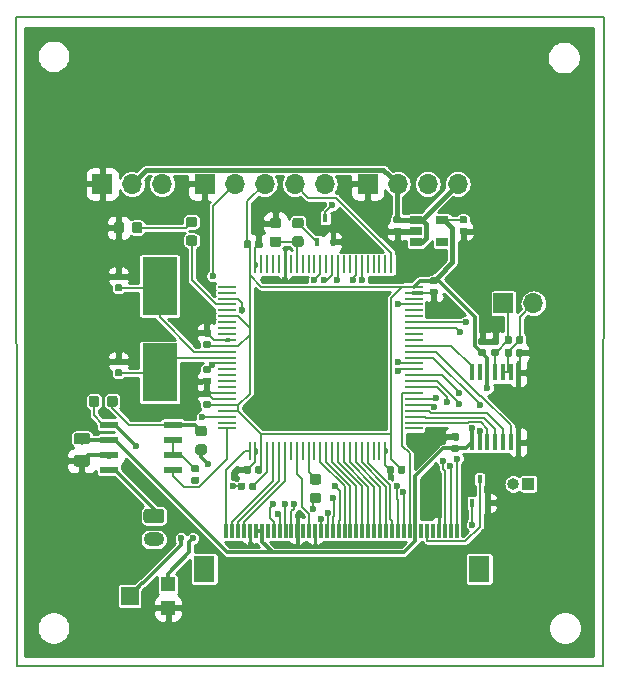
<source format=gbr>
G04 #@! TF.GenerationSoftware,KiCad,Pcbnew,5.1.0*
G04 #@! TF.CreationDate,2019-05-01T02:44:57+08:00*
G04 #@! TF.ProjectId,reflow-toaster-mainboard,7265666c-6f77-42d7-946f-61737465722d,rev?*
G04 #@! TF.SameCoordinates,Original*
G04 #@! TF.FileFunction,Copper,L1,Top*
G04 #@! TF.FilePolarity,Positive*
%FSLAX46Y46*%
G04 Gerber Fmt 4.6, Leading zero omitted, Abs format (unit mm)*
G04 Created by KiCad (PCBNEW 5.1.0) date 2019-05-01 02:44:57*
%MOMM*%
%LPD*%
G04 APERTURE LIST*
%ADD10C,0.150000*%
%ADD11R,1.700000X1.700000*%
%ADD12O,1.700000X1.700000*%
%ADD13R,1.800000X2.200000*%
%ADD14R,0.300000X1.300000*%
%ADD15R,1.500000X0.280000*%
%ADD16R,0.280000X1.500000*%
%ADD17R,1.060000X0.650000*%
%ADD18R,0.450000X1.450000*%
%ADD19C,0.100000*%
%ADD20C,0.590000*%
%ADD21R,3.000000X4.900000*%
%ADD22R,0.450000X0.700000*%
%ADD23C,0.975000*%
%ADD24R,1.550000X0.600000*%
%ADD25C,0.875000*%
%ADD26C,1.200000*%
%ADD27O,1.750000X1.200000*%
%ADD28R,1.200000X1.200000*%
%ADD29R,1.500000X1.600000*%
%ADD30R,1.000000X1.000000*%
%ADD31O,1.000000X1.000000*%
%ADD32C,0.600000*%
%ADD33C,0.200000*%
%ADD34C,0.300000*%
%ADD35C,0.400000*%
%ADD36C,0.254000*%
G04 APERTURE END LIST*
D10*
X171000000Y-54500000D02*
X121200000Y-54500000D01*
X121300000Y-109400000D02*
X121200000Y-54500000D01*
X170900000Y-109400000D02*
X121300000Y-109400000D01*
X171000000Y-54500000D02*
X170900000Y-109400000D01*
D11*
X128520000Y-68600000D03*
D12*
X131060000Y-68600000D03*
X133600000Y-68600000D03*
D13*
X160450000Y-101200000D03*
X137150000Y-101200000D03*
D14*
X139050000Y-97950000D03*
X139550000Y-97950000D03*
X140050000Y-97950000D03*
X140550000Y-97950000D03*
X141050000Y-97950000D03*
X141550000Y-97950000D03*
X142050000Y-97950000D03*
X142550000Y-97950000D03*
X143050000Y-97950000D03*
X143550000Y-97950000D03*
X144050000Y-97950000D03*
X144550000Y-97950000D03*
X145050000Y-97950000D03*
X145550000Y-97950000D03*
X146050000Y-97950000D03*
X146550000Y-97950000D03*
X147050000Y-97950000D03*
X147550000Y-97950000D03*
X148050000Y-97950000D03*
X148550000Y-97950000D03*
X149050000Y-97950000D03*
X149550000Y-97950000D03*
X150050000Y-97950000D03*
X150550000Y-97950000D03*
X151050000Y-97950000D03*
X151550000Y-97950000D03*
X152050000Y-97950000D03*
X152550000Y-97950000D03*
X153050000Y-97950000D03*
X153550000Y-97950000D03*
X154050000Y-97950000D03*
X154550000Y-97950000D03*
X155050000Y-97950000D03*
X155550000Y-97950000D03*
X156050000Y-97950000D03*
X156550000Y-97950000D03*
X157050000Y-97950000D03*
X157550000Y-97950000D03*
X158050000Y-97950000D03*
X158550000Y-97950000D03*
D15*
X139100000Y-77300000D03*
X139100000Y-77800000D03*
X139100000Y-78300000D03*
X139100000Y-78800000D03*
X139100000Y-79300000D03*
X139100000Y-79800000D03*
X139100000Y-80300000D03*
X139100000Y-80800000D03*
X139100000Y-81300000D03*
X139100000Y-81800000D03*
X139100000Y-82300000D03*
X139100000Y-82800000D03*
X139100000Y-83300000D03*
X139100000Y-83800000D03*
X139100000Y-84300000D03*
X139100000Y-84800000D03*
X139100000Y-85300000D03*
X139100000Y-85800000D03*
X139100000Y-86300000D03*
X139100000Y-86800000D03*
X139100000Y-87300000D03*
X139100000Y-87800000D03*
X139100000Y-88300000D03*
X139100000Y-88800000D03*
X139100000Y-89300000D03*
D16*
X141000000Y-91200000D03*
X141500000Y-91200000D03*
X142000000Y-91200000D03*
X142500000Y-91200000D03*
X143000000Y-91200000D03*
X143500000Y-91200000D03*
X144000000Y-91200000D03*
X144500000Y-91200000D03*
X145000000Y-91200000D03*
X145500000Y-91200000D03*
X146000000Y-91200000D03*
X146500000Y-91200000D03*
X147000000Y-91200000D03*
X147500000Y-91200000D03*
X148000000Y-91200000D03*
X148500000Y-91200000D03*
X149000000Y-91200000D03*
X149500000Y-91200000D03*
X150000000Y-91200000D03*
X150500000Y-91200000D03*
X151000000Y-91200000D03*
X151500000Y-91200000D03*
X152000000Y-91200000D03*
X152500000Y-91200000D03*
X153000000Y-91200000D03*
D15*
X154900000Y-89300000D03*
X154900000Y-88800000D03*
X154900000Y-88300000D03*
X154900000Y-87800000D03*
X154900000Y-87300000D03*
X154900000Y-86800000D03*
X154900000Y-86300000D03*
X154900000Y-85800000D03*
X154900000Y-85300000D03*
X154900000Y-84800000D03*
X154900000Y-84300000D03*
X154900000Y-83800000D03*
X154900000Y-83300000D03*
X154900000Y-82800000D03*
X154900000Y-82300000D03*
X154900000Y-81800000D03*
X154900000Y-81300000D03*
X154900000Y-80800000D03*
X154900000Y-80300000D03*
X154900000Y-79800000D03*
X154900000Y-79300000D03*
X154900000Y-78800000D03*
X154900000Y-78300000D03*
X154900000Y-77800000D03*
X154900000Y-77300000D03*
D16*
X153000000Y-75400000D03*
X152500000Y-75400000D03*
X152000000Y-75400000D03*
X151500000Y-75400000D03*
X151000000Y-75400000D03*
X150500000Y-75400000D03*
X150000000Y-75400000D03*
X149500000Y-75400000D03*
X149000000Y-75400000D03*
X148500000Y-75400000D03*
X148000000Y-75400000D03*
X147500000Y-75400000D03*
X147000000Y-75400000D03*
X146500000Y-75400000D03*
X146000000Y-75400000D03*
X145500000Y-75400000D03*
X145000000Y-75400000D03*
X144500000Y-75400000D03*
X144000000Y-75400000D03*
X143500000Y-75400000D03*
X143000000Y-75400000D03*
X142500000Y-75400000D03*
X142000000Y-75400000D03*
X141500000Y-75400000D03*
X141000000Y-75400000D03*
D17*
X155100000Y-71650000D03*
X155100000Y-72600000D03*
X155100000Y-73550000D03*
X157300000Y-73550000D03*
X157300000Y-71650000D03*
D18*
X163750000Y-84550000D03*
X163100000Y-84550000D03*
X162450000Y-84550000D03*
X161800000Y-84550000D03*
X161150000Y-84550000D03*
X160500000Y-84550000D03*
X159850000Y-84550000D03*
X159850000Y-90450000D03*
X160500000Y-90450000D03*
X161150000Y-90450000D03*
X161800000Y-90450000D03*
X162450000Y-90450000D03*
X163100000Y-90450000D03*
X163750000Y-90450000D03*
D19*
G36*
X130086958Y-77090710D02*
G01*
X130101276Y-77092834D01*
X130115317Y-77096351D01*
X130128946Y-77101228D01*
X130142031Y-77107417D01*
X130154447Y-77114858D01*
X130166073Y-77123481D01*
X130176798Y-77133202D01*
X130186519Y-77143927D01*
X130195142Y-77155553D01*
X130202583Y-77167969D01*
X130208772Y-77181054D01*
X130213649Y-77194683D01*
X130217166Y-77208724D01*
X130219290Y-77223042D01*
X130220000Y-77237500D01*
X130220000Y-77532500D01*
X130219290Y-77546958D01*
X130217166Y-77561276D01*
X130213649Y-77575317D01*
X130208772Y-77588946D01*
X130202583Y-77602031D01*
X130195142Y-77614447D01*
X130186519Y-77626073D01*
X130176798Y-77636798D01*
X130166073Y-77646519D01*
X130154447Y-77655142D01*
X130142031Y-77662583D01*
X130128946Y-77668772D01*
X130115317Y-77673649D01*
X130101276Y-77677166D01*
X130086958Y-77679290D01*
X130072500Y-77680000D01*
X129727500Y-77680000D01*
X129713042Y-77679290D01*
X129698724Y-77677166D01*
X129684683Y-77673649D01*
X129671054Y-77668772D01*
X129657969Y-77662583D01*
X129645553Y-77655142D01*
X129633927Y-77646519D01*
X129623202Y-77636798D01*
X129613481Y-77626073D01*
X129604858Y-77614447D01*
X129597417Y-77602031D01*
X129591228Y-77588946D01*
X129586351Y-77575317D01*
X129582834Y-77561276D01*
X129580710Y-77546958D01*
X129580000Y-77532500D01*
X129580000Y-77237500D01*
X129580710Y-77223042D01*
X129582834Y-77208724D01*
X129586351Y-77194683D01*
X129591228Y-77181054D01*
X129597417Y-77167969D01*
X129604858Y-77155553D01*
X129613481Y-77143927D01*
X129623202Y-77133202D01*
X129633927Y-77123481D01*
X129645553Y-77114858D01*
X129657969Y-77107417D01*
X129671054Y-77101228D01*
X129684683Y-77096351D01*
X129698724Y-77092834D01*
X129713042Y-77090710D01*
X129727500Y-77090000D01*
X130072500Y-77090000D01*
X130086958Y-77090710D01*
X130086958Y-77090710D01*
G37*
D20*
X129900000Y-77385000D03*
D19*
G36*
X130086958Y-76120710D02*
G01*
X130101276Y-76122834D01*
X130115317Y-76126351D01*
X130128946Y-76131228D01*
X130142031Y-76137417D01*
X130154447Y-76144858D01*
X130166073Y-76153481D01*
X130176798Y-76163202D01*
X130186519Y-76173927D01*
X130195142Y-76185553D01*
X130202583Y-76197969D01*
X130208772Y-76211054D01*
X130213649Y-76224683D01*
X130217166Y-76238724D01*
X130219290Y-76253042D01*
X130220000Y-76267500D01*
X130220000Y-76562500D01*
X130219290Y-76576958D01*
X130217166Y-76591276D01*
X130213649Y-76605317D01*
X130208772Y-76618946D01*
X130202583Y-76632031D01*
X130195142Y-76644447D01*
X130186519Y-76656073D01*
X130176798Y-76666798D01*
X130166073Y-76676519D01*
X130154447Y-76685142D01*
X130142031Y-76692583D01*
X130128946Y-76698772D01*
X130115317Y-76703649D01*
X130101276Y-76707166D01*
X130086958Y-76709290D01*
X130072500Y-76710000D01*
X129727500Y-76710000D01*
X129713042Y-76709290D01*
X129698724Y-76707166D01*
X129684683Y-76703649D01*
X129671054Y-76698772D01*
X129657969Y-76692583D01*
X129645553Y-76685142D01*
X129633927Y-76676519D01*
X129623202Y-76666798D01*
X129613481Y-76656073D01*
X129604858Y-76644447D01*
X129597417Y-76632031D01*
X129591228Y-76618946D01*
X129586351Y-76605317D01*
X129582834Y-76591276D01*
X129580710Y-76576958D01*
X129580000Y-76562500D01*
X129580000Y-76267500D01*
X129580710Y-76253042D01*
X129582834Y-76238724D01*
X129586351Y-76224683D01*
X129591228Y-76211054D01*
X129597417Y-76197969D01*
X129604858Y-76185553D01*
X129613481Y-76173927D01*
X129623202Y-76163202D01*
X129633927Y-76153481D01*
X129645553Y-76144858D01*
X129657969Y-76137417D01*
X129671054Y-76131228D01*
X129684683Y-76126351D01*
X129698724Y-76122834D01*
X129713042Y-76120710D01*
X129727500Y-76120000D01*
X130072500Y-76120000D01*
X130086958Y-76120710D01*
X130086958Y-76120710D01*
G37*
D20*
X129900000Y-76415000D03*
D19*
G36*
X130086958Y-83320710D02*
G01*
X130101276Y-83322834D01*
X130115317Y-83326351D01*
X130128946Y-83331228D01*
X130142031Y-83337417D01*
X130154447Y-83344858D01*
X130166073Y-83353481D01*
X130176798Y-83363202D01*
X130186519Y-83373927D01*
X130195142Y-83385553D01*
X130202583Y-83397969D01*
X130208772Y-83411054D01*
X130213649Y-83424683D01*
X130217166Y-83438724D01*
X130219290Y-83453042D01*
X130220000Y-83467500D01*
X130220000Y-83762500D01*
X130219290Y-83776958D01*
X130217166Y-83791276D01*
X130213649Y-83805317D01*
X130208772Y-83818946D01*
X130202583Y-83832031D01*
X130195142Y-83844447D01*
X130186519Y-83856073D01*
X130176798Y-83866798D01*
X130166073Y-83876519D01*
X130154447Y-83885142D01*
X130142031Y-83892583D01*
X130128946Y-83898772D01*
X130115317Y-83903649D01*
X130101276Y-83907166D01*
X130086958Y-83909290D01*
X130072500Y-83910000D01*
X129727500Y-83910000D01*
X129713042Y-83909290D01*
X129698724Y-83907166D01*
X129684683Y-83903649D01*
X129671054Y-83898772D01*
X129657969Y-83892583D01*
X129645553Y-83885142D01*
X129633927Y-83876519D01*
X129623202Y-83866798D01*
X129613481Y-83856073D01*
X129604858Y-83844447D01*
X129597417Y-83832031D01*
X129591228Y-83818946D01*
X129586351Y-83805317D01*
X129582834Y-83791276D01*
X129580710Y-83776958D01*
X129580000Y-83762500D01*
X129580000Y-83467500D01*
X129580710Y-83453042D01*
X129582834Y-83438724D01*
X129586351Y-83424683D01*
X129591228Y-83411054D01*
X129597417Y-83397969D01*
X129604858Y-83385553D01*
X129613481Y-83373927D01*
X129623202Y-83363202D01*
X129633927Y-83353481D01*
X129645553Y-83344858D01*
X129657969Y-83337417D01*
X129671054Y-83331228D01*
X129684683Y-83326351D01*
X129698724Y-83322834D01*
X129713042Y-83320710D01*
X129727500Y-83320000D01*
X130072500Y-83320000D01*
X130086958Y-83320710D01*
X130086958Y-83320710D01*
G37*
D20*
X129900000Y-83615000D03*
D19*
G36*
X130086958Y-84290710D02*
G01*
X130101276Y-84292834D01*
X130115317Y-84296351D01*
X130128946Y-84301228D01*
X130142031Y-84307417D01*
X130154447Y-84314858D01*
X130166073Y-84323481D01*
X130176798Y-84333202D01*
X130186519Y-84343927D01*
X130195142Y-84355553D01*
X130202583Y-84367969D01*
X130208772Y-84381054D01*
X130213649Y-84394683D01*
X130217166Y-84408724D01*
X130219290Y-84423042D01*
X130220000Y-84437500D01*
X130220000Y-84732500D01*
X130219290Y-84746958D01*
X130217166Y-84761276D01*
X130213649Y-84775317D01*
X130208772Y-84788946D01*
X130202583Y-84802031D01*
X130195142Y-84814447D01*
X130186519Y-84826073D01*
X130176798Y-84836798D01*
X130166073Y-84846519D01*
X130154447Y-84855142D01*
X130142031Y-84862583D01*
X130128946Y-84868772D01*
X130115317Y-84873649D01*
X130101276Y-84877166D01*
X130086958Y-84879290D01*
X130072500Y-84880000D01*
X129727500Y-84880000D01*
X129713042Y-84879290D01*
X129698724Y-84877166D01*
X129684683Y-84873649D01*
X129671054Y-84868772D01*
X129657969Y-84862583D01*
X129645553Y-84855142D01*
X129633927Y-84846519D01*
X129623202Y-84836798D01*
X129613481Y-84826073D01*
X129604858Y-84814447D01*
X129597417Y-84802031D01*
X129591228Y-84788946D01*
X129586351Y-84775317D01*
X129582834Y-84761276D01*
X129580710Y-84746958D01*
X129580000Y-84732500D01*
X129580000Y-84437500D01*
X129580710Y-84423042D01*
X129582834Y-84408724D01*
X129586351Y-84394683D01*
X129591228Y-84381054D01*
X129597417Y-84367969D01*
X129604858Y-84355553D01*
X129613481Y-84343927D01*
X129623202Y-84333202D01*
X129633927Y-84323481D01*
X129645553Y-84314858D01*
X129657969Y-84307417D01*
X129671054Y-84301228D01*
X129684683Y-84296351D01*
X129698724Y-84292834D01*
X129713042Y-84290710D01*
X129727500Y-84290000D01*
X130072500Y-84290000D01*
X130086958Y-84290710D01*
X130086958Y-84290710D01*
G37*
D20*
X129900000Y-84585000D03*
D19*
G36*
X137586958Y-86990710D02*
G01*
X137601276Y-86992834D01*
X137615317Y-86996351D01*
X137628946Y-87001228D01*
X137642031Y-87007417D01*
X137654447Y-87014858D01*
X137666073Y-87023481D01*
X137676798Y-87033202D01*
X137686519Y-87043927D01*
X137695142Y-87055553D01*
X137702583Y-87067969D01*
X137708772Y-87081054D01*
X137713649Y-87094683D01*
X137717166Y-87108724D01*
X137719290Y-87123042D01*
X137720000Y-87137500D01*
X137720000Y-87432500D01*
X137719290Y-87446958D01*
X137717166Y-87461276D01*
X137713649Y-87475317D01*
X137708772Y-87488946D01*
X137702583Y-87502031D01*
X137695142Y-87514447D01*
X137686519Y-87526073D01*
X137676798Y-87536798D01*
X137666073Y-87546519D01*
X137654447Y-87555142D01*
X137642031Y-87562583D01*
X137628946Y-87568772D01*
X137615317Y-87573649D01*
X137601276Y-87577166D01*
X137586958Y-87579290D01*
X137572500Y-87580000D01*
X137227500Y-87580000D01*
X137213042Y-87579290D01*
X137198724Y-87577166D01*
X137184683Y-87573649D01*
X137171054Y-87568772D01*
X137157969Y-87562583D01*
X137145553Y-87555142D01*
X137133927Y-87546519D01*
X137123202Y-87536798D01*
X137113481Y-87526073D01*
X137104858Y-87514447D01*
X137097417Y-87502031D01*
X137091228Y-87488946D01*
X137086351Y-87475317D01*
X137082834Y-87461276D01*
X137080710Y-87446958D01*
X137080000Y-87432500D01*
X137080000Y-87137500D01*
X137080710Y-87123042D01*
X137082834Y-87108724D01*
X137086351Y-87094683D01*
X137091228Y-87081054D01*
X137097417Y-87067969D01*
X137104858Y-87055553D01*
X137113481Y-87043927D01*
X137123202Y-87033202D01*
X137133927Y-87023481D01*
X137145553Y-87014858D01*
X137157969Y-87007417D01*
X137171054Y-87001228D01*
X137184683Y-86996351D01*
X137198724Y-86992834D01*
X137213042Y-86990710D01*
X137227500Y-86990000D01*
X137572500Y-86990000D01*
X137586958Y-86990710D01*
X137586958Y-86990710D01*
G37*
D20*
X137400000Y-87285000D03*
D19*
G36*
X137586958Y-86020710D02*
G01*
X137601276Y-86022834D01*
X137615317Y-86026351D01*
X137628946Y-86031228D01*
X137642031Y-86037417D01*
X137654447Y-86044858D01*
X137666073Y-86053481D01*
X137676798Y-86063202D01*
X137686519Y-86073927D01*
X137695142Y-86085553D01*
X137702583Y-86097969D01*
X137708772Y-86111054D01*
X137713649Y-86124683D01*
X137717166Y-86138724D01*
X137719290Y-86153042D01*
X137720000Y-86167500D01*
X137720000Y-86462500D01*
X137719290Y-86476958D01*
X137717166Y-86491276D01*
X137713649Y-86505317D01*
X137708772Y-86518946D01*
X137702583Y-86532031D01*
X137695142Y-86544447D01*
X137686519Y-86556073D01*
X137676798Y-86566798D01*
X137666073Y-86576519D01*
X137654447Y-86585142D01*
X137642031Y-86592583D01*
X137628946Y-86598772D01*
X137615317Y-86603649D01*
X137601276Y-86607166D01*
X137586958Y-86609290D01*
X137572500Y-86610000D01*
X137227500Y-86610000D01*
X137213042Y-86609290D01*
X137198724Y-86607166D01*
X137184683Y-86603649D01*
X137171054Y-86598772D01*
X137157969Y-86592583D01*
X137145553Y-86585142D01*
X137133927Y-86576519D01*
X137123202Y-86566798D01*
X137113481Y-86556073D01*
X137104858Y-86544447D01*
X137097417Y-86532031D01*
X137091228Y-86518946D01*
X137086351Y-86505317D01*
X137082834Y-86491276D01*
X137080710Y-86476958D01*
X137080000Y-86462500D01*
X137080000Y-86167500D01*
X137080710Y-86153042D01*
X137082834Y-86138724D01*
X137086351Y-86124683D01*
X137091228Y-86111054D01*
X137097417Y-86097969D01*
X137104858Y-86085553D01*
X137113481Y-86073927D01*
X137123202Y-86063202D01*
X137133927Y-86053481D01*
X137145553Y-86044858D01*
X137157969Y-86037417D01*
X137171054Y-86031228D01*
X137184683Y-86026351D01*
X137198724Y-86022834D01*
X137213042Y-86020710D01*
X137227500Y-86020000D01*
X137572500Y-86020000D01*
X137586958Y-86020710D01*
X137586958Y-86020710D01*
G37*
D20*
X137400000Y-86315000D03*
D19*
G36*
X153076958Y-92480710D02*
G01*
X153091276Y-92482834D01*
X153105317Y-92486351D01*
X153118946Y-92491228D01*
X153132031Y-92497417D01*
X153144447Y-92504858D01*
X153156073Y-92513481D01*
X153166798Y-92523202D01*
X153176519Y-92533927D01*
X153185142Y-92545553D01*
X153192583Y-92557969D01*
X153198772Y-92571054D01*
X153203649Y-92584683D01*
X153207166Y-92598724D01*
X153209290Y-92613042D01*
X153210000Y-92627500D01*
X153210000Y-92972500D01*
X153209290Y-92986958D01*
X153207166Y-93001276D01*
X153203649Y-93015317D01*
X153198772Y-93028946D01*
X153192583Y-93042031D01*
X153185142Y-93054447D01*
X153176519Y-93066073D01*
X153166798Y-93076798D01*
X153156073Y-93086519D01*
X153144447Y-93095142D01*
X153132031Y-93102583D01*
X153118946Y-93108772D01*
X153105317Y-93113649D01*
X153091276Y-93117166D01*
X153076958Y-93119290D01*
X153062500Y-93120000D01*
X152767500Y-93120000D01*
X152753042Y-93119290D01*
X152738724Y-93117166D01*
X152724683Y-93113649D01*
X152711054Y-93108772D01*
X152697969Y-93102583D01*
X152685553Y-93095142D01*
X152673927Y-93086519D01*
X152663202Y-93076798D01*
X152653481Y-93066073D01*
X152644858Y-93054447D01*
X152637417Y-93042031D01*
X152631228Y-93028946D01*
X152626351Y-93015317D01*
X152622834Y-93001276D01*
X152620710Y-92986958D01*
X152620000Y-92972500D01*
X152620000Y-92627500D01*
X152620710Y-92613042D01*
X152622834Y-92598724D01*
X152626351Y-92584683D01*
X152631228Y-92571054D01*
X152637417Y-92557969D01*
X152644858Y-92545553D01*
X152653481Y-92533927D01*
X152663202Y-92523202D01*
X152673927Y-92513481D01*
X152685553Y-92504858D01*
X152697969Y-92497417D01*
X152711054Y-92491228D01*
X152724683Y-92486351D01*
X152738724Y-92482834D01*
X152753042Y-92480710D01*
X152767500Y-92480000D01*
X153062500Y-92480000D01*
X153076958Y-92480710D01*
X153076958Y-92480710D01*
G37*
D20*
X152915000Y-92800000D03*
D19*
G36*
X154046958Y-92480710D02*
G01*
X154061276Y-92482834D01*
X154075317Y-92486351D01*
X154088946Y-92491228D01*
X154102031Y-92497417D01*
X154114447Y-92504858D01*
X154126073Y-92513481D01*
X154136798Y-92523202D01*
X154146519Y-92533927D01*
X154155142Y-92545553D01*
X154162583Y-92557969D01*
X154168772Y-92571054D01*
X154173649Y-92584683D01*
X154177166Y-92598724D01*
X154179290Y-92613042D01*
X154180000Y-92627500D01*
X154180000Y-92972500D01*
X154179290Y-92986958D01*
X154177166Y-93001276D01*
X154173649Y-93015317D01*
X154168772Y-93028946D01*
X154162583Y-93042031D01*
X154155142Y-93054447D01*
X154146519Y-93066073D01*
X154136798Y-93076798D01*
X154126073Y-93086519D01*
X154114447Y-93095142D01*
X154102031Y-93102583D01*
X154088946Y-93108772D01*
X154075317Y-93113649D01*
X154061276Y-93117166D01*
X154046958Y-93119290D01*
X154032500Y-93120000D01*
X153737500Y-93120000D01*
X153723042Y-93119290D01*
X153708724Y-93117166D01*
X153694683Y-93113649D01*
X153681054Y-93108772D01*
X153667969Y-93102583D01*
X153655553Y-93095142D01*
X153643927Y-93086519D01*
X153633202Y-93076798D01*
X153623481Y-93066073D01*
X153614858Y-93054447D01*
X153607417Y-93042031D01*
X153601228Y-93028946D01*
X153596351Y-93015317D01*
X153592834Y-93001276D01*
X153590710Y-92986958D01*
X153590000Y-92972500D01*
X153590000Y-92627500D01*
X153590710Y-92613042D01*
X153592834Y-92598724D01*
X153596351Y-92584683D01*
X153601228Y-92571054D01*
X153607417Y-92557969D01*
X153614858Y-92545553D01*
X153623481Y-92533927D01*
X153633202Y-92523202D01*
X153643927Y-92513481D01*
X153655553Y-92504858D01*
X153667969Y-92497417D01*
X153681054Y-92491228D01*
X153694683Y-92486351D01*
X153708724Y-92482834D01*
X153723042Y-92480710D01*
X153737500Y-92480000D01*
X154032500Y-92480000D01*
X154046958Y-92480710D01*
X154046958Y-92480710D01*
G37*
D20*
X153885000Y-92800000D03*
D19*
G36*
X156786958Y-76505710D02*
G01*
X156801276Y-76507834D01*
X156815317Y-76511351D01*
X156828946Y-76516228D01*
X156842031Y-76522417D01*
X156854447Y-76529858D01*
X156866073Y-76538481D01*
X156876798Y-76548202D01*
X156886519Y-76558927D01*
X156895142Y-76570553D01*
X156902583Y-76582969D01*
X156908772Y-76596054D01*
X156913649Y-76609683D01*
X156917166Y-76623724D01*
X156919290Y-76638042D01*
X156920000Y-76652500D01*
X156920000Y-76947500D01*
X156919290Y-76961958D01*
X156917166Y-76976276D01*
X156913649Y-76990317D01*
X156908772Y-77003946D01*
X156902583Y-77017031D01*
X156895142Y-77029447D01*
X156886519Y-77041073D01*
X156876798Y-77051798D01*
X156866073Y-77061519D01*
X156854447Y-77070142D01*
X156842031Y-77077583D01*
X156828946Y-77083772D01*
X156815317Y-77088649D01*
X156801276Y-77092166D01*
X156786958Y-77094290D01*
X156772500Y-77095000D01*
X156427500Y-77095000D01*
X156413042Y-77094290D01*
X156398724Y-77092166D01*
X156384683Y-77088649D01*
X156371054Y-77083772D01*
X156357969Y-77077583D01*
X156345553Y-77070142D01*
X156333927Y-77061519D01*
X156323202Y-77051798D01*
X156313481Y-77041073D01*
X156304858Y-77029447D01*
X156297417Y-77017031D01*
X156291228Y-77003946D01*
X156286351Y-76990317D01*
X156282834Y-76976276D01*
X156280710Y-76961958D01*
X156280000Y-76947500D01*
X156280000Y-76652500D01*
X156280710Y-76638042D01*
X156282834Y-76623724D01*
X156286351Y-76609683D01*
X156291228Y-76596054D01*
X156297417Y-76582969D01*
X156304858Y-76570553D01*
X156313481Y-76558927D01*
X156323202Y-76548202D01*
X156333927Y-76538481D01*
X156345553Y-76529858D01*
X156357969Y-76522417D01*
X156371054Y-76516228D01*
X156384683Y-76511351D01*
X156398724Y-76507834D01*
X156413042Y-76505710D01*
X156427500Y-76505000D01*
X156772500Y-76505000D01*
X156786958Y-76505710D01*
X156786958Y-76505710D01*
G37*
D20*
X156600000Y-76800000D03*
D19*
G36*
X156786958Y-77475710D02*
G01*
X156801276Y-77477834D01*
X156815317Y-77481351D01*
X156828946Y-77486228D01*
X156842031Y-77492417D01*
X156854447Y-77499858D01*
X156866073Y-77508481D01*
X156876798Y-77518202D01*
X156886519Y-77528927D01*
X156895142Y-77540553D01*
X156902583Y-77552969D01*
X156908772Y-77566054D01*
X156913649Y-77579683D01*
X156917166Y-77593724D01*
X156919290Y-77608042D01*
X156920000Y-77622500D01*
X156920000Y-77917500D01*
X156919290Y-77931958D01*
X156917166Y-77946276D01*
X156913649Y-77960317D01*
X156908772Y-77973946D01*
X156902583Y-77987031D01*
X156895142Y-77999447D01*
X156886519Y-78011073D01*
X156876798Y-78021798D01*
X156866073Y-78031519D01*
X156854447Y-78040142D01*
X156842031Y-78047583D01*
X156828946Y-78053772D01*
X156815317Y-78058649D01*
X156801276Y-78062166D01*
X156786958Y-78064290D01*
X156772500Y-78065000D01*
X156427500Y-78065000D01*
X156413042Y-78064290D01*
X156398724Y-78062166D01*
X156384683Y-78058649D01*
X156371054Y-78053772D01*
X156357969Y-78047583D01*
X156345553Y-78040142D01*
X156333927Y-78031519D01*
X156323202Y-78021798D01*
X156313481Y-78011073D01*
X156304858Y-77999447D01*
X156297417Y-77987031D01*
X156291228Y-77973946D01*
X156286351Y-77960317D01*
X156282834Y-77946276D01*
X156280710Y-77931958D01*
X156280000Y-77917500D01*
X156280000Y-77622500D01*
X156280710Y-77608042D01*
X156282834Y-77593724D01*
X156286351Y-77579683D01*
X156291228Y-77566054D01*
X156297417Y-77552969D01*
X156304858Y-77540553D01*
X156313481Y-77528927D01*
X156323202Y-77518202D01*
X156333927Y-77508481D01*
X156345553Y-77499858D01*
X156357969Y-77492417D01*
X156371054Y-77486228D01*
X156384683Y-77481351D01*
X156398724Y-77477834D01*
X156413042Y-77475710D01*
X156427500Y-77475000D01*
X156772500Y-77475000D01*
X156786958Y-77475710D01*
X156786958Y-77475710D01*
G37*
D20*
X156600000Y-77770000D03*
D19*
G36*
X140976958Y-73380710D02*
G01*
X140991276Y-73382834D01*
X141005317Y-73386351D01*
X141018946Y-73391228D01*
X141032031Y-73397417D01*
X141044447Y-73404858D01*
X141056073Y-73413481D01*
X141066798Y-73423202D01*
X141076519Y-73433927D01*
X141085142Y-73445553D01*
X141092583Y-73457969D01*
X141098772Y-73471054D01*
X141103649Y-73484683D01*
X141107166Y-73498724D01*
X141109290Y-73513042D01*
X141110000Y-73527500D01*
X141110000Y-73872500D01*
X141109290Y-73886958D01*
X141107166Y-73901276D01*
X141103649Y-73915317D01*
X141098772Y-73928946D01*
X141092583Y-73942031D01*
X141085142Y-73954447D01*
X141076519Y-73966073D01*
X141066798Y-73976798D01*
X141056073Y-73986519D01*
X141044447Y-73995142D01*
X141032031Y-74002583D01*
X141018946Y-74008772D01*
X141005317Y-74013649D01*
X140991276Y-74017166D01*
X140976958Y-74019290D01*
X140962500Y-74020000D01*
X140667500Y-74020000D01*
X140653042Y-74019290D01*
X140638724Y-74017166D01*
X140624683Y-74013649D01*
X140611054Y-74008772D01*
X140597969Y-74002583D01*
X140585553Y-73995142D01*
X140573927Y-73986519D01*
X140563202Y-73976798D01*
X140553481Y-73966073D01*
X140544858Y-73954447D01*
X140537417Y-73942031D01*
X140531228Y-73928946D01*
X140526351Y-73915317D01*
X140522834Y-73901276D01*
X140520710Y-73886958D01*
X140520000Y-73872500D01*
X140520000Y-73527500D01*
X140520710Y-73513042D01*
X140522834Y-73498724D01*
X140526351Y-73484683D01*
X140531228Y-73471054D01*
X140537417Y-73457969D01*
X140544858Y-73445553D01*
X140553481Y-73433927D01*
X140563202Y-73423202D01*
X140573927Y-73413481D01*
X140585553Y-73404858D01*
X140597969Y-73397417D01*
X140611054Y-73391228D01*
X140624683Y-73386351D01*
X140638724Y-73382834D01*
X140653042Y-73380710D01*
X140667500Y-73380000D01*
X140962500Y-73380000D01*
X140976958Y-73380710D01*
X140976958Y-73380710D01*
G37*
D20*
X140815000Y-73700000D03*
D19*
G36*
X141946958Y-73380710D02*
G01*
X141961276Y-73382834D01*
X141975317Y-73386351D01*
X141988946Y-73391228D01*
X142002031Y-73397417D01*
X142014447Y-73404858D01*
X142026073Y-73413481D01*
X142036798Y-73423202D01*
X142046519Y-73433927D01*
X142055142Y-73445553D01*
X142062583Y-73457969D01*
X142068772Y-73471054D01*
X142073649Y-73484683D01*
X142077166Y-73498724D01*
X142079290Y-73513042D01*
X142080000Y-73527500D01*
X142080000Y-73872500D01*
X142079290Y-73886958D01*
X142077166Y-73901276D01*
X142073649Y-73915317D01*
X142068772Y-73928946D01*
X142062583Y-73942031D01*
X142055142Y-73954447D01*
X142046519Y-73966073D01*
X142036798Y-73976798D01*
X142026073Y-73986519D01*
X142014447Y-73995142D01*
X142002031Y-74002583D01*
X141988946Y-74008772D01*
X141975317Y-74013649D01*
X141961276Y-74017166D01*
X141946958Y-74019290D01*
X141932500Y-74020000D01*
X141637500Y-74020000D01*
X141623042Y-74019290D01*
X141608724Y-74017166D01*
X141594683Y-74013649D01*
X141581054Y-74008772D01*
X141567969Y-74002583D01*
X141555553Y-73995142D01*
X141543927Y-73986519D01*
X141533202Y-73976798D01*
X141523481Y-73966073D01*
X141514858Y-73954447D01*
X141507417Y-73942031D01*
X141501228Y-73928946D01*
X141496351Y-73915317D01*
X141492834Y-73901276D01*
X141490710Y-73886958D01*
X141490000Y-73872500D01*
X141490000Y-73527500D01*
X141490710Y-73513042D01*
X141492834Y-73498724D01*
X141496351Y-73484683D01*
X141501228Y-73471054D01*
X141507417Y-73457969D01*
X141514858Y-73445553D01*
X141523481Y-73433927D01*
X141533202Y-73423202D01*
X141543927Y-73413481D01*
X141555553Y-73404858D01*
X141567969Y-73397417D01*
X141581054Y-73391228D01*
X141594683Y-73386351D01*
X141608724Y-73382834D01*
X141623042Y-73380710D01*
X141637500Y-73380000D01*
X141932500Y-73380000D01*
X141946958Y-73380710D01*
X141946958Y-73380710D01*
G37*
D20*
X141785000Y-73700000D03*
D19*
G36*
X153686958Y-71320710D02*
G01*
X153701276Y-71322834D01*
X153715317Y-71326351D01*
X153728946Y-71331228D01*
X153742031Y-71337417D01*
X153754447Y-71344858D01*
X153766073Y-71353481D01*
X153776798Y-71363202D01*
X153786519Y-71373927D01*
X153795142Y-71385553D01*
X153802583Y-71397969D01*
X153808772Y-71411054D01*
X153813649Y-71424683D01*
X153817166Y-71438724D01*
X153819290Y-71453042D01*
X153820000Y-71467500D01*
X153820000Y-71762500D01*
X153819290Y-71776958D01*
X153817166Y-71791276D01*
X153813649Y-71805317D01*
X153808772Y-71818946D01*
X153802583Y-71832031D01*
X153795142Y-71844447D01*
X153786519Y-71856073D01*
X153776798Y-71866798D01*
X153766073Y-71876519D01*
X153754447Y-71885142D01*
X153742031Y-71892583D01*
X153728946Y-71898772D01*
X153715317Y-71903649D01*
X153701276Y-71907166D01*
X153686958Y-71909290D01*
X153672500Y-71910000D01*
X153327500Y-71910000D01*
X153313042Y-71909290D01*
X153298724Y-71907166D01*
X153284683Y-71903649D01*
X153271054Y-71898772D01*
X153257969Y-71892583D01*
X153245553Y-71885142D01*
X153233927Y-71876519D01*
X153223202Y-71866798D01*
X153213481Y-71856073D01*
X153204858Y-71844447D01*
X153197417Y-71832031D01*
X153191228Y-71818946D01*
X153186351Y-71805317D01*
X153182834Y-71791276D01*
X153180710Y-71776958D01*
X153180000Y-71762500D01*
X153180000Y-71467500D01*
X153180710Y-71453042D01*
X153182834Y-71438724D01*
X153186351Y-71424683D01*
X153191228Y-71411054D01*
X153197417Y-71397969D01*
X153204858Y-71385553D01*
X153213481Y-71373927D01*
X153223202Y-71363202D01*
X153233927Y-71353481D01*
X153245553Y-71344858D01*
X153257969Y-71337417D01*
X153271054Y-71331228D01*
X153284683Y-71326351D01*
X153298724Y-71322834D01*
X153313042Y-71320710D01*
X153327500Y-71320000D01*
X153672500Y-71320000D01*
X153686958Y-71320710D01*
X153686958Y-71320710D01*
G37*
D20*
X153500000Y-71615000D03*
D19*
G36*
X153686958Y-72290710D02*
G01*
X153701276Y-72292834D01*
X153715317Y-72296351D01*
X153728946Y-72301228D01*
X153742031Y-72307417D01*
X153754447Y-72314858D01*
X153766073Y-72323481D01*
X153776798Y-72333202D01*
X153786519Y-72343927D01*
X153795142Y-72355553D01*
X153802583Y-72367969D01*
X153808772Y-72381054D01*
X153813649Y-72394683D01*
X153817166Y-72408724D01*
X153819290Y-72423042D01*
X153820000Y-72437500D01*
X153820000Y-72732500D01*
X153819290Y-72746958D01*
X153817166Y-72761276D01*
X153813649Y-72775317D01*
X153808772Y-72788946D01*
X153802583Y-72802031D01*
X153795142Y-72814447D01*
X153786519Y-72826073D01*
X153776798Y-72836798D01*
X153766073Y-72846519D01*
X153754447Y-72855142D01*
X153742031Y-72862583D01*
X153728946Y-72868772D01*
X153715317Y-72873649D01*
X153701276Y-72877166D01*
X153686958Y-72879290D01*
X153672500Y-72880000D01*
X153327500Y-72880000D01*
X153313042Y-72879290D01*
X153298724Y-72877166D01*
X153284683Y-72873649D01*
X153271054Y-72868772D01*
X153257969Y-72862583D01*
X153245553Y-72855142D01*
X153233927Y-72846519D01*
X153223202Y-72836798D01*
X153213481Y-72826073D01*
X153204858Y-72814447D01*
X153197417Y-72802031D01*
X153191228Y-72788946D01*
X153186351Y-72775317D01*
X153182834Y-72761276D01*
X153180710Y-72746958D01*
X153180000Y-72732500D01*
X153180000Y-72437500D01*
X153180710Y-72423042D01*
X153182834Y-72408724D01*
X153186351Y-72394683D01*
X153191228Y-72381054D01*
X153197417Y-72367969D01*
X153204858Y-72355553D01*
X153213481Y-72343927D01*
X153223202Y-72333202D01*
X153233927Y-72323481D01*
X153245553Y-72314858D01*
X153257969Y-72307417D01*
X153271054Y-72301228D01*
X153284683Y-72296351D01*
X153298724Y-72292834D01*
X153313042Y-72290710D01*
X153327500Y-72290000D01*
X153672500Y-72290000D01*
X153686958Y-72290710D01*
X153686958Y-72290710D01*
G37*
D20*
X153500000Y-72585000D03*
D19*
G36*
X140976958Y-92480710D02*
G01*
X140991276Y-92482834D01*
X141005317Y-92486351D01*
X141018946Y-92491228D01*
X141032031Y-92497417D01*
X141044447Y-92504858D01*
X141056073Y-92513481D01*
X141066798Y-92523202D01*
X141076519Y-92533927D01*
X141085142Y-92545553D01*
X141092583Y-92557969D01*
X141098772Y-92571054D01*
X141103649Y-92584683D01*
X141107166Y-92598724D01*
X141109290Y-92613042D01*
X141110000Y-92627500D01*
X141110000Y-92972500D01*
X141109290Y-92986958D01*
X141107166Y-93001276D01*
X141103649Y-93015317D01*
X141098772Y-93028946D01*
X141092583Y-93042031D01*
X141085142Y-93054447D01*
X141076519Y-93066073D01*
X141066798Y-93076798D01*
X141056073Y-93086519D01*
X141044447Y-93095142D01*
X141032031Y-93102583D01*
X141018946Y-93108772D01*
X141005317Y-93113649D01*
X140991276Y-93117166D01*
X140976958Y-93119290D01*
X140962500Y-93120000D01*
X140667500Y-93120000D01*
X140653042Y-93119290D01*
X140638724Y-93117166D01*
X140624683Y-93113649D01*
X140611054Y-93108772D01*
X140597969Y-93102583D01*
X140585553Y-93095142D01*
X140573927Y-93086519D01*
X140563202Y-93076798D01*
X140553481Y-93066073D01*
X140544858Y-93054447D01*
X140537417Y-93042031D01*
X140531228Y-93028946D01*
X140526351Y-93015317D01*
X140522834Y-93001276D01*
X140520710Y-92986958D01*
X140520000Y-92972500D01*
X140520000Y-92627500D01*
X140520710Y-92613042D01*
X140522834Y-92598724D01*
X140526351Y-92584683D01*
X140531228Y-92571054D01*
X140537417Y-92557969D01*
X140544858Y-92545553D01*
X140553481Y-92533927D01*
X140563202Y-92523202D01*
X140573927Y-92513481D01*
X140585553Y-92504858D01*
X140597969Y-92497417D01*
X140611054Y-92491228D01*
X140624683Y-92486351D01*
X140638724Y-92482834D01*
X140653042Y-92480710D01*
X140667500Y-92480000D01*
X140962500Y-92480000D01*
X140976958Y-92480710D01*
X140976958Y-92480710D01*
G37*
D20*
X140815000Y-92800000D03*
D19*
G36*
X141946958Y-92480710D02*
G01*
X141961276Y-92482834D01*
X141975317Y-92486351D01*
X141988946Y-92491228D01*
X142002031Y-92497417D01*
X142014447Y-92504858D01*
X142026073Y-92513481D01*
X142036798Y-92523202D01*
X142046519Y-92533927D01*
X142055142Y-92545553D01*
X142062583Y-92557969D01*
X142068772Y-92571054D01*
X142073649Y-92584683D01*
X142077166Y-92598724D01*
X142079290Y-92613042D01*
X142080000Y-92627500D01*
X142080000Y-92972500D01*
X142079290Y-92986958D01*
X142077166Y-93001276D01*
X142073649Y-93015317D01*
X142068772Y-93028946D01*
X142062583Y-93042031D01*
X142055142Y-93054447D01*
X142046519Y-93066073D01*
X142036798Y-93076798D01*
X142026073Y-93086519D01*
X142014447Y-93095142D01*
X142002031Y-93102583D01*
X141988946Y-93108772D01*
X141975317Y-93113649D01*
X141961276Y-93117166D01*
X141946958Y-93119290D01*
X141932500Y-93120000D01*
X141637500Y-93120000D01*
X141623042Y-93119290D01*
X141608724Y-93117166D01*
X141594683Y-93113649D01*
X141581054Y-93108772D01*
X141567969Y-93102583D01*
X141555553Y-93095142D01*
X141543927Y-93086519D01*
X141533202Y-93076798D01*
X141523481Y-93066073D01*
X141514858Y-93054447D01*
X141507417Y-93042031D01*
X141501228Y-93028946D01*
X141496351Y-93015317D01*
X141492834Y-93001276D01*
X141490710Y-92986958D01*
X141490000Y-92972500D01*
X141490000Y-92627500D01*
X141490710Y-92613042D01*
X141492834Y-92598724D01*
X141496351Y-92584683D01*
X141501228Y-92571054D01*
X141507417Y-92557969D01*
X141514858Y-92545553D01*
X141523481Y-92533927D01*
X141533202Y-92523202D01*
X141543927Y-92513481D01*
X141555553Y-92504858D01*
X141567969Y-92497417D01*
X141581054Y-92491228D01*
X141594683Y-92486351D01*
X141608724Y-92482834D01*
X141623042Y-92480710D01*
X141637500Y-92480000D01*
X141932500Y-92480000D01*
X141946958Y-92480710D01*
X141946958Y-92480710D01*
G37*
D20*
X141785000Y-92800000D03*
D19*
G36*
X137586958Y-80920710D02*
G01*
X137601276Y-80922834D01*
X137615317Y-80926351D01*
X137628946Y-80931228D01*
X137642031Y-80937417D01*
X137654447Y-80944858D01*
X137666073Y-80953481D01*
X137676798Y-80963202D01*
X137686519Y-80973927D01*
X137695142Y-80985553D01*
X137702583Y-80997969D01*
X137708772Y-81011054D01*
X137713649Y-81024683D01*
X137717166Y-81038724D01*
X137719290Y-81053042D01*
X137720000Y-81067500D01*
X137720000Y-81362500D01*
X137719290Y-81376958D01*
X137717166Y-81391276D01*
X137713649Y-81405317D01*
X137708772Y-81418946D01*
X137702583Y-81432031D01*
X137695142Y-81444447D01*
X137686519Y-81456073D01*
X137676798Y-81466798D01*
X137666073Y-81476519D01*
X137654447Y-81485142D01*
X137642031Y-81492583D01*
X137628946Y-81498772D01*
X137615317Y-81503649D01*
X137601276Y-81507166D01*
X137586958Y-81509290D01*
X137572500Y-81510000D01*
X137227500Y-81510000D01*
X137213042Y-81509290D01*
X137198724Y-81507166D01*
X137184683Y-81503649D01*
X137171054Y-81498772D01*
X137157969Y-81492583D01*
X137145553Y-81485142D01*
X137133927Y-81476519D01*
X137123202Y-81466798D01*
X137113481Y-81456073D01*
X137104858Y-81444447D01*
X137097417Y-81432031D01*
X137091228Y-81418946D01*
X137086351Y-81405317D01*
X137082834Y-81391276D01*
X137080710Y-81376958D01*
X137080000Y-81362500D01*
X137080000Y-81067500D01*
X137080710Y-81053042D01*
X137082834Y-81038724D01*
X137086351Y-81024683D01*
X137091228Y-81011054D01*
X137097417Y-80997969D01*
X137104858Y-80985553D01*
X137113481Y-80973927D01*
X137123202Y-80963202D01*
X137133927Y-80953481D01*
X137145553Y-80944858D01*
X137157969Y-80937417D01*
X137171054Y-80931228D01*
X137184683Y-80926351D01*
X137198724Y-80922834D01*
X137213042Y-80920710D01*
X137227500Y-80920000D01*
X137572500Y-80920000D01*
X137586958Y-80920710D01*
X137586958Y-80920710D01*
G37*
D20*
X137400000Y-81215000D03*
D19*
G36*
X137586958Y-81890710D02*
G01*
X137601276Y-81892834D01*
X137615317Y-81896351D01*
X137628946Y-81901228D01*
X137642031Y-81907417D01*
X137654447Y-81914858D01*
X137666073Y-81923481D01*
X137676798Y-81933202D01*
X137686519Y-81943927D01*
X137695142Y-81955553D01*
X137702583Y-81967969D01*
X137708772Y-81981054D01*
X137713649Y-81994683D01*
X137717166Y-82008724D01*
X137719290Y-82023042D01*
X137720000Y-82037500D01*
X137720000Y-82332500D01*
X137719290Y-82346958D01*
X137717166Y-82361276D01*
X137713649Y-82375317D01*
X137708772Y-82388946D01*
X137702583Y-82402031D01*
X137695142Y-82414447D01*
X137686519Y-82426073D01*
X137676798Y-82436798D01*
X137666073Y-82446519D01*
X137654447Y-82455142D01*
X137642031Y-82462583D01*
X137628946Y-82468772D01*
X137615317Y-82473649D01*
X137601276Y-82477166D01*
X137586958Y-82479290D01*
X137572500Y-82480000D01*
X137227500Y-82480000D01*
X137213042Y-82479290D01*
X137198724Y-82477166D01*
X137184683Y-82473649D01*
X137171054Y-82468772D01*
X137157969Y-82462583D01*
X137145553Y-82455142D01*
X137133927Y-82446519D01*
X137123202Y-82436798D01*
X137113481Y-82426073D01*
X137104858Y-82414447D01*
X137097417Y-82402031D01*
X137091228Y-82388946D01*
X137086351Y-82375317D01*
X137082834Y-82361276D01*
X137080710Y-82346958D01*
X137080000Y-82332500D01*
X137080000Y-82037500D01*
X137080710Y-82023042D01*
X137082834Y-82008724D01*
X137086351Y-81994683D01*
X137091228Y-81981054D01*
X137097417Y-81967969D01*
X137104858Y-81955553D01*
X137113481Y-81943927D01*
X137123202Y-81933202D01*
X137133927Y-81923481D01*
X137145553Y-81914858D01*
X137157969Y-81907417D01*
X137171054Y-81901228D01*
X137184683Y-81896351D01*
X137198724Y-81892834D01*
X137213042Y-81890710D01*
X137227500Y-81890000D01*
X137572500Y-81890000D01*
X137586958Y-81890710D01*
X137586958Y-81890710D01*
G37*
D20*
X137400000Y-82185000D03*
D19*
G36*
X159286958Y-72290710D02*
G01*
X159301276Y-72292834D01*
X159315317Y-72296351D01*
X159328946Y-72301228D01*
X159342031Y-72307417D01*
X159354447Y-72314858D01*
X159366073Y-72323481D01*
X159376798Y-72333202D01*
X159386519Y-72343927D01*
X159395142Y-72355553D01*
X159402583Y-72367969D01*
X159408772Y-72381054D01*
X159413649Y-72394683D01*
X159417166Y-72408724D01*
X159419290Y-72423042D01*
X159420000Y-72437500D01*
X159420000Y-72732500D01*
X159419290Y-72746958D01*
X159417166Y-72761276D01*
X159413649Y-72775317D01*
X159408772Y-72788946D01*
X159402583Y-72802031D01*
X159395142Y-72814447D01*
X159386519Y-72826073D01*
X159376798Y-72836798D01*
X159366073Y-72846519D01*
X159354447Y-72855142D01*
X159342031Y-72862583D01*
X159328946Y-72868772D01*
X159315317Y-72873649D01*
X159301276Y-72877166D01*
X159286958Y-72879290D01*
X159272500Y-72880000D01*
X158927500Y-72880000D01*
X158913042Y-72879290D01*
X158898724Y-72877166D01*
X158884683Y-72873649D01*
X158871054Y-72868772D01*
X158857969Y-72862583D01*
X158845553Y-72855142D01*
X158833927Y-72846519D01*
X158823202Y-72836798D01*
X158813481Y-72826073D01*
X158804858Y-72814447D01*
X158797417Y-72802031D01*
X158791228Y-72788946D01*
X158786351Y-72775317D01*
X158782834Y-72761276D01*
X158780710Y-72746958D01*
X158780000Y-72732500D01*
X158780000Y-72437500D01*
X158780710Y-72423042D01*
X158782834Y-72408724D01*
X158786351Y-72394683D01*
X158791228Y-72381054D01*
X158797417Y-72367969D01*
X158804858Y-72355553D01*
X158813481Y-72343927D01*
X158823202Y-72333202D01*
X158833927Y-72323481D01*
X158845553Y-72314858D01*
X158857969Y-72307417D01*
X158871054Y-72301228D01*
X158884683Y-72296351D01*
X158898724Y-72292834D01*
X158913042Y-72290710D01*
X158927500Y-72290000D01*
X159272500Y-72290000D01*
X159286958Y-72290710D01*
X159286958Y-72290710D01*
G37*
D20*
X159100000Y-72585000D03*
D19*
G36*
X159286958Y-71320710D02*
G01*
X159301276Y-71322834D01*
X159315317Y-71326351D01*
X159328946Y-71331228D01*
X159342031Y-71337417D01*
X159354447Y-71344858D01*
X159366073Y-71353481D01*
X159376798Y-71363202D01*
X159386519Y-71373927D01*
X159395142Y-71385553D01*
X159402583Y-71397969D01*
X159408772Y-71411054D01*
X159413649Y-71424683D01*
X159417166Y-71438724D01*
X159419290Y-71453042D01*
X159420000Y-71467500D01*
X159420000Y-71762500D01*
X159419290Y-71776958D01*
X159417166Y-71791276D01*
X159413649Y-71805317D01*
X159408772Y-71818946D01*
X159402583Y-71832031D01*
X159395142Y-71844447D01*
X159386519Y-71856073D01*
X159376798Y-71866798D01*
X159366073Y-71876519D01*
X159354447Y-71885142D01*
X159342031Y-71892583D01*
X159328946Y-71898772D01*
X159315317Y-71903649D01*
X159301276Y-71907166D01*
X159286958Y-71909290D01*
X159272500Y-71910000D01*
X158927500Y-71910000D01*
X158913042Y-71909290D01*
X158898724Y-71907166D01*
X158884683Y-71903649D01*
X158871054Y-71898772D01*
X158857969Y-71892583D01*
X158845553Y-71885142D01*
X158833927Y-71876519D01*
X158823202Y-71866798D01*
X158813481Y-71856073D01*
X158804858Y-71844447D01*
X158797417Y-71832031D01*
X158791228Y-71818946D01*
X158786351Y-71805317D01*
X158782834Y-71791276D01*
X158780710Y-71776958D01*
X158780000Y-71762500D01*
X158780000Y-71467500D01*
X158780710Y-71453042D01*
X158782834Y-71438724D01*
X158786351Y-71424683D01*
X158791228Y-71411054D01*
X158797417Y-71397969D01*
X158804858Y-71385553D01*
X158813481Y-71373927D01*
X158823202Y-71363202D01*
X158833927Y-71353481D01*
X158845553Y-71344858D01*
X158857969Y-71337417D01*
X158871054Y-71331228D01*
X158884683Y-71326351D01*
X158898724Y-71322834D01*
X158913042Y-71320710D01*
X158927500Y-71320000D01*
X159272500Y-71320000D01*
X159286958Y-71320710D01*
X159286958Y-71320710D01*
G37*
D20*
X159100000Y-71615000D03*
D19*
G36*
X161986958Y-82575710D02*
G01*
X162001276Y-82577834D01*
X162015317Y-82581351D01*
X162028946Y-82586228D01*
X162042031Y-82592417D01*
X162054447Y-82599858D01*
X162066073Y-82608481D01*
X162076798Y-82618202D01*
X162086519Y-82628927D01*
X162095142Y-82640553D01*
X162102583Y-82652969D01*
X162108772Y-82666054D01*
X162113649Y-82679683D01*
X162117166Y-82693724D01*
X162119290Y-82708042D01*
X162120000Y-82722500D01*
X162120000Y-83017500D01*
X162119290Y-83031958D01*
X162117166Y-83046276D01*
X162113649Y-83060317D01*
X162108772Y-83073946D01*
X162102583Y-83087031D01*
X162095142Y-83099447D01*
X162086519Y-83111073D01*
X162076798Y-83121798D01*
X162066073Y-83131519D01*
X162054447Y-83140142D01*
X162042031Y-83147583D01*
X162028946Y-83153772D01*
X162015317Y-83158649D01*
X162001276Y-83162166D01*
X161986958Y-83164290D01*
X161972500Y-83165000D01*
X161627500Y-83165000D01*
X161613042Y-83164290D01*
X161598724Y-83162166D01*
X161584683Y-83158649D01*
X161571054Y-83153772D01*
X161557969Y-83147583D01*
X161545553Y-83140142D01*
X161533927Y-83131519D01*
X161523202Y-83121798D01*
X161513481Y-83111073D01*
X161504858Y-83099447D01*
X161497417Y-83087031D01*
X161491228Y-83073946D01*
X161486351Y-83060317D01*
X161482834Y-83046276D01*
X161480710Y-83031958D01*
X161480000Y-83017500D01*
X161480000Y-82722500D01*
X161480710Y-82708042D01*
X161482834Y-82693724D01*
X161486351Y-82679683D01*
X161491228Y-82666054D01*
X161497417Y-82652969D01*
X161504858Y-82640553D01*
X161513481Y-82628927D01*
X161523202Y-82618202D01*
X161533927Y-82608481D01*
X161545553Y-82599858D01*
X161557969Y-82592417D01*
X161571054Y-82586228D01*
X161584683Y-82581351D01*
X161598724Y-82577834D01*
X161613042Y-82575710D01*
X161627500Y-82575000D01*
X161972500Y-82575000D01*
X161986958Y-82575710D01*
X161986958Y-82575710D01*
G37*
D20*
X161800000Y-82870000D03*
D19*
G36*
X161986958Y-81605710D02*
G01*
X162001276Y-81607834D01*
X162015317Y-81611351D01*
X162028946Y-81616228D01*
X162042031Y-81622417D01*
X162054447Y-81629858D01*
X162066073Y-81638481D01*
X162076798Y-81648202D01*
X162086519Y-81658927D01*
X162095142Y-81670553D01*
X162102583Y-81682969D01*
X162108772Y-81696054D01*
X162113649Y-81709683D01*
X162117166Y-81723724D01*
X162119290Y-81738042D01*
X162120000Y-81752500D01*
X162120000Y-82047500D01*
X162119290Y-82061958D01*
X162117166Y-82076276D01*
X162113649Y-82090317D01*
X162108772Y-82103946D01*
X162102583Y-82117031D01*
X162095142Y-82129447D01*
X162086519Y-82141073D01*
X162076798Y-82151798D01*
X162066073Y-82161519D01*
X162054447Y-82170142D01*
X162042031Y-82177583D01*
X162028946Y-82183772D01*
X162015317Y-82188649D01*
X162001276Y-82192166D01*
X161986958Y-82194290D01*
X161972500Y-82195000D01*
X161627500Y-82195000D01*
X161613042Y-82194290D01*
X161598724Y-82192166D01*
X161584683Y-82188649D01*
X161571054Y-82183772D01*
X161557969Y-82177583D01*
X161545553Y-82170142D01*
X161533927Y-82161519D01*
X161523202Y-82151798D01*
X161513481Y-82141073D01*
X161504858Y-82129447D01*
X161497417Y-82117031D01*
X161491228Y-82103946D01*
X161486351Y-82090317D01*
X161482834Y-82076276D01*
X161480710Y-82061958D01*
X161480000Y-82047500D01*
X161480000Y-81752500D01*
X161480710Y-81738042D01*
X161482834Y-81723724D01*
X161486351Y-81709683D01*
X161491228Y-81696054D01*
X161497417Y-81682969D01*
X161504858Y-81670553D01*
X161513481Y-81658927D01*
X161523202Y-81648202D01*
X161533927Y-81638481D01*
X161545553Y-81629858D01*
X161557969Y-81622417D01*
X161571054Y-81616228D01*
X161584683Y-81611351D01*
X161598724Y-81607834D01*
X161613042Y-81605710D01*
X161627500Y-81605000D01*
X161972500Y-81605000D01*
X161986958Y-81605710D01*
X161986958Y-81605710D01*
G37*
D20*
X161800000Y-81900000D03*
D19*
G36*
X164046958Y-81480710D02*
G01*
X164061276Y-81482834D01*
X164075317Y-81486351D01*
X164088946Y-81491228D01*
X164102031Y-81497417D01*
X164114447Y-81504858D01*
X164126073Y-81513481D01*
X164136798Y-81523202D01*
X164146519Y-81533927D01*
X164155142Y-81545553D01*
X164162583Y-81557969D01*
X164168772Y-81571054D01*
X164173649Y-81584683D01*
X164177166Y-81598724D01*
X164179290Y-81613042D01*
X164180000Y-81627500D01*
X164180000Y-81972500D01*
X164179290Y-81986958D01*
X164177166Y-82001276D01*
X164173649Y-82015317D01*
X164168772Y-82028946D01*
X164162583Y-82042031D01*
X164155142Y-82054447D01*
X164146519Y-82066073D01*
X164136798Y-82076798D01*
X164126073Y-82086519D01*
X164114447Y-82095142D01*
X164102031Y-82102583D01*
X164088946Y-82108772D01*
X164075317Y-82113649D01*
X164061276Y-82117166D01*
X164046958Y-82119290D01*
X164032500Y-82120000D01*
X163737500Y-82120000D01*
X163723042Y-82119290D01*
X163708724Y-82117166D01*
X163694683Y-82113649D01*
X163681054Y-82108772D01*
X163667969Y-82102583D01*
X163655553Y-82095142D01*
X163643927Y-82086519D01*
X163633202Y-82076798D01*
X163623481Y-82066073D01*
X163614858Y-82054447D01*
X163607417Y-82042031D01*
X163601228Y-82028946D01*
X163596351Y-82015317D01*
X163592834Y-82001276D01*
X163590710Y-81986958D01*
X163590000Y-81972500D01*
X163590000Y-81627500D01*
X163590710Y-81613042D01*
X163592834Y-81598724D01*
X163596351Y-81584683D01*
X163601228Y-81571054D01*
X163607417Y-81557969D01*
X163614858Y-81545553D01*
X163623481Y-81533927D01*
X163633202Y-81523202D01*
X163643927Y-81513481D01*
X163655553Y-81504858D01*
X163667969Y-81497417D01*
X163681054Y-81491228D01*
X163694683Y-81486351D01*
X163708724Y-81482834D01*
X163723042Y-81480710D01*
X163737500Y-81480000D01*
X164032500Y-81480000D01*
X164046958Y-81480710D01*
X164046958Y-81480710D01*
G37*
D20*
X163885000Y-81800000D03*
D19*
G36*
X163076958Y-81480710D02*
G01*
X163091276Y-81482834D01*
X163105317Y-81486351D01*
X163118946Y-81491228D01*
X163132031Y-81497417D01*
X163144447Y-81504858D01*
X163156073Y-81513481D01*
X163166798Y-81523202D01*
X163176519Y-81533927D01*
X163185142Y-81545553D01*
X163192583Y-81557969D01*
X163198772Y-81571054D01*
X163203649Y-81584683D01*
X163207166Y-81598724D01*
X163209290Y-81613042D01*
X163210000Y-81627500D01*
X163210000Y-81972500D01*
X163209290Y-81986958D01*
X163207166Y-82001276D01*
X163203649Y-82015317D01*
X163198772Y-82028946D01*
X163192583Y-82042031D01*
X163185142Y-82054447D01*
X163176519Y-82066073D01*
X163166798Y-82076798D01*
X163156073Y-82086519D01*
X163144447Y-82095142D01*
X163132031Y-82102583D01*
X163118946Y-82108772D01*
X163105317Y-82113649D01*
X163091276Y-82117166D01*
X163076958Y-82119290D01*
X163062500Y-82120000D01*
X162767500Y-82120000D01*
X162753042Y-82119290D01*
X162738724Y-82117166D01*
X162724683Y-82113649D01*
X162711054Y-82108772D01*
X162697969Y-82102583D01*
X162685553Y-82095142D01*
X162673927Y-82086519D01*
X162663202Y-82076798D01*
X162653481Y-82066073D01*
X162644858Y-82054447D01*
X162637417Y-82042031D01*
X162631228Y-82028946D01*
X162626351Y-82015317D01*
X162622834Y-82001276D01*
X162620710Y-81986958D01*
X162620000Y-81972500D01*
X162620000Y-81627500D01*
X162620710Y-81613042D01*
X162622834Y-81598724D01*
X162626351Y-81584683D01*
X162631228Y-81571054D01*
X162637417Y-81557969D01*
X162644858Y-81545553D01*
X162653481Y-81533927D01*
X162663202Y-81523202D01*
X162673927Y-81513481D01*
X162685553Y-81504858D01*
X162697969Y-81497417D01*
X162711054Y-81491228D01*
X162724683Y-81486351D01*
X162738724Y-81482834D01*
X162753042Y-81480710D01*
X162767500Y-81480000D01*
X163062500Y-81480000D01*
X163076958Y-81480710D01*
X163076958Y-81480710D01*
G37*
D20*
X162915000Y-81800000D03*
D19*
G36*
X164031958Y-82580710D02*
G01*
X164046276Y-82582834D01*
X164060317Y-82586351D01*
X164073946Y-82591228D01*
X164087031Y-82597417D01*
X164099447Y-82604858D01*
X164111073Y-82613481D01*
X164121798Y-82623202D01*
X164131519Y-82633927D01*
X164140142Y-82645553D01*
X164147583Y-82657969D01*
X164153772Y-82671054D01*
X164158649Y-82684683D01*
X164162166Y-82698724D01*
X164164290Y-82713042D01*
X164165000Y-82727500D01*
X164165000Y-83072500D01*
X164164290Y-83086958D01*
X164162166Y-83101276D01*
X164158649Y-83115317D01*
X164153772Y-83128946D01*
X164147583Y-83142031D01*
X164140142Y-83154447D01*
X164131519Y-83166073D01*
X164121798Y-83176798D01*
X164111073Y-83186519D01*
X164099447Y-83195142D01*
X164087031Y-83202583D01*
X164073946Y-83208772D01*
X164060317Y-83213649D01*
X164046276Y-83217166D01*
X164031958Y-83219290D01*
X164017500Y-83220000D01*
X163722500Y-83220000D01*
X163708042Y-83219290D01*
X163693724Y-83217166D01*
X163679683Y-83213649D01*
X163666054Y-83208772D01*
X163652969Y-83202583D01*
X163640553Y-83195142D01*
X163628927Y-83186519D01*
X163618202Y-83176798D01*
X163608481Y-83166073D01*
X163599858Y-83154447D01*
X163592417Y-83142031D01*
X163586228Y-83128946D01*
X163581351Y-83115317D01*
X163577834Y-83101276D01*
X163575710Y-83086958D01*
X163575000Y-83072500D01*
X163575000Y-82727500D01*
X163575710Y-82713042D01*
X163577834Y-82698724D01*
X163581351Y-82684683D01*
X163586228Y-82671054D01*
X163592417Y-82657969D01*
X163599858Y-82645553D01*
X163608481Y-82633927D01*
X163618202Y-82623202D01*
X163628927Y-82613481D01*
X163640553Y-82604858D01*
X163652969Y-82597417D01*
X163666054Y-82591228D01*
X163679683Y-82586351D01*
X163693724Y-82582834D01*
X163708042Y-82580710D01*
X163722500Y-82580000D01*
X164017500Y-82580000D01*
X164031958Y-82580710D01*
X164031958Y-82580710D01*
G37*
D20*
X163870000Y-82900000D03*
D19*
G36*
X163061958Y-82580710D02*
G01*
X163076276Y-82582834D01*
X163090317Y-82586351D01*
X163103946Y-82591228D01*
X163117031Y-82597417D01*
X163129447Y-82604858D01*
X163141073Y-82613481D01*
X163151798Y-82623202D01*
X163161519Y-82633927D01*
X163170142Y-82645553D01*
X163177583Y-82657969D01*
X163183772Y-82671054D01*
X163188649Y-82684683D01*
X163192166Y-82698724D01*
X163194290Y-82713042D01*
X163195000Y-82727500D01*
X163195000Y-83072500D01*
X163194290Y-83086958D01*
X163192166Y-83101276D01*
X163188649Y-83115317D01*
X163183772Y-83128946D01*
X163177583Y-83142031D01*
X163170142Y-83154447D01*
X163161519Y-83166073D01*
X163151798Y-83176798D01*
X163141073Y-83186519D01*
X163129447Y-83195142D01*
X163117031Y-83202583D01*
X163103946Y-83208772D01*
X163090317Y-83213649D01*
X163076276Y-83217166D01*
X163061958Y-83219290D01*
X163047500Y-83220000D01*
X162752500Y-83220000D01*
X162738042Y-83219290D01*
X162723724Y-83217166D01*
X162709683Y-83213649D01*
X162696054Y-83208772D01*
X162682969Y-83202583D01*
X162670553Y-83195142D01*
X162658927Y-83186519D01*
X162648202Y-83176798D01*
X162638481Y-83166073D01*
X162629858Y-83154447D01*
X162622417Y-83142031D01*
X162616228Y-83128946D01*
X162611351Y-83115317D01*
X162607834Y-83101276D01*
X162605710Y-83086958D01*
X162605000Y-83072500D01*
X162605000Y-82727500D01*
X162605710Y-82713042D01*
X162607834Y-82698724D01*
X162611351Y-82684683D01*
X162616228Y-82671054D01*
X162622417Y-82657969D01*
X162629858Y-82645553D01*
X162638481Y-82633927D01*
X162648202Y-82623202D01*
X162658927Y-82613481D01*
X162670553Y-82604858D01*
X162682969Y-82597417D01*
X162696054Y-82591228D01*
X162709683Y-82586351D01*
X162723724Y-82582834D01*
X162738042Y-82580710D01*
X162752500Y-82580000D01*
X163047500Y-82580000D01*
X163061958Y-82580710D01*
X163061958Y-82580710D01*
G37*
D20*
X162900000Y-82900000D03*
D19*
G36*
X160886958Y-81635710D02*
G01*
X160901276Y-81637834D01*
X160915317Y-81641351D01*
X160928946Y-81646228D01*
X160942031Y-81652417D01*
X160954447Y-81659858D01*
X160966073Y-81668481D01*
X160976798Y-81678202D01*
X160986519Y-81688927D01*
X160995142Y-81700553D01*
X161002583Y-81712969D01*
X161008772Y-81726054D01*
X161013649Y-81739683D01*
X161017166Y-81753724D01*
X161019290Y-81768042D01*
X161020000Y-81782500D01*
X161020000Y-82077500D01*
X161019290Y-82091958D01*
X161017166Y-82106276D01*
X161013649Y-82120317D01*
X161008772Y-82133946D01*
X161002583Y-82147031D01*
X160995142Y-82159447D01*
X160986519Y-82171073D01*
X160976798Y-82181798D01*
X160966073Y-82191519D01*
X160954447Y-82200142D01*
X160942031Y-82207583D01*
X160928946Y-82213772D01*
X160915317Y-82218649D01*
X160901276Y-82222166D01*
X160886958Y-82224290D01*
X160872500Y-82225000D01*
X160527500Y-82225000D01*
X160513042Y-82224290D01*
X160498724Y-82222166D01*
X160484683Y-82218649D01*
X160471054Y-82213772D01*
X160457969Y-82207583D01*
X160445553Y-82200142D01*
X160433927Y-82191519D01*
X160423202Y-82181798D01*
X160413481Y-82171073D01*
X160404858Y-82159447D01*
X160397417Y-82147031D01*
X160391228Y-82133946D01*
X160386351Y-82120317D01*
X160382834Y-82106276D01*
X160380710Y-82091958D01*
X160380000Y-82077500D01*
X160380000Y-81782500D01*
X160380710Y-81768042D01*
X160382834Y-81753724D01*
X160386351Y-81739683D01*
X160391228Y-81726054D01*
X160397417Y-81712969D01*
X160404858Y-81700553D01*
X160413481Y-81688927D01*
X160423202Y-81678202D01*
X160433927Y-81668481D01*
X160445553Y-81659858D01*
X160457969Y-81652417D01*
X160471054Y-81646228D01*
X160484683Y-81641351D01*
X160498724Y-81637834D01*
X160513042Y-81635710D01*
X160527500Y-81635000D01*
X160872500Y-81635000D01*
X160886958Y-81635710D01*
X160886958Y-81635710D01*
G37*
D20*
X160700000Y-81930000D03*
D19*
G36*
X160886958Y-82605710D02*
G01*
X160901276Y-82607834D01*
X160915317Y-82611351D01*
X160928946Y-82616228D01*
X160942031Y-82622417D01*
X160954447Y-82629858D01*
X160966073Y-82638481D01*
X160976798Y-82648202D01*
X160986519Y-82658927D01*
X160995142Y-82670553D01*
X161002583Y-82682969D01*
X161008772Y-82696054D01*
X161013649Y-82709683D01*
X161017166Y-82723724D01*
X161019290Y-82738042D01*
X161020000Y-82752500D01*
X161020000Y-83047500D01*
X161019290Y-83061958D01*
X161017166Y-83076276D01*
X161013649Y-83090317D01*
X161008772Y-83103946D01*
X161002583Y-83117031D01*
X160995142Y-83129447D01*
X160986519Y-83141073D01*
X160976798Y-83151798D01*
X160966073Y-83161519D01*
X160954447Y-83170142D01*
X160942031Y-83177583D01*
X160928946Y-83183772D01*
X160915317Y-83188649D01*
X160901276Y-83192166D01*
X160886958Y-83194290D01*
X160872500Y-83195000D01*
X160527500Y-83195000D01*
X160513042Y-83194290D01*
X160498724Y-83192166D01*
X160484683Y-83188649D01*
X160471054Y-83183772D01*
X160457969Y-83177583D01*
X160445553Y-83170142D01*
X160433927Y-83161519D01*
X160423202Y-83151798D01*
X160413481Y-83141073D01*
X160404858Y-83129447D01*
X160397417Y-83117031D01*
X160391228Y-83103946D01*
X160386351Y-83090317D01*
X160382834Y-83076276D01*
X160380710Y-83061958D01*
X160380000Y-83047500D01*
X160380000Y-82752500D01*
X160380710Y-82738042D01*
X160382834Y-82723724D01*
X160386351Y-82709683D01*
X160391228Y-82696054D01*
X160397417Y-82682969D01*
X160404858Y-82670553D01*
X160413481Y-82658927D01*
X160423202Y-82648202D01*
X160433927Y-82638481D01*
X160445553Y-82629858D01*
X160457969Y-82622417D01*
X160471054Y-82616228D01*
X160484683Y-82611351D01*
X160498724Y-82607834D01*
X160513042Y-82605710D01*
X160527500Y-82605000D01*
X160872500Y-82605000D01*
X160886958Y-82605710D01*
X160886958Y-82605710D01*
G37*
D20*
X160700000Y-82900000D03*
D19*
G36*
X158586958Y-89720710D02*
G01*
X158601276Y-89722834D01*
X158615317Y-89726351D01*
X158628946Y-89731228D01*
X158642031Y-89737417D01*
X158654447Y-89744858D01*
X158666073Y-89753481D01*
X158676798Y-89763202D01*
X158686519Y-89773927D01*
X158695142Y-89785553D01*
X158702583Y-89797969D01*
X158708772Y-89811054D01*
X158713649Y-89824683D01*
X158717166Y-89838724D01*
X158719290Y-89853042D01*
X158720000Y-89867500D01*
X158720000Y-90162500D01*
X158719290Y-90176958D01*
X158717166Y-90191276D01*
X158713649Y-90205317D01*
X158708772Y-90218946D01*
X158702583Y-90232031D01*
X158695142Y-90244447D01*
X158686519Y-90256073D01*
X158676798Y-90266798D01*
X158666073Y-90276519D01*
X158654447Y-90285142D01*
X158642031Y-90292583D01*
X158628946Y-90298772D01*
X158615317Y-90303649D01*
X158601276Y-90307166D01*
X158586958Y-90309290D01*
X158572500Y-90310000D01*
X158227500Y-90310000D01*
X158213042Y-90309290D01*
X158198724Y-90307166D01*
X158184683Y-90303649D01*
X158171054Y-90298772D01*
X158157969Y-90292583D01*
X158145553Y-90285142D01*
X158133927Y-90276519D01*
X158123202Y-90266798D01*
X158113481Y-90256073D01*
X158104858Y-90244447D01*
X158097417Y-90232031D01*
X158091228Y-90218946D01*
X158086351Y-90205317D01*
X158082834Y-90191276D01*
X158080710Y-90176958D01*
X158080000Y-90162500D01*
X158080000Y-89867500D01*
X158080710Y-89853042D01*
X158082834Y-89838724D01*
X158086351Y-89824683D01*
X158091228Y-89811054D01*
X158097417Y-89797969D01*
X158104858Y-89785553D01*
X158113481Y-89773927D01*
X158123202Y-89763202D01*
X158133927Y-89753481D01*
X158145553Y-89744858D01*
X158157969Y-89737417D01*
X158171054Y-89731228D01*
X158184683Y-89726351D01*
X158198724Y-89722834D01*
X158213042Y-89720710D01*
X158227500Y-89720000D01*
X158572500Y-89720000D01*
X158586958Y-89720710D01*
X158586958Y-89720710D01*
G37*
D20*
X158400000Y-90015000D03*
D19*
G36*
X158586958Y-90690710D02*
G01*
X158601276Y-90692834D01*
X158615317Y-90696351D01*
X158628946Y-90701228D01*
X158642031Y-90707417D01*
X158654447Y-90714858D01*
X158666073Y-90723481D01*
X158676798Y-90733202D01*
X158686519Y-90743927D01*
X158695142Y-90755553D01*
X158702583Y-90767969D01*
X158708772Y-90781054D01*
X158713649Y-90794683D01*
X158717166Y-90808724D01*
X158719290Y-90823042D01*
X158720000Y-90837500D01*
X158720000Y-91132500D01*
X158719290Y-91146958D01*
X158717166Y-91161276D01*
X158713649Y-91175317D01*
X158708772Y-91188946D01*
X158702583Y-91202031D01*
X158695142Y-91214447D01*
X158686519Y-91226073D01*
X158676798Y-91236798D01*
X158666073Y-91246519D01*
X158654447Y-91255142D01*
X158642031Y-91262583D01*
X158628946Y-91268772D01*
X158615317Y-91273649D01*
X158601276Y-91277166D01*
X158586958Y-91279290D01*
X158572500Y-91280000D01*
X158227500Y-91280000D01*
X158213042Y-91279290D01*
X158198724Y-91277166D01*
X158184683Y-91273649D01*
X158171054Y-91268772D01*
X158157969Y-91262583D01*
X158145553Y-91255142D01*
X158133927Y-91246519D01*
X158123202Y-91236798D01*
X158113481Y-91226073D01*
X158104858Y-91214447D01*
X158097417Y-91202031D01*
X158091228Y-91188946D01*
X158086351Y-91175317D01*
X158082834Y-91161276D01*
X158080710Y-91146958D01*
X158080000Y-91132500D01*
X158080000Y-90837500D01*
X158080710Y-90823042D01*
X158082834Y-90808724D01*
X158086351Y-90794683D01*
X158091228Y-90781054D01*
X158097417Y-90767969D01*
X158104858Y-90755553D01*
X158113481Y-90743927D01*
X158123202Y-90733202D01*
X158133927Y-90723481D01*
X158145553Y-90714858D01*
X158157969Y-90707417D01*
X158171054Y-90701228D01*
X158184683Y-90696351D01*
X158198724Y-90692834D01*
X158213042Y-90690710D01*
X158227500Y-90690000D01*
X158572500Y-90690000D01*
X158586958Y-90690710D01*
X158586958Y-90690710D01*
G37*
D20*
X158400000Y-90985000D03*
D21*
X133400000Y-84550000D03*
X133400000Y-77250000D03*
D22*
X147400000Y-71500000D03*
X148050000Y-73500000D03*
X146750000Y-73500000D03*
X159850000Y-95600000D03*
X161150000Y-95600000D03*
X160500000Y-93600000D03*
D11*
X137200000Y-68600000D03*
D12*
X139740000Y-68600000D03*
X142280000Y-68600000D03*
X144820000Y-68600000D03*
X147360000Y-68600000D03*
D19*
G36*
X137586958Y-84990710D02*
G01*
X137601276Y-84992834D01*
X137615317Y-84996351D01*
X137628946Y-85001228D01*
X137642031Y-85007417D01*
X137654447Y-85014858D01*
X137666073Y-85023481D01*
X137676798Y-85033202D01*
X137686519Y-85043927D01*
X137695142Y-85055553D01*
X137702583Y-85067969D01*
X137708772Y-85081054D01*
X137713649Y-85094683D01*
X137717166Y-85108724D01*
X137719290Y-85123042D01*
X137720000Y-85137500D01*
X137720000Y-85432500D01*
X137719290Y-85446958D01*
X137717166Y-85461276D01*
X137713649Y-85475317D01*
X137708772Y-85488946D01*
X137702583Y-85502031D01*
X137695142Y-85514447D01*
X137686519Y-85526073D01*
X137676798Y-85536798D01*
X137666073Y-85546519D01*
X137654447Y-85555142D01*
X137642031Y-85562583D01*
X137628946Y-85568772D01*
X137615317Y-85573649D01*
X137601276Y-85577166D01*
X137586958Y-85579290D01*
X137572500Y-85580000D01*
X137227500Y-85580000D01*
X137213042Y-85579290D01*
X137198724Y-85577166D01*
X137184683Y-85573649D01*
X137171054Y-85568772D01*
X137157969Y-85562583D01*
X137145553Y-85555142D01*
X137133927Y-85546519D01*
X137123202Y-85536798D01*
X137113481Y-85526073D01*
X137104858Y-85514447D01*
X137097417Y-85502031D01*
X137091228Y-85488946D01*
X137086351Y-85475317D01*
X137082834Y-85461276D01*
X137080710Y-85446958D01*
X137080000Y-85432500D01*
X137080000Y-85137500D01*
X137080710Y-85123042D01*
X137082834Y-85108724D01*
X137086351Y-85094683D01*
X137091228Y-85081054D01*
X137097417Y-85067969D01*
X137104858Y-85055553D01*
X137113481Y-85043927D01*
X137123202Y-85033202D01*
X137133927Y-85023481D01*
X137145553Y-85014858D01*
X137157969Y-85007417D01*
X137171054Y-85001228D01*
X137184683Y-84996351D01*
X137198724Y-84992834D01*
X137213042Y-84990710D01*
X137227500Y-84990000D01*
X137572500Y-84990000D01*
X137586958Y-84990710D01*
X137586958Y-84990710D01*
G37*
D20*
X137400000Y-85285000D03*
D19*
G36*
X137586958Y-84020710D02*
G01*
X137601276Y-84022834D01*
X137615317Y-84026351D01*
X137628946Y-84031228D01*
X137642031Y-84037417D01*
X137654447Y-84044858D01*
X137666073Y-84053481D01*
X137676798Y-84063202D01*
X137686519Y-84073927D01*
X137695142Y-84085553D01*
X137702583Y-84097969D01*
X137708772Y-84111054D01*
X137713649Y-84124683D01*
X137717166Y-84138724D01*
X137719290Y-84153042D01*
X137720000Y-84167500D01*
X137720000Y-84462500D01*
X137719290Y-84476958D01*
X137717166Y-84491276D01*
X137713649Y-84505317D01*
X137708772Y-84518946D01*
X137702583Y-84532031D01*
X137695142Y-84544447D01*
X137686519Y-84556073D01*
X137676798Y-84566798D01*
X137666073Y-84576519D01*
X137654447Y-84585142D01*
X137642031Y-84592583D01*
X137628946Y-84598772D01*
X137615317Y-84603649D01*
X137601276Y-84607166D01*
X137586958Y-84609290D01*
X137572500Y-84610000D01*
X137227500Y-84610000D01*
X137213042Y-84609290D01*
X137198724Y-84607166D01*
X137184683Y-84603649D01*
X137171054Y-84598772D01*
X137157969Y-84592583D01*
X137145553Y-84585142D01*
X137133927Y-84576519D01*
X137123202Y-84566798D01*
X137113481Y-84556073D01*
X137104858Y-84544447D01*
X137097417Y-84532031D01*
X137091228Y-84518946D01*
X137086351Y-84505317D01*
X137082834Y-84491276D01*
X137080710Y-84476958D01*
X137080000Y-84462500D01*
X137080000Y-84167500D01*
X137080710Y-84153042D01*
X137082834Y-84138724D01*
X137086351Y-84124683D01*
X137091228Y-84111054D01*
X137097417Y-84097969D01*
X137104858Y-84085553D01*
X137113481Y-84073927D01*
X137123202Y-84063202D01*
X137133927Y-84053481D01*
X137145553Y-84044858D01*
X137157969Y-84037417D01*
X137171054Y-84031228D01*
X137184683Y-84026351D01*
X137198724Y-84022834D01*
X137213042Y-84020710D01*
X137227500Y-84020000D01*
X137572500Y-84020000D01*
X137586958Y-84020710D01*
X137586958Y-84020710D01*
G37*
D20*
X137400000Y-84315000D03*
D19*
G36*
X141446958Y-93880710D02*
G01*
X141461276Y-93882834D01*
X141475317Y-93886351D01*
X141488946Y-93891228D01*
X141502031Y-93897417D01*
X141514447Y-93904858D01*
X141526073Y-93913481D01*
X141536798Y-93923202D01*
X141546519Y-93933927D01*
X141555142Y-93945553D01*
X141562583Y-93957969D01*
X141568772Y-93971054D01*
X141573649Y-93984683D01*
X141577166Y-93998724D01*
X141579290Y-94013042D01*
X141580000Y-94027500D01*
X141580000Y-94372500D01*
X141579290Y-94386958D01*
X141577166Y-94401276D01*
X141573649Y-94415317D01*
X141568772Y-94428946D01*
X141562583Y-94442031D01*
X141555142Y-94454447D01*
X141546519Y-94466073D01*
X141536798Y-94476798D01*
X141526073Y-94486519D01*
X141514447Y-94495142D01*
X141502031Y-94502583D01*
X141488946Y-94508772D01*
X141475317Y-94513649D01*
X141461276Y-94517166D01*
X141446958Y-94519290D01*
X141432500Y-94520000D01*
X141137500Y-94520000D01*
X141123042Y-94519290D01*
X141108724Y-94517166D01*
X141094683Y-94513649D01*
X141081054Y-94508772D01*
X141067969Y-94502583D01*
X141055553Y-94495142D01*
X141043927Y-94486519D01*
X141033202Y-94476798D01*
X141023481Y-94466073D01*
X141014858Y-94454447D01*
X141007417Y-94442031D01*
X141001228Y-94428946D01*
X140996351Y-94415317D01*
X140992834Y-94401276D01*
X140990710Y-94386958D01*
X140990000Y-94372500D01*
X140990000Y-94027500D01*
X140990710Y-94013042D01*
X140992834Y-93998724D01*
X140996351Y-93984683D01*
X141001228Y-93971054D01*
X141007417Y-93957969D01*
X141014858Y-93945553D01*
X141023481Y-93933927D01*
X141033202Y-93923202D01*
X141043927Y-93913481D01*
X141055553Y-93904858D01*
X141067969Y-93897417D01*
X141081054Y-93891228D01*
X141094683Y-93886351D01*
X141108724Y-93882834D01*
X141123042Y-93880710D01*
X141137500Y-93880000D01*
X141432500Y-93880000D01*
X141446958Y-93880710D01*
X141446958Y-93880710D01*
G37*
D20*
X141285000Y-94200000D03*
D19*
G36*
X140476958Y-93880710D02*
G01*
X140491276Y-93882834D01*
X140505317Y-93886351D01*
X140518946Y-93891228D01*
X140532031Y-93897417D01*
X140544447Y-93904858D01*
X140556073Y-93913481D01*
X140566798Y-93923202D01*
X140576519Y-93933927D01*
X140585142Y-93945553D01*
X140592583Y-93957969D01*
X140598772Y-93971054D01*
X140603649Y-93984683D01*
X140607166Y-93998724D01*
X140609290Y-94013042D01*
X140610000Y-94027500D01*
X140610000Y-94372500D01*
X140609290Y-94386958D01*
X140607166Y-94401276D01*
X140603649Y-94415317D01*
X140598772Y-94428946D01*
X140592583Y-94442031D01*
X140585142Y-94454447D01*
X140576519Y-94466073D01*
X140566798Y-94476798D01*
X140556073Y-94486519D01*
X140544447Y-94495142D01*
X140532031Y-94502583D01*
X140518946Y-94508772D01*
X140505317Y-94513649D01*
X140491276Y-94517166D01*
X140476958Y-94519290D01*
X140462500Y-94520000D01*
X140167500Y-94520000D01*
X140153042Y-94519290D01*
X140138724Y-94517166D01*
X140124683Y-94513649D01*
X140111054Y-94508772D01*
X140097969Y-94502583D01*
X140085553Y-94495142D01*
X140073927Y-94486519D01*
X140063202Y-94476798D01*
X140053481Y-94466073D01*
X140044858Y-94454447D01*
X140037417Y-94442031D01*
X140031228Y-94428946D01*
X140026351Y-94415317D01*
X140022834Y-94401276D01*
X140020710Y-94386958D01*
X140020000Y-94372500D01*
X140020000Y-94027500D01*
X140020710Y-94013042D01*
X140022834Y-93998724D01*
X140026351Y-93984683D01*
X140031228Y-93971054D01*
X140037417Y-93957969D01*
X140044858Y-93945553D01*
X140053481Y-93933927D01*
X140063202Y-93923202D01*
X140073927Y-93913481D01*
X140085553Y-93904858D01*
X140097969Y-93897417D01*
X140111054Y-93891228D01*
X140124683Y-93886351D01*
X140138724Y-93882834D01*
X140153042Y-93880710D01*
X140167500Y-93880000D01*
X140462500Y-93880000D01*
X140476958Y-93880710D01*
X140476958Y-93880710D01*
G37*
D20*
X140315000Y-94200000D03*
D19*
G36*
X136586958Y-93390710D02*
G01*
X136601276Y-93392834D01*
X136615317Y-93396351D01*
X136628946Y-93401228D01*
X136642031Y-93407417D01*
X136654447Y-93414858D01*
X136666073Y-93423481D01*
X136676798Y-93433202D01*
X136686519Y-93443927D01*
X136695142Y-93455553D01*
X136702583Y-93467969D01*
X136708772Y-93481054D01*
X136713649Y-93494683D01*
X136717166Y-93508724D01*
X136719290Y-93523042D01*
X136720000Y-93537500D01*
X136720000Y-93832500D01*
X136719290Y-93846958D01*
X136717166Y-93861276D01*
X136713649Y-93875317D01*
X136708772Y-93888946D01*
X136702583Y-93902031D01*
X136695142Y-93914447D01*
X136686519Y-93926073D01*
X136676798Y-93936798D01*
X136666073Y-93946519D01*
X136654447Y-93955142D01*
X136642031Y-93962583D01*
X136628946Y-93968772D01*
X136615317Y-93973649D01*
X136601276Y-93977166D01*
X136586958Y-93979290D01*
X136572500Y-93980000D01*
X136227500Y-93980000D01*
X136213042Y-93979290D01*
X136198724Y-93977166D01*
X136184683Y-93973649D01*
X136171054Y-93968772D01*
X136157969Y-93962583D01*
X136145553Y-93955142D01*
X136133927Y-93946519D01*
X136123202Y-93936798D01*
X136113481Y-93926073D01*
X136104858Y-93914447D01*
X136097417Y-93902031D01*
X136091228Y-93888946D01*
X136086351Y-93875317D01*
X136082834Y-93861276D01*
X136080710Y-93846958D01*
X136080000Y-93832500D01*
X136080000Y-93537500D01*
X136080710Y-93523042D01*
X136082834Y-93508724D01*
X136086351Y-93494683D01*
X136091228Y-93481054D01*
X136097417Y-93467969D01*
X136104858Y-93455553D01*
X136113481Y-93443927D01*
X136123202Y-93433202D01*
X136133927Y-93423481D01*
X136145553Y-93414858D01*
X136157969Y-93407417D01*
X136171054Y-93401228D01*
X136184683Y-93396351D01*
X136198724Y-93392834D01*
X136213042Y-93390710D01*
X136227500Y-93390000D01*
X136572500Y-93390000D01*
X136586958Y-93390710D01*
X136586958Y-93390710D01*
G37*
D20*
X136400000Y-93685000D03*
D19*
G36*
X136586958Y-92420710D02*
G01*
X136601276Y-92422834D01*
X136615317Y-92426351D01*
X136628946Y-92431228D01*
X136642031Y-92437417D01*
X136654447Y-92444858D01*
X136666073Y-92453481D01*
X136676798Y-92463202D01*
X136686519Y-92473927D01*
X136695142Y-92485553D01*
X136702583Y-92497969D01*
X136708772Y-92511054D01*
X136713649Y-92524683D01*
X136717166Y-92538724D01*
X136719290Y-92553042D01*
X136720000Y-92567500D01*
X136720000Y-92862500D01*
X136719290Y-92876958D01*
X136717166Y-92891276D01*
X136713649Y-92905317D01*
X136708772Y-92918946D01*
X136702583Y-92932031D01*
X136695142Y-92944447D01*
X136686519Y-92956073D01*
X136676798Y-92966798D01*
X136666073Y-92976519D01*
X136654447Y-92985142D01*
X136642031Y-92992583D01*
X136628946Y-92998772D01*
X136615317Y-93003649D01*
X136601276Y-93007166D01*
X136586958Y-93009290D01*
X136572500Y-93010000D01*
X136227500Y-93010000D01*
X136213042Y-93009290D01*
X136198724Y-93007166D01*
X136184683Y-93003649D01*
X136171054Y-92998772D01*
X136157969Y-92992583D01*
X136145553Y-92985142D01*
X136133927Y-92976519D01*
X136123202Y-92966798D01*
X136113481Y-92956073D01*
X136104858Y-92944447D01*
X136097417Y-92932031D01*
X136091228Y-92918946D01*
X136086351Y-92905317D01*
X136082834Y-92891276D01*
X136080710Y-92876958D01*
X136080000Y-92862500D01*
X136080000Y-92567500D01*
X136080710Y-92553042D01*
X136082834Y-92538724D01*
X136086351Y-92524683D01*
X136091228Y-92511054D01*
X136097417Y-92497969D01*
X136104858Y-92485553D01*
X136113481Y-92473927D01*
X136123202Y-92463202D01*
X136133927Y-92453481D01*
X136145553Y-92444858D01*
X136157969Y-92437417D01*
X136171054Y-92431228D01*
X136184683Y-92426351D01*
X136198724Y-92422834D01*
X136213042Y-92420710D01*
X136227500Y-92420000D01*
X136572500Y-92420000D01*
X136586958Y-92420710D01*
X136586958Y-92420710D01*
G37*
D20*
X136400000Y-92715000D03*
D19*
G36*
X127280142Y-91551174D02*
G01*
X127303803Y-91554684D01*
X127327007Y-91560496D01*
X127349529Y-91568554D01*
X127371153Y-91578782D01*
X127391670Y-91591079D01*
X127410883Y-91605329D01*
X127428607Y-91621393D01*
X127444671Y-91639117D01*
X127458921Y-91658330D01*
X127471218Y-91678847D01*
X127481446Y-91700471D01*
X127489504Y-91722993D01*
X127495316Y-91746197D01*
X127498826Y-91769858D01*
X127500000Y-91793750D01*
X127500000Y-92281250D01*
X127498826Y-92305142D01*
X127495316Y-92328803D01*
X127489504Y-92352007D01*
X127481446Y-92374529D01*
X127471218Y-92396153D01*
X127458921Y-92416670D01*
X127444671Y-92435883D01*
X127428607Y-92453607D01*
X127410883Y-92469671D01*
X127391670Y-92483921D01*
X127371153Y-92496218D01*
X127349529Y-92506446D01*
X127327007Y-92514504D01*
X127303803Y-92520316D01*
X127280142Y-92523826D01*
X127256250Y-92525000D01*
X126343750Y-92525000D01*
X126319858Y-92523826D01*
X126296197Y-92520316D01*
X126272993Y-92514504D01*
X126250471Y-92506446D01*
X126228847Y-92496218D01*
X126208330Y-92483921D01*
X126189117Y-92469671D01*
X126171393Y-92453607D01*
X126155329Y-92435883D01*
X126141079Y-92416670D01*
X126128782Y-92396153D01*
X126118554Y-92374529D01*
X126110496Y-92352007D01*
X126104684Y-92328803D01*
X126101174Y-92305142D01*
X126100000Y-92281250D01*
X126100000Y-91793750D01*
X126101174Y-91769858D01*
X126104684Y-91746197D01*
X126110496Y-91722993D01*
X126118554Y-91700471D01*
X126128782Y-91678847D01*
X126141079Y-91658330D01*
X126155329Y-91639117D01*
X126171393Y-91621393D01*
X126189117Y-91605329D01*
X126208330Y-91591079D01*
X126228847Y-91578782D01*
X126250471Y-91568554D01*
X126272993Y-91560496D01*
X126296197Y-91554684D01*
X126319858Y-91551174D01*
X126343750Y-91550000D01*
X127256250Y-91550000D01*
X127280142Y-91551174D01*
X127280142Y-91551174D01*
G37*
D23*
X126800000Y-92037500D03*
D19*
G36*
X127280142Y-89676174D02*
G01*
X127303803Y-89679684D01*
X127327007Y-89685496D01*
X127349529Y-89693554D01*
X127371153Y-89703782D01*
X127391670Y-89716079D01*
X127410883Y-89730329D01*
X127428607Y-89746393D01*
X127444671Y-89764117D01*
X127458921Y-89783330D01*
X127471218Y-89803847D01*
X127481446Y-89825471D01*
X127489504Y-89847993D01*
X127495316Y-89871197D01*
X127498826Y-89894858D01*
X127500000Y-89918750D01*
X127500000Y-90406250D01*
X127498826Y-90430142D01*
X127495316Y-90453803D01*
X127489504Y-90477007D01*
X127481446Y-90499529D01*
X127471218Y-90521153D01*
X127458921Y-90541670D01*
X127444671Y-90560883D01*
X127428607Y-90578607D01*
X127410883Y-90594671D01*
X127391670Y-90608921D01*
X127371153Y-90621218D01*
X127349529Y-90631446D01*
X127327007Y-90639504D01*
X127303803Y-90645316D01*
X127280142Y-90648826D01*
X127256250Y-90650000D01*
X126343750Y-90650000D01*
X126319858Y-90648826D01*
X126296197Y-90645316D01*
X126272993Y-90639504D01*
X126250471Y-90631446D01*
X126228847Y-90621218D01*
X126208330Y-90608921D01*
X126189117Y-90594671D01*
X126171393Y-90578607D01*
X126155329Y-90560883D01*
X126141079Y-90541670D01*
X126128782Y-90521153D01*
X126118554Y-90499529D01*
X126110496Y-90477007D01*
X126104684Y-90453803D01*
X126101174Y-90430142D01*
X126100000Y-90406250D01*
X126100000Y-89918750D01*
X126101174Y-89894858D01*
X126104684Y-89871197D01*
X126110496Y-89847993D01*
X126118554Y-89825471D01*
X126128782Y-89803847D01*
X126141079Y-89783330D01*
X126155329Y-89764117D01*
X126171393Y-89746393D01*
X126189117Y-89730329D01*
X126208330Y-89716079D01*
X126228847Y-89703782D01*
X126250471Y-89693554D01*
X126272993Y-89685496D01*
X126296197Y-89679684D01*
X126319858Y-89676174D01*
X126343750Y-89675000D01*
X127256250Y-89675000D01*
X127280142Y-89676174D01*
X127280142Y-89676174D01*
G37*
D23*
X126800000Y-90162500D03*
D24*
X134500000Y-92805000D03*
X134500000Y-91535000D03*
X134500000Y-90265000D03*
X134500000Y-88995000D03*
X129100000Y-88995000D03*
X129100000Y-90265000D03*
X129100000Y-91535000D03*
X129100000Y-92805000D03*
D19*
G36*
X131740191Y-71826053D02*
G01*
X131761426Y-71829203D01*
X131782250Y-71834419D01*
X131802462Y-71841651D01*
X131821868Y-71850830D01*
X131840281Y-71861866D01*
X131857524Y-71874654D01*
X131873430Y-71889070D01*
X131887846Y-71904976D01*
X131900634Y-71922219D01*
X131911670Y-71940632D01*
X131920849Y-71960038D01*
X131928081Y-71980250D01*
X131933297Y-72001074D01*
X131936447Y-72022309D01*
X131937500Y-72043750D01*
X131937500Y-72556250D01*
X131936447Y-72577691D01*
X131933297Y-72598926D01*
X131928081Y-72619750D01*
X131920849Y-72639962D01*
X131911670Y-72659368D01*
X131900634Y-72677781D01*
X131887846Y-72695024D01*
X131873430Y-72710930D01*
X131857524Y-72725346D01*
X131840281Y-72738134D01*
X131821868Y-72749170D01*
X131802462Y-72758349D01*
X131782250Y-72765581D01*
X131761426Y-72770797D01*
X131740191Y-72773947D01*
X131718750Y-72775000D01*
X131281250Y-72775000D01*
X131259809Y-72773947D01*
X131238574Y-72770797D01*
X131217750Y-72765581D01*
X131197538Y-72758349D01*
X131178132Y-72749170D01*
X131159719Y-72738134D01*
X131142476Y-72725346D01*
X131126570Y-72710930D01*
X131112154Y-72695024D01*
X131099366Y-72677781D01*
X131088330Y-72659368D01*
X131079151Y-72639962D01*
X131071919Y-72619750D01*
X131066703Y-72598926D01*
X131063553Y-72577691D01*
X131062500Y-72556250D01*
X131062500Y-72043750D01*
X131063553Y-72022309D01*
X131066703Y-72001074D01*
X131071919Y-71980250D01*
X131079151Y-71960038D01*
X131088330Y-71940632D01*
X131099366Y-71922219D01*
X131112154Y-71904976D01*
X131126570Y-71889070D01*
X131142476Y-71874654D01*
X131159719Y-71861866D01*
X131178132Y-71850830D01*
X131197538Y-71841651D01*
X131217750Y-71834419D01*
X131238574Y-71829203D01*
X131259809Y-71826053D01*
X131281250Y-71825000D01*
X131718750Y-71825000D01*
X131740191Y-71826053D01*
X131740191Y-71826053D01*
G37*
D25*
X131500000Y-72300000D03*
D19*
G36*
X130165191Y-71826053D02*
G01*
X130186426Y-71829203D01*
X130207250Y-71834419D01*
X130227462Y-71841651D01*
X130246868Y-71850830D01*
X130265281Y-71861866D01*
X130282524Y-71874654D01*
X130298430Y-71889070D01*
X130312846Y-71904976D01*
X130325634Y-71922219D01*
X130336670Y-71940632D01*
X130345849Y-71960038D01*
X130353081Y-71980250D01*
X130358297Y-72001074D01*
X130361447Y-72022309D01*
X130362500Y-72043750D01*
X130362500Y-72556250D01*
X130361447Y-72577691D01*
X130358297Y-72598926D01*
X130353081Y-72619750D01*
X130345849Y-72639962D01*
X130336670Y-72659368D01*
X130325634Y-72677781D01*
X130312846Y-72695024D01*
X130298430Y-72710930D01*
X130282524Y-72725346D01*
X130265281Y-72738134D01*
X130246868Y-72749170D01*
X130227462Y-72758349D01*
X130207250Y-72765581D01*
X130186426Y-72770797D01*
X130165191Y-72773947D01*
X130143750Y-72775000D01*
X129706250Y-72775000D01*
X129684809Y-72773947D01*
X129663574Y-72770797D01*
X129642750Y-72765581D01*
X129622538Y-72758349D01*
X129603132Y-72749170D01*
X129584719Y-72738134D01*
X129567476Y-72725346D01*
X129551570Y-72710930D01*
X129537154Y-72695024D01*
X129524366Y-72677781D01*
X129513330Y-72659368D01*
X129504151Y-72639962D01*
X129496919Y-72619750D01*
X129491703Y-72598926D01*
X129488553Y-72577691D01*
X129487500Y-72556250D01*
X129487500Y-72043750D01*
X129488553Y-72022309D01*
X129491703Y-72001074D01*
X129496919Y-71980250D01*
X129504151Y-71960038D01*
X129513330Y-71940632D01*
X129524366Y-71922219D01*
X129537154Y-71904976D01*
X129551570Y-71889070D01*
X129567476Y-71874654D01*
X129584719Y-71861866D01*
X129603132Y-71850830D01*
X129622538Y-71841651D01*
X129642750Y-71834419D01*
X129663574Y-71829203D01*
X129684809Y-71826053D01*
X129706250Y-71825000D01*
X130143750Y-71825000D01*
X130165191Y-71826053D01*
X130165191Y-71826053D01*
G37*
D25*
X129925000Y-72300000D03*
D19*
G36*
X146877691Y-93176053D02*
G01*
X146898926Y-93179203D01*
X146919750Y-93184419D01*
X146939962Y-93191651D01*
X146959368Y-93200830D01*
X146977781Y-93211866D01*
X146995024Y-93224654D01*
X147010930Y-93239070D01*
X147025346Y-93254976D01*
X147038134Y-93272219D01*
X147049170Y-93290632D01*
X147058349Y-93310038D01*
X147065581Y-93330250D01*
X147070797Y-93351074D01*
X147073947Y-93372309D01*
X147075000Y-93393750D01*
X147075000Y-93831250D01*
X147073947Y-93852691D01*
X147070797Y-93873926D01*
X147065581Y-93894750D01*
X147058349Y-93914962D01*
X147049170Y-93934368D01*
X147038134Y-93952781D01*
X147025346Y-93970024D01*
X147010930Y-93985930D01*
X146995024Y-94000346D01*
X146977781Y-94013134D01*
X146959368Y-94024170D01*
X146939962Y-94033349D01*
X146919750Y-94040581D01*
X146898926Y-94045797D01*
X146877691Y-94048947D01*
X146856250Y-94050000D01*
X146343750Y-94050000D01*
X146322309Y-94048947D01*
X146301074Y-94045797D01*
X146280250Y-94040581D01*
X146260038Y-94033349D01*
X146240632Y-94024170D01*
X146222219Y-94013134D01*
X146204976Y-94000346D01*
X146189070Y-93985930D01*
X146174654Y-93970024D01*
X146161866Y-93952781D01*
X146150830Y-93934368D01*
X146141651Y-93914962D01*
X146134419Y-93894750D01*
X146129203Y-93873926D01*
X146126053Y-93852691D01*
X146125000Y-93831250D01*
X146125000Y-93393750D01*
X146126053Y-93372309D01*
X146129203Y-93351074D01*
X146134419Y-93330250D01*
X146141651Y-93310038D01*
X146150830Y-93290632D01*
X146161866Y-93272219D01*
X146174654Y-93254976D01*
X146189070Y-93239070D01*
X146204976Y-93224654D01*
X146222219Y-93211866D01*
X146240632Y-93200830D01*
X146260038Y-93191651D01*
X146280250Y-93184419D01*
X146301074Y-93179203D01*
X146322309Y-93176053D01*
X146343750Y-93175000D01*
X146856250Y-93175000D01*
X146877691Y-93176053D01*
X146877691Y-93176053D01*
G37*
D25*
X146600000Y-93612500D03*
D19*
G36*
X146877691Y-94751053D02*
G01*
X146898926Y-94754203D01*
X146919750Y-94759419D01*
X146939962Y-94766651D01*
X146959368Y-94775830D01*
X146977781Y-94786866D01*
X146995024Y-94799654D01*
X147010930Y-94814070D01*
X147025346Y-94829976D01*
X147038134Y-94847219D01*
X147049170Y-94865632D01*
X147058349Y-94885038D01*
X147065581Y-94905250D01*
X147070797Y-94926074D01*
X147073947Y-94947309D01*
X147075000Y-94968750D01*
X147075000Y-95406250D01*
X147073947Y-95427691D01*
X147070797Y-95448926D01*
X147065581Y-95469750D01*
X147058349Y-95489962D01*
X147049170Y-95509368D01*
X147038134Y-95527781D01*
X147025346Y-95545024D01*
X147010930Y-95560930D01*
X146995024Y-95575346D01*
X146977781Y-95588134D01*
X146959368Y-95599170D01*
X146939962Y-95608349D01*
X146919750Y-95615581D01*
X146898926Y-95620797D01*
X146877691Y-95623947D01*
X146856250Y-95625000D01*
X146343750Y-95625000D01*
X146322309Y-95623947D01*
X146301074Y-95620797D01*
X146280250Y-95615581D01*
X146260038Y-95608349D01*
X146240632Y-95599170D01*
X146222219Y-95588134D01*
X146204976Y-95575346D01*
X146189070Y-95560930D01*
X146174654Y-95545024D01*
X146161866Y-95527781D01*
X146150830Y-95509368D01*
X146141651Y-95489962D01*
X146134419Y-95469750D01*
X146129203Y-95448926D01*
X146126053Y-95427691D01*
X146125000Y-95406250D01*
X146125000Y-94968750D01*
X146126053Y-94947309D01*
X146129203Y-94926074D01*
X146134419Y-94905250D01*
X146141651Y-94885038D01*
X146150830Y-94865632D01*
X146161866Y-94847219D01*
X146174654Y-94829976D01*
X146189070Y-94814070D01*
X146204976Y-94799654D01*
X146222219Y-94786866D01*
X146240632Y-94775830D01*
X146260038Y-94766651D01*
X146280250Y-94759419D01*
X146301074Y-94754203D01*
X146322309Y-94751053D01*
X146343750Y-94750000D01*
X146856250Y-94750000D01*
X146877691Y-94751053D01*
X146877691Y-94751053D01*
G37*
D25*
X146600000Y-95187500D03*
D19*
G36*
X145377691Y-71463553D02*
G01*
X145398926Y-71466703D01*
X145419750Y-71471919D01*
X145439962Y-71479151D01*
X145459368Y-71488330D01*
X145477781Y-71499366D01*
X145495024Y-71512154D01*
X145510930Y-71526570D01*
X145525346Y-71542476D01*
X145538134Y-71559719D01*
X145549170Y-71578132D01*
X145558349Y-71597538D01*
X145565581Y-71617750D01*
X145570797Y-71638574D01*
X145573947Y-71659809D01*
X145575000Y-71681250D01*
X145575000Y-72118750D01*
X145573947Y-72140191D01*
X145570797Y-72161426D01*
X145565581Y-72182250D01*
X145558349Y-72202462D01*
X145549170Y-72221868D01*
X145538134Y-72240281D01*
X145525346Y-72257524D01*
X145510930Y-72273430D01*
X145495024Y-72287846D01*
X145477781Y-72300634D01*
X145459368Y-72311670D01*
X145439962Y-72320849D01*
X145419750Y-72328081D01*
X145398926Y-72333297D01*
X145377691Y-72336447D01*
X145356250Y-72337500D01*
X144843750Y-72337500D01*
X144822309Y-72336447D01*
X144801074Y-72333297D01*
X144780250Y-72328081D01*
X144760038Y-72320849D01*
X144740632Y-72311670D01*
X144722219Y-72300634D01*
X144704976Y-72287846D01*
X144689070Y-72273430D01*
X144674654Y-72257524D01*
X144661866Y-72240281D01*
X144650830Y-72221868D01*
X144641651Y-72202462D01*
X144634419Y-72182250D01*
X144629203Y-72161426D01*
X144626053Y-72140191D01*
X144625000Y-72118750D01*
X144625000Y-71681250D01*
X144626053Y-71659809D01*
X144629203Y-71638574D01*
X144634419Y-71617750D01*
X144641651Y-71597538D01*
X144650830Y-71578132D01*
X144661866Y-71559719D01*
X144674654Y-71542476D01*
X144689070Y-71526570D01*
X144704976Y-71512154D01*
X144722219Y-71499366D01*
X144740632Y-71488330D01*
X144760038Y-71479151D01*
X144780250Y-71471919D01*
X144801074Y-71466703D01*
X144822309Y-71463553D01*
X144843750Y-71462500D01*
X145356250Y-71462500D01*
X145377691Y-71463553D01*
X145377691Y-71463553D01*
G37*
D25*
X145100000Y-71900000D03*
D19*
G36*
X145377691Y-73038553D02*
G01*
X145398926Y-73041703D01*
X145419750Y-73046919D01*
X145439962Y-73054151D01*
X145459368Y-73063330D01*
X145477781Y-73074366D01*
X145495024Y-73087154D01*
X145510930Y-73101570D01*
X145525346Y-73117476D01*
X145538134Y-73134719D01*
X145549170Y-73153132D01*
X145558349Y-73172538D01*
X145565581Y-73192750D01*
X145570797Y-73213574D01*
X145573947Y-73234809D01*
X145575000Y-73256250D01*
X145575000Y-73693750D01*
X145573947Y-73715191D01*
X145570797Y-73736426D01*
X145565581Y-73757250D01*
X145558349Y-73777462D01*
X145549170Y-73796868D01*
X145538134Y-73815281D01*
X145525346Y-73832524D01*
X145510930Y-73848430D01*
X145495024Y-73862846D01*
X145477781Y-73875634D01*
X145459368Y-73886670D01*
X145439962Y-73895849D01*
X145419750Y-73903081D01*
X145398926Y-73908297D01*
X145377691Y-73911447D01*
X145356250Y-73912500D01*
X144843750Y-73912500D01*
X144822309Y-73911447D01*
X144801074Y-73908297D01*
X144780250Y-73903081D01*
X144760038Y-73895849D01*
X144740632Y-73886670D01*
X144722219Y-73875634D01*
X144704976Y-73862846D01*
X144689070Y-73848430D01*
X144674654Y-73832524D01*
X144661866Y-73815281D01*
X144650830Y-73796868D01*
X144641651Y-73777462D01*
X144634419Y-73757250D01*
X144629203Y-73736426D01*
X144626053Y-73715191D01*
X144625000Y-73693750D01*
X144625000Y-73256250D01*
X144626053Y-73234809D01*
X144629203Y-73213574D01*
X144634419Y-73192750D01*
X144641651Y-73172538D01*
X144650830Y-73153132D01*
X144661866Y-73134719D01*
X144674654Y-73117476D01*
X144689070Y-73101570D01*
X144704976Y-73087154D01*
X144722219Y-73074366D01*
X144740632Y-73063330D01*
X144760038Y-73054151D01*
X144780250Y-73046919D01*
X144801074Y-73041703D01*
X144822309Y-73038553D01*
X144843750Y-73037500D01*
X145356250Y-73037500D01*
X145377691Y-73038553D01*
X145377691Y-73038553D01*
G37*
D25*
X145100000Y-73475000D03*
D19*
G36*
X137177691Y-89076053D02*
G01*
X137198926Y-89079203D01*
X137219750Y-89084419D01*
X137239962Y-89091651D01*
X137259368Y-89100830D01*
X137277781Y-89111866D01*
X137295024Y-89124654D01*
X137310930Y-89139070D01*
X137325346Y-89154976D01*
X137338134Y-89172219D01*
X137349170Y-89190632D01*
X137358349Y-89210038D01*
X137365581Y-89230250D01*
X137370797Y-89251074D01*
X137373947Y-89272309D01*
X137375000Y-89293750D01*
X137375000Y-89731250D01*
X137373947Y-89752691D01*
X137370797Y-89773926D01*
X137365581Y-89794750D01*
X137358349Y-89814962D01*
X137349170Y-89834368D01*
X137338134Y-89852781D01*
X137325346Y-89870024D01*
X137310930Y-89885930D01*
X137295024Y-89900346D01*
X137277781Y-89913134D01*
X137259368Y-89924170D01*
X137239962Y-89933349D01*
X137219750Y-89940581D01*
X137198926Y-89945797D01*
X137177691Y-89948947D01*
X137156250Y-89950000D01*
X136643750Y-89950000D01*
X136622309Y-89948947D01*
X136601074Y-89945797D01*
X136580250Y-89940581D01*
X136560038Y-89933349D01*
X136540632Y-89924170D01*
X136522219Y-89913134D01*
X136504976Y-89900346D01*
X136489070Y-89885930D01*
X136474654Y-89870024D01*
X136461866Y-89852781D01*
X136450830Y-89834368D01*
X136441651Y-89814962D01*
X136434419Y-89794750D01*
X136429203Y-89773926D01*
X136426053Y-89752691D01*
X136425000Y-89731250D01*
X136425000Y-89293750D01*
X136426053Y-89272309D01*
X136429203Y-89251074D01*
X136434419Y-89230250D01*
X136441651Y-89210038D01*
X136450830Y-89190632D01*
X136461866Y-89172219D01*
X136474654Y-89154976D01*
X136489070Y-89139070D01*
X136504976Y-89124654D01*
X136522219Y-89111866D01*
X136540632Y-89100830D01*
X136560038Y-89091651D01*
X136580250Y-89084419D01*
X136601074Y-89079203D01*
X136622309Y-89076053D01*
X136643750Y-89075000D01*
X137156250Y-89075000D01*
X137177691Y-89076053D01*
X137177691Y-89076053D01*
G37*
D25*
X136900000Y-89512500D03*
D19*
G36*
X137177691Y-90651053D02*
G01*
X137198926Y-90654203D01*
X137219750Y-90659419D01*
X137239962Y-90666651D01*
X137259368Y-90675830D01*
X137277781Y-90686866D01*
X137295024Y-90699654D01*
X137310930Y-90714070D01*
X137325346Y-90729976D01*
X137338134Y-90747219D01*
X137349170Y-90765632D01*
X137358349Y-90785038D01*
X137365581Y-90805250D01*
X137370797Y-90826074D01*
X137373947Y-90847309D01*
X137375000Y-90868750D01*
X137375000Y-91306250D01*
X137373947Y-91327691D01*
X137370797Y-91348926D01*
X137365581Y-91369750D01*
X137358349Y-91389962D01*
X137349170Y-91409368D01*
X137338134Y-91427781D01*
X137325346Y-91445024D01*
X137310930Y-91460930D01*
X137295024Y-91475346D01*
X137277781Y-91488134D01*
X137259368Y-91499170D01*
X137239962Y-91508349D01*
X137219750Y-91515581D01*
X137198926Y-91520797D01*
X137177691Y-91523947D01*
X137156250Y-91525000D01*
X136643750Y-91525000D01*
X136622309Y-91523947D01*
X136601074Y-91520797D01*
X136580250Y-91515581D01*
X136560038Y-91508349D01*
X136540632Y-91499170D01*
X136522219Y-91488134D01*
X136504976Y-91475346D01*
X136489070Y-91460930D01*
X136474654Y-91445024D01*
X136461866Y-91427781D01*
X136450830Y-91409368D01*
X136441651Y-91389962D01*
X136434419Y-91369750D01*
X136429203Y-91348926D01*
X136426053Y-91327691D01*
X136425000Y-91306250D01*
X136425000Y-90868750D01*
X136426053Y-90847309D01*
X136429203Y-90826074D01*
X136434419Y-90805250D01*
X136441651Y-90785038D01*
X136450830Y-90765632D01*
X136461866Y-90747219D01*
X136474654Y-90729976D01*
X136489070Y-90714070D01*
X136504976Y-90699654D01*
X136522219Y-90686866D01*
X136540632Y-90675830D01*
X136560038Y-90666651D01*
X136580250Y-90659419D01*
X136601074Y-90654203D01*
X136622309Y-90651053D01*
X136643750Y-90650000D01*
X137156250Y-90650000D01*
X137177691Y-90651053D01*
X137177691Y-90651053D01*
G37*
D25*
X136900000Y-91087500D03*
D19*
G36*
X129627691Y-86526053D02*
G01*
X129648926Y-86529203D01*
X129669750Y-86534419D01*
X129689962Y-86541651D01*
X129709368Y-86550830D01*
X129727781Y-86561866D01*
X129745024Y-86574654D01*
X129760930Y-86589070D01*
X129775346Y-86604976D01*
X129788134Y-86622219D01*
X129799170Y-86640632D01*
X129808349Y-86660038D01*
X129815581Y-86680250D01*
X129820797Y-86701074D01*
X129823947Y-86722309D01*
X129825000Y-86743750D01*
X129825000Y-87256250D01*
X129823947Y-87277691D01*
X129820797Y-87298926D01*
X129815581Y-87319750D01*
X129808349Y-87339962D01*
X129799170Y-87359368D01*
X129788134Y-87377781D01*
X129775346Y-87395024D01*
X129760930Y-87410930D01*
X129745024Y-87425346D01*
X129727781Y-87438134D01*
X129709368Y-87449170D01*
X129689962Y-87458349D01*
X129669750Y-87465581D01*
X129648926Y-87470797D01*
X129627691Y-87473947D01*
X129606250Y-87475000D01*
X129168750Y-87475000D01*
X129147309Y-87473947D01*
X129126074Y-87470797D01*
X129105250Y-87465581D01*
X129085038Y-87458349D01*
X129065632Y-87449170D01*
X129047219Y-87438134D01*
X129029976Y-87425346D01*
X129014070Y-87410930D01*
X128999654Y-87395024D01*
X128986866Y-87377781D01*
X128975830Y-87359368D01*
X128966651Y-87339962D01*
X128959419Y-87319750D01*
X128954203Y-87298926D01*
X128951053Y-87277691D01*
X128950000Y-87256250D01*
X128950000Y-86743750D01*
X128951053Y-86722309D01*
X128954203Y-86701074D01*
X128959419Y-86680250D01*
X128966651Y-86660038D01*
X128975830Y-86640632D01*
X128986866Y-86622219D01*
X128999654Y-86604976D01*
X129014070Y-86589070D01*
X129029976Y-86574654D01*
X129047219Y-86561866D01*
X129065632Y-86550830D01*
X129085038Y-86541651D01*
X129105250Y-86534419D01*
X129126074Y-86529203D01*
X129147309Y-86526053D01*
X129168750Y-86525000D01*
X129606250Y-86525000D01*
X129627691Y-86526053D01*
X129627691Y-86526053D01*
G37*
D25*
X129387500Y-87000000D03*
D19*
G36*
X128052691Y-86526053D02*
G01*
X128073926Y-86529203D01*
X128094750Y-86534419D01*
X128114962Y-86541651D01*
X128134368Y-86550830D01*
X128152781Y-86561866D01*
X128170024Y-86574654D01*
X128185930Y-86589070D01*
X128200346Y-86604976D01*
X128213134Y-86622219D01*
X128224170Y-86640632D01*
X128233349Y-86660038D01*
X128240581Y-86680250D01*
X128245797Y-86701074D01*
X128248947Y-86722309D01*
X128250000Y-86743750D01*
X128250000Y-87256250D01*
X128248947Y-87277691D01*
X128245797Y-87298926D01*
X128240581Y-87319750D01*
X128233349Y-87339962D01*
X128224170Y-87359368D01*
X128213134Y-87377781D01*
X128200346Y-87395024D01*
X128185930Y-87410930D01*
X128170024Y-87425346D01*
X128152781Y-87438134D01*
X128134368Y-87449170D01*
X128114962Y-87458349D01*
X128094750Y-87465581D01*
X128073926Y-87470797D01*
X128052691Y-87473947D01*
X128031250Y-87475000D01*
X127593750Y-87475000D01*
X127572309Y-87473947D01*
X127551074Y-87470797D01*
X127530250Y-87465581D01*
X127510038Y-87458349D01*
X127490632Y-87449170D01*
X127472219Y-87438134D01*
X127454976Y-87425346D01*
X127439070Y-87410930D01*
X127424654Y-87395024D01*
X127411866Y-87377781D01*
X127400830Y-87359368D01*
X127391651Y-87339962D01*
X127384419Y-87319750D01*
X127379203Y-87298926D01*
X127376053Y-87277691D01*
X127375000Y-87256250D01*
X127375000Y-86743750D01*
X127376053Y-86722309D01*
X127379203Y-86701074D01*
X127384419Y-86680250D01*
X127391651Y-86660038D01*
X127400830Y-86640632D01*
X127411866Y-86622219D01*
X127424654Y-86604976D01*
X127439070Y-86589070D01*
X127454976Y-86574654D01*
X127472219Y-86561866D01*
X127490632Y-86550830D01*
X127510038Y-86541651D01*
X127530250Y-86534419D01*
X127551074Y-86529203D01*
X127572309Y-86526053D01*
X127593750Y-86525000D01*
X128031250Y-86525000D01*
X128052691Y-86526053D01*
X128052691Y-86526053D01*
G37*
D25*
X127812500Y-87000000D03*
D19*
G36*
X136377691Y-72951053D02*
G01*
X136398926Y-72954203D01*
X136419750Y-72959419D01*
X136439962Y-72966651D01*
X136459368Y-72975830D01*
X136477781Y-72986866D01*
X136495024Y-72999654D01*
X136510930Y-73014070D01*
X136525346Y-73029976D01*
X136538134Y-73047219D01*
X136549170Y-73065632D01*
X136558349Y-73085038D01*
X136565581Y-73105250D01*
X136570797Y-73126074D01*
X136573947Y-73147309D01*
X136575000Y-73168750D01*
X136575000Y-73606250D01*
X136573947Y-73627691D01*
X136570797Y-73648926D01*
X136565581Y-73669750D01*
X136558349Y-73689962D01*
X136549170Y-73709368D01*
X136538134Y-73727781D01*
X136525346Y-73745024D01*
X136510930Y-73760930D01*
X136495024Y-73775346D01*
X136477781Y-73788134D01*
X136459368Y-73799170D01*
X136439962Y-73808349D01*
X136419750Y-73815581D01*
X136398926Y-73820797D01*
X136377691Y-73823947D01*
X136356250Y-73825000D01*
X135843750Y-73825000D01*
X135822309Y-73823947D01*
X135801074Y-73820797D01*
X135780250Y-73815581D01*
X135760038Y-73808349D01*
X135740632Y-73799170D01*
X135722219Y-73788134D01*
X135704976Y-73775346D01*
X135689070Y-73760930D01*
X135674654Y-73745024D01*
X135661866Y-73727781D01*
X135650830Y-73709368D01*
X135641651Y-73689962D01*
X135634419Y-73669750D01*
X135629203Y-73648926D01*
X135626053Y-73627691D01*
X135625000Y-73606250D01*
X135625000Y-73168750D01*
X135626053Y-73147309D01*
X135629203Y-73126074D01*
X135634419Y-73105250D01*
X135641651Y-73085038D01*
X135650830Y-73065632D01*
X135661866Y-73047219D01*
X135674654Y-73029976D01*
X135689070Y-73014070D01*
X135704976Y-72999654D01*
X135722219Y-72986866D01*
X135740632Y-72975830D01*
X135760038Y-72966651D01*
X135780250Y-72959419D01*
X135801074Y-72954203D01*
X135822309Y-72951053D01*
X135843750Y-72950000D01*
X136356250Y-72950000D01*
X136377691Y-72951053D01*
X136377691Y-72951053D01*
G37*
D25*
X136100000Y-73387500D03*
D19*
G36*
X136377691Y-71376053D02*
G01*
X136398926Y-71379203D01*
X136419750Y-71384419D01*
X136439962Y-71391651D01*
X136459368Y-71400830D01*
X136477781Y-71411866D01*
X136495024Y-71424654D01*
X136510930Y-71439070D01*
X136525346Y-71454976D01*
X136538134Y-71472219D01*
X136549170Y-71490632D01*
X136558349Y-71510038D01*
X136565581Y-71530250D01*
X136570797Y-71551074D01*
X136573947Y-71572309D01*
X136575000Y-71593750D01*
X136575000Y-72031250D01*
X136573947Y-72052691D01*
X136570797Y-72073926D01*
X136565581Y-72094750D01*
X136558349Y-72114962D01*
X136549170Y-72134368D01*
X136538134Y-72152781D01*
X136525346Y-72170024D01*
X136510930Y-72185930D01*
X136495024Y-72200346D01*
X136477781Y-72213134D01*
X136459368Y-72224170D01*
X136439962Y-72233349D01*
X136419750Y-72240581D01*
X136398926Y-72245797D01*
X136377691Y-72248947D01*
X136356250Y-72250000D01*
X135843750Y-72250000D01*
X135822309Y-72248947D01*
X135801074Y-72245797D01*
X135780250Y-72240581D01*
X135760038Y-72233349D01*
X135740632Y-72224170D01*
X135722219Y-72213134D01*
X135704976Y-72200346D01*
X135689070Y-72185930D01*
X135674654Y-72170024D01*
X135661866Y-72152781D01*
X135650830Y-72134368D01*
X135641651Y-72114962D01*
X135634419Y-72094750D01*
X135629203Y-72073926D01*
X135626053Y-72052691D01*
X135625000Y-72031250D01*
X135625000Y-71593750D01*
X135626053Y-71572309D01*
X135629203Y-71551074D01*
X135634419Y-71530250D01*
X135641651Y-71510038D01*
X135650830Y-71490632D01*
X135661866Y-71472219D01*
X135674654Y-71454976D01*
X135689070Y-71439070D01*
X135704976Y-71424654D01*
X135722219Y-71411866D01*
X135740632Y-71400830D01*
X135760038Y-71391651D01*
X135780250Y-71384419D01*
X135801074Y-71379203D01*
X135822309Y-71376053D01*
X135843750Y-71375000D01*
X136356250Y-71375000D01*
X136377691Y-71376053D01*
X136377691Y-71376053D01*
G37*
D25*
X136100000Y-71812500D03*
D19*
G36*
X143477691Y-71476053D02*
G01*
X143498926Y-71479203D01*
X143519750Y-71484419D01*
X143539962Y-71491651D01*
X143559368Y-71500830D01*
X143577781Y-71511866D01*
X143595024Y-71524654D01*
X143610930Y-71539070D01*
X143625346Y-71554976D01*
X143638134Y-71572219D01*
X143649170Y-71590632D01*
X143658349Y-71610038D01*
X143665581Y-71630250D01*
X143670797Y-71651074D01*
X143673947Y-71672309D01*
X143675000Y-71693750D01*
X143675000Y-72131250D01*
X143673947Y-72152691D01*
X143670797Y-72173926D01*
X143665581Y-72194750D01*
X143658349Y-72214962D01*
X143649170Y-72234368D01*
X143638134Y-72252781D01*
X143625346Y-72270024D01*
X143610930Y-72285930D01*
X143595024Y-72300346D01*
X143577781Y-72313134D01*
X143559368Y-72324170D01*
X143539962Y-72333349D01*
X143519750Y-72340581D01*
X143498926Y-72345797D01*
X143477691Y-72348947D01*
X143456250Y-72350000D01*
X142943750Y-72350000D01*
X142922309Y-72348947D01*
X142901074Y-72345797D01*
X142880250Y-72340581D01*
X142860038Y-72333349D01*
X142840632Y-72324170D01*
X142822219Y-72313134D01*
X142804976Y-72300346D01*
X142789070Y-72285930D01*
X142774654Y-72270024D01*
X142761866Y-72252781D01*
X142750830Y-72234368D01*
X142741651Y-72214962D01*
X142734419Y-72194750D01*
X142729203Y-72173926D01*
X142726053Y-72152691D01*
X142725000Y-72131250D01*
X142725000Y-71693750D01*
X142726053Y-71672309D01*
X142729203Y-71651074D01*
X142734419Y-71630250D01*
X142741651Y-71610038D01*
X142750830Y-71590632D01*
X142761866Y-71572219D01*
X142774654Y-71554976D01*
X142789070Y-71539070D01*
X142804976Y-71524654D01*
X142822219Y-71511866D01*
X142840632Y-71500830D01*
X142860038Y-71491651D01*
X142880250Y-71484419D01*
X142901074Y-71479203D01*
X142922309Y-71476053D01*
X142943750Y-71475000D01*
X143456250Y-71475000D01*
X143477691Y-71476053D01*
X143477691Y-71476053D01*
G37*
D25*
X143200000Y-71912500D03*
D19*
G36*
X143477691Y-73051053D02*
G01*
X143498926Y-73054203D01*
X143519750Y-73059419D01*
X143539962Y-73066651D01*
X143559368Y-73075830D01*
X143577781Y-73086866D01*
X143595024Y-73099654D01*
X143610930Y-73114070D01*
X143625346Y-73129976D01*
X143638134Y-73147219D01*
X143649170Y-73165632D01*
X143658349Y-73185038D01*
X143665581Y-73205250D01*
X143670797Y-73226074D01*
X143673947Y-73247309D01*
X143675000Y-73268750D01*
X143675000Y-73706250D01*
X143673947Y-73727691D01*
X143670797Y-73748926D01*
X143665581Y-73769750D01*
X143658349Y-73789962D01*
X143649170Y-73809368D01*
X143638134Y-73827781D01*
X143625346Y-73845024D01*
X143610930Y-73860930D01*
X143595024Y-73875346D01*
X143577781Y-73888134D01*
X143559368Y-73899170D01*
X143539962Y-73908349D01*
X143519750Y-73915581D01*
X143498926Y-73920797D01*
X143477691Y-73923947D01*
X143456250Y-73925000D01*
X142943750Y-73925000D01*
X142922309Y-73923947D01*
X142901074Y-73920797D01*
X142880250Y-73915581D01*
X142860038Y-73908349D01*
X142840632Y-73899170D01*
X142822219Y-73888134D01*
X142804976Y-73875346D01*
X142789070Y-73860930D01*
X142774654Y-73845024D01*
X142761866Y-73827781D01*
X142750830Y-73809368D01*
X142741651Y-73789962D01*
X142734419Y-73769750D01*
X142729203Y-73748926D01*
X142726053Y-73727691D01*
X142725000Y-73706250D01*
X142725000Y-73268750D01*
X142726053Y-73247309D01*
X142729203Y-73226074D01*
X142734419Y-73205250D01*
X142741651Y-73185038D01*
X142750830Y-73165632D01*
X142761866Y-73147219D01*
X142774654Y-73129976D01*
X142789070Y-73114070D01*
X142804976Y-73099654D01*
X142822219Y-73086866D01*
X142840632Y-73075830D01*
X142860038Y-73066651D01*
X142880250Y-73059419D01*
X142901074Y-73054203D01*
X142922309Y-73051053D01*
X142943750Y-73050000D01*
X143456250Y-73050000D01*
X143477691Y-73051053D01*
X143477691Y-73051053D01*
G37*
D25*
X143200000Y-73487500D03*
D19*
G36*
X133549505Y-96101204D02*
G01*
X133573773Y-96104804D01*
X133597572Y-96110765D01*
X133620671Y-96119030D01*
X133642850Y-96129520D01*
X133663893Y-96142132D01*
X133683599Y-96156747D01*
X133701777Y-96173223D01*
X133718253Y-96191401D01*
X133732868Y-96211107D01*
X133745480Y-96232150D01*
X133755970Y-96254329D01*
X133764235Y-96277428D01*
X133770196Y-96301227D01*
X133773796Y-96325495D01*
X133775000Y-96349999D01*
X133775000Y-97050001D01*
X133773796Y-97074505D01*
X133770196Y-97098773D01*
X133764235Y-97122572D01*
X133755970Y-97145671D01*
X133745480Y-97167850D01*
X133732868Y-97188893D01*
X133718253Y-97208599D01*
X133701777Y-97226777D01*
X133683599Y-97243253D01*
X133663893Y-97257868D01*
X133642850Y-97270480D01*
X133620671Y-97280970D01*
X133597572Y-97289235D01*
X133573773Y-97295196D01*
X133549505Y-97298796D01*
X133525001Y-97300000D01*
X132274999Y-97300000D01*
X132250495Y-97298796D01*
X132226227Y-97295196D01*
X132202428Y-97289235D01*
X132179329Y-97280970D01*
X132157150Y-97270480D01*
X132136107Y-97257868D01*
X132116401Y-97243253D01*
X132098223Y-97226777D01*
X132081747Y-97208599D01*
X132067132Y-97188893D01*
X132054520Y-97167850D01*
X132044030Y-97145671D01*
X132035765Y-97122572D01*
X132029804Y-97098773D01*
X132026204Y-97074505D01*
X132025000Y-97050001D01*
X132025000Y-96349999D01*
X132026204Y-96325495D01*
X132029804Y-96301227D01*
X132035765Y-96277428D01*
X132044030Y-96254329D01*
X132054520Y-96232150D01*
X132067132Y-96211107D01*
X132081747Y-96191401D01*
X132098223Y-96173223D01*
X132116401Y-96156747D01*
X132136107Y-96142132D01*
X132157150Y-96129520D01*
X132179329Y-96119030D01*
X132202428Y-96110765D01*
X132226227Y-96104804D01*
X132250495Y-96101204D01*
X132274999Y-96100000D01*
X133525001Y-96100000D01*
X133549505Y-96101204D01*
X133549505Y-96101204D01*
G37*
D26*
X132900000Y-96700000D03*
D27*
X132900000Y-98700000D03*
D28*
X134100000Y-102500000D03*
D29*
X130850000Y-103500000D03*
D28*
X134100000Y-104500000D03*
D11*
X162500000Y-78700000D03*
D12*
X165040000Y-78700000D03*
D11*
X151000000Y-68600000D03*
D12*
X153540000Y-68600000D03*
X156080000Y-68600000D03*
X158620000Y-68600000D03*
D30*
X164600000Y-94000000D03*
D31*
X163330000Y-94000000D03*
D32*
X146700000Y-83500000D03*
X142600000Y-78600000D03*
X151200000Y-78600000D03*
X151200000Y-88400000D03*
X142200000Y-88400000D03*
X145800000Y-88400000D03*
X148800000Y-88400000D03*
X147600000Y-78600000D03*
X151200000Y-83400000D03*
X142200000Y-83400000D03*
X155900000Y-90100000D03*
X153000000Y-93400000D03*
X145800000Y-99200000D03*
X156300000Y-94900000D03*
X139700000Y-93200000D03*
X156600000Y-78700000D03*
X141100000Y-99200000D03*
X144000000Y-76700000D03*
X136400000Y-86300000D03*
X136400000Y-81200000D03*
X159800000Y-89300000D03*
X161150000Y-85900000D03*
X153600000Y-84400000D03*
X147018199Y-96981801D03*
X147606012Y-96431801D03*
X153600000Y-83649997D03*
X148079998Y-95179997D03*
X150500000Y-76700000D03*
X148277179Y-94204997D03*
X149751668Y-76750000D03*
X153474746Y-94164625D03*
X156649990Y-87476337D03*
X154000000Y-94700000D03*
X156800000Y-86700000D03*
X157421463Y-92056369D03*
X157757526Y-87093933D03*
X158010923Y-92520108D03*
X158749979Y-87231169D03*
X158604943Y-91862183D03*
X158768555Y-86294993D03*
X148000000Y-70400000D03*
X148400000Y-76750000D03*
X144750003Y-95700000D03*
X147300000Y-76750000D03*
X144000000Y-95700000D03*
X146500000Y-76750000D03*
X143000000Y-95700000D03*
X160521155Y-89506044D03*
X160542063Y-87285769D03*
X153600000Y-78800000D03*
X140400000Y-79300000D03*
X143450000Y-96550000D03*
X159850000Y-97450000D03*
X146400000Y-96100000D03*
X137900000Y-76400000D03*
X137815000Y-83900000D03*
X139600000Y-94200000D03*
X136200000Y-98600000D03*
X131400000Y-90800000D03*
X137000000Y-88300000D03*
X137500000Y-92300000D03*
X135200000Y-98600000D03*
X158800000Y-81100000D03*
X159300000Y-80300000D03*
D33*
X133265000Y-77385000D02*
X133400000Y-77250000D01*
X129900000Y-77385000D02*
X133265000Y-77385000D01*
X138150000Y-82800000D02*
X139100000Y-82800000D01*
X133400000Y-79900000D02*
X133400000Y-77250000D01*
X136300000Y-82800000D02*
X133400000Y-79900000D01*
X139100000Y-82800000D02*
X136300000Y-82800000D01*
X141500000Y-92115000D02*
X141500000Y-91200000D01*
X140815000Y-92800000D02*
X141500000Y-92115000D01*
X152500000Y-92385000D02*
X152915000Y-92800000D01*
X152500000Y-91200000D02*
X152500000Y-92385000D01*
X137985000Y-81800000D02*
X137400000Y-81215000D01*
X139100000Y-81800000D02*
X137985000Y-81800000D01*
X139085000Y-86315000D02*
X139100000Y-86300000D01*
X137400000Y-86315000D02*
X139085000Y-86315000D01*
X156570000Y-77800000D02*
X156600000Y-77770000D01*
X154900000Y-77800000D02*
X156570000Y-77800000D01*
X163870000Y-84430000D02*
X163750000Y-84550000D01*
X163870000Y-82900000D02*
X163870000Y-84430000D01*
X155085000Y-72585000D02*
X155100000Y-72600000D01*
X153500000Y-72585000D02*
X155085000Y-72585000D01*
X141500000Y-73985000D02*
X141500000Y-75400000D01*
X141785000Y-73700000D02*
X141500000Y-73985000D01*
X152915000Y-92800000D02*
X152915000Y-93315000D01*
X152915000Y-93315000D02*
X153000000Y-93400000D01*
X137885000Y-86800000D02*
X137400000Y-86315000D01*
X139100000Y-86800000D02*
X137885000Y-86800000D01*
D34*
X127302500Y-91535000D02*
X126800000Y-92037500D01*
X129100000Y-91535000D02*
X127302500Y-91535000D01*
D33*
X133335000Y-84615000D02*
X133400000Y-84550000D01*
X129900000Y-84615000D02*
X133335000Y-84615000D01*
X134650000Y-83300000D02*
X133400000Y-84550000D01*
X139100000Y-83300000D02*
X134650000Y-83300000D01*
X142000000Y-92585000D02*
X142000000Y-91200000D01*
X141785000Y-92800000D02*
X142000000Y-92585000D01*
X153000000Y-91915000D02*
X153885000Y-92800000D01*
X153000000Y-91200000D02*
X153000000Y-91915000D01*
X137515000Y-82300000D02*
X137400000Y-82185000D01*
X139100000Y-82300000D02*
X137515000Y-82300000D01*
X137415000Y-87300000D02*
X137400000Y-87285000D01*
X139100000Y-87300000D02*
X137415000Y-87300000D01*
X159065000Y-71650000D02*
X159100000Y-71615000D01*
X157300000Y-71650000D02*
X159065000Y-71650000D01*
X140050000Y-82300000D02*
X141000000Y-81350000D01*
X139100000Y-82300000D02*
X140050000Y-82300000D01*
X139100000Y-87300000D02*
X140050000Y-87300000D01*
X140050000Y-87300000D02*
X141000000Y-86350000D01*
X139100000Y-87800000D02*
X139710000Y-87800000D01*
X140050000Y-87800000D02*
X142000000Y-89750000D01*
X139100000Y-87800000D02*
X140050000Y-87800000D01*
X141950000Y-77300000D02*
X153950000Y-77300000D01*
X153950000Y-77300000D02*
X154900000Y-77300000D01*
X141000000Y-76350000D02*
X141950000Y-77300000D01*
X141000000Y-75400000D02*
X141000000Y-76350000D01*
X153000000Y-78250000D02*
X153950000Y-77300000D01*
X140050000Y-87300000D02*
X140050000Y-87800000D01*
X141000000Y-86350000D02*
X141000000Y-81350000D01*
X142000000Y-89750000D02*
X153000000Y-89750000D01*
X153000000Y-91200000D02*
X153000000Y-89750000D01*
X153000000Y-89750000D02*
X153000000Y-78250000D01*
X142000000Y-89750000D02*
X142000000Y-91200000D01*
X141000000Y-73885000D02*
X140815000Y-73700000D01*
X141000000Y-75400000D02*
X141000000Y-73885000D01*
X141000000Y-81350000D02*
X141000000Y-80900000D01*
X140050000Y-79800000D02*
X140950000Y-80700000D01*
X139100000Y-79800000D02*
X140050000Y-79800000D01*
X140950000Y-80700000D02*
X141000000Y-80700000D01*
X141000000Y-80900000D02*
X141000000Y-80700000D01*
X141000000Y-80700000D02*
X141000000Y-76350000D01*
D35*
X158180001Y-72325001D02*
X158180001Y-75219999D01*
X156934168Y-76465832D02*
X156600000Y-76800000D01*
X158180001Y-75219999D02*
X156934168Y-76465832D01*
X157505000Y-71650000D02*
X158180001Y-72325001D01*
X157300000Y-71650000D02*
X157505000Y-71650000D01*
D34*
X155400000Y-76800000D02*
X154900000Y-77300000D01*
X156600000Y-76800000D02*
X155400000Y-76800000D01*
X160365832Y-82565832D02*
X160700000Y-82900000D01*
X160079990Y-82279990D02*
X160365832Y-82565832D01*
X160079990Y-79859990D02*
X160079990Y-82279990D01*
X157020000Y-76800000D02*
X160079990Y-79859990D01*
X156600000Y-76800000D02*
X157020000Y-76800000D01*
X161150000Y-83350000D02*
X160700000Y-82900000D01*
X161150000Y-84550000D02*
X161150000Y-83350000D01*
X161150000Y-84550000D02*
X161150000Y-85900000D01*
X159850000Y-89350000D02*
X159800000Y-89300000D01*
X159850000Y-90450000D02*
X159850000Y-89350000D01*
X159315000Y-90985000D02*
X159850000Y-90450000D01*
X158400000Y-90985000D02*
X159315000Y-90985000D01*
X158400000Y-90985000D02*
X157415000Y-90985000D01*
X157415000Y-90985000D02*
X155050000Y-93350000D01*
X155050000Y-93350000D02*
X155050000Y-97950000D01*
X155050000Y-98790002D02*
X154040002Y-99800000D01*
X155050000Y-97950000D02*
X155050000Y-98790002D01*
X142050000Y-98900000D02*
X142050000Y-97950000D01*
X142950000Y-99800000D02*
X142050000Y-98900000D01*
X143100000Y-99800000D02*
X142950000Y-99800000D01*
X154040002Y-99800000D02*
X143100000Y-99800000D01*
X141550000Y-97950000D02*
X142050000Y-97950000D01*
D33*
X140815000Y-70065000D02*
X140815000Y-73700000D01*
X142280000Y-68600000D02*
X140815000Y-70065000D01*
D34*
X126902500Y-90265000D02*
X126800000Y-90162500D01*
X129100000Y-90265000D02*
X126902500Y-90265000D01*
X129575000Y-90265000D02*
X129100000Y-90265000D01*
X142950000Y-99800000D02*
X139110000Y-99800000D01*
X139110000Y-99800000D02*
X129575000Y-90265000D01*
D33*
X155065000Y-71615000D02*
X155100000Y-71650000D01*
D35*
X153500000Y-71615000D02*
X155065000Y-71615000D01*
D33*
X153500000Y-68640000D02*
X153540000Y-68600000D01*
D35*
X153500000Y-71615000D02*
X153500000Y-68640000D01*
X155635002Y-71650000D02*
X155100000Y-71650000D01*
X155980001Y-71994999D02*
X155635002Y-71650000D01*
X155980001Y-73205001D02*
X155980001Y-71994999D01*
X155635002Y-73550000D02*
X155980001Y-73205001D01*
X155100000Y-73550000D02*
X155635002Y-73550000D01*
X157770001Y-69449999D02*
X158620000Y-68600000D01*
X155570000Y-71650000D02*
X157770001Y-69449999D01*
X155100000Y-71650000D02*
X155570000Y-71650000D01*
X152690001Y-67750001D02*
X153540000Y-68600000D01*
X152339999Y-67399999D02*
X152690001Y-67750001D01*
X132260001Y-67399999D02*
X152339999Y-67399999D01*
X131060000Y-68600000D02*
X132260001Y-67399999D01*
D33*
X161800000Y-82870000D02*
X161800000Y-84550000D01*
X161845000Y-82870000D02*
X162915000Y-81800000D01*
X161800000Y-82870000D02*
X161845000Y-82870000D01*
X162915000Y-79115000D02*
X162500000Y-78700000D01*
X162915000Y-81800000D02*
X162915000Y-79115000D01*
X162450000Y-84550000D02*
X163100000Y-84550000D01*
X162900000Y-84350000D02*
X163100000Y-84550000D01*
X162900000Y-82900000D02*
X162900000Y-84350000D01*
X162900000Y-82785000D02*
X163885000Y-81800000D01*
X162900000Y-82900000D02*
X162900000Y-82785000D01*
X163885000Y-79855000D02*
X165040000Y-78700000D01*
X163885000Y-81800000D02*
X163885000Y-79855000D01*
X139050000Y-97100000D02*
X139050000Y-97950000D01*
X139050000Y-92810000D02*
X139050000Y-97100000D01*
X140660000Y-91200000D02*
X139050000Y-92810000D01*
X141000000Y-91200000D02*
X140660000Y-91200000D01*
X139550000Y-97210022D02*
X139550000Y-97950000D01*
X142500000Y-94260022D02*
X142300000Y-94460022D01*
X143000000Y-93760022D02*
X142300000Y-94460022D01*
X143000000Y-91200000D02*
X143000000Y-93760022D01*
X142300000Y-94460022D02*
X139550000Y-97210022D01*
X140050000Y-97205010D02*
X140050000Y-97950000D01*
X143500000Y-93755010D02*
X142755010Y-94500000D01*
X143500000Y-91200000D02*
X143500000Y-93755010D01*
X143000000Y-94255010D02*
X142755010Y-94500000D01*
X142755010Y-94500000D02*
X140050000Y-97205010D01*
X144000000Y-93749998D02*
X144000000Y-91200000D01*
X140550000Y-97950000D02*
X140550000Y-97199998D01*
X140550000Y-97199998D02*
X144000000Y-93749998D01*
X146050000Y-96564002D02*
X146050000Y-97950000D01*
X145449999Y-95964001D02*
X146050000Y-96564002D01*
X145449999Y-93594991D02*
X145449999Y-95964001D01*
X145000000Y-93144992D02*
X145449999Y-93594991D01*
X145000000Y-91200000D02*
X145000000Y-93144992D01*
X147050000Y-97013602D02*
X147018199Y-96981801D01*
X147050000Y-97950000D02*
X147050000Y-97013602D01*
X153700000Y-84300000D02*
X153600000Y-84400000D01*
X154900000Y-84300000D02*
X153700000Y-84300000D01*
X147550000Y-97950000D02*
X147606012Y-97893988D01*
X147606012Y-97893988D02*
X147606012Y-96431801D01*
X153750003Y-83800000D02*
X154900000Y-83800000D01*
X153600000Y-83649997D02*
X153750003Y-83800000D01*
X148156013Y-95256012D02*
X148079998Y-95179997D01*
X148156013Y-96695802D02*
X148156013Y-95256012D01*
X148050000Y-97950000D02*
X148050000Y-96801815D01*
X148050000Y-96801815D02*
X148156013Y-96695802D01*
X150500000Y-76700000D02*
X150500000Y-75400000D01*
X148629999Y-94557817D02*
X148277179Y-94204997D01*
X148629999Y-97020001D02*
X148629999Y-94557817D01*
X148550000Y-97950000D02*
X148550000Y-97100000D01*
X148550000Y-97100000D02*
X148629999Y-97020001D01*
X150000000Y-76350000D02*
X150000000Y-75400000D01*
X149751668Y-76598332D02*
X150000000Y-76350000D01*
X149751668Y-76750000D02*
X149751668Y-76598332D01*
X149050000Y-97100000D02*
X149050000Y-97950000D01*
X149050000Y-94200000D02*
X149050000Y-97100000D01*
X147000000Y-92150000D02*
X149050000Y-94200000D01*
X147000000Y-91200000D02*
X147000000Y-92150000D01*
X149550000Y-97100000D02*
X149550000Y-97950000D01*
X149550000Y-94200000D02*
X149550000Y-97100000D01*
X147500000Y-92150000D02*
X149550000Y-94200000D01*
X147500000Y-91200000D02*
X147500000Y-92150000D01*
X150050000Y-94205012D02*
X150050000Y-97100000D01*
X148000000Y-92155012D02*
X150050000Y-94205012D01*
X150050000Y-97100000D02*
X150050000Y-97950000D01*
X148000000Y-91200000D02*
X148000000Y-92155012D01*
X150550000Y-97100000D02*
X150550000Y-97950000D01*
X150550000Y-94210024D02*
X150550000Y-97100000D01*
X148500000Y-92160024D02*
X150550000Y-94210024D01*
X148500000Y-91200000D02*
X148500000Y-92160024D01*
X151050000Y-97100000D02*
X151050000Y-97950000D01*
X151050000Y-94215036D02*
X151050000Y-97100000D01*
X149000000Y-92165036D02*
X151050000Y-94215036D01*
X149000000Y-91200000D02*
X149000000Y-92165036D01*
X151550000Y-97100000D02*
X151550000Y-97950000D01*
X149500000Y-92170048D02*
X151550000Y-94220048D01*
X151550000Y-94220048D02*
X151550000Y-97100000D01*
X149500000Y-91200000D02*
X149500000Y-92170048D01*
X152050000Y-97100000D02*
X152050000Y-97950000D01*
X152050000Y-94225060D02*
X152050000Y-97100000D01*
X150000000Y-92175060D02*
X152050000Y-94225060D01*
X150000000Y-91200000D02*
X150000000Y-92175060D01*
X152550000Y-94230072D02*
X152550000Y-97100000D01*
X152550000Y-97100000D02*
X152550000Y-97950000D01*
X150500000Y-92180072D02*
X152550000Y-94230072D01*
X150500000Y-91200000D02*
X150500000Y-92180072D01*
X153050000Y-97100000D02*
X153050000Y-97950000D01*
X151000000Y-92185084D02*
X152924744Y-94109828D01*
X152924744Y-94109828D02*
X152924744Y-96974744D01*
X152924744Y-96974744D02*
X153050000Y-97100000D01*
X151000000Y-91200000D02*
X151000000Y-92185084D01*
X153449998Y-94189373D02*
X153474746Y-94164625D01*
X153550000Y-97950000D02*
X153550000Y-95364004D01*
X153449998Y-95264002D02*
X153449998Y-94189373D01*
X153550000Y-95364004D02*
X153449998Y-95264002D01*
X156473653Y-87300000D02*
X156649990Y-87476337D01*
X154900000Y-87300000D02*
X156473653Y-87300000D01*
X154050000Y-97950000D02*
X154050000Y-94750000D01*
X154050000Y-94750000D02*
X154000000Y-94700000D01*
X156700000Y-86800000D02*
X156800000Y-86700000D01*
X154900000Y-86800000D02*
X156700000Y-86800000D01*
X153899999Y-90759997D02*
X153899999Y-86350001D01*
X154550000Y-91409998D02*
X153899999Y-90759997D01*
X154550000Y-97950000D02*
X154550000Y-91409998D01*
X153899999Y-86350001D02*
X153950000Y-86300000D01*
X153950000Y-86300000D02*
X154900000Y-86300000D01*
X157550000Y-97950000D02*
X157550000Y-92875517D01*
X157421463Y-92480633D02*
X157421463Y-92056369D01*
X157421463Y-92746980D02*
X157421463Y-92480633D01*
X157550000Y-92875517D02*
X157421463Y-92746980D01*
X156887857Y-85800000D02*
X157757526Y-86669669D01*
X157757526Y-86669669D02*
X157757526Y-87093933D01*
X154900000Y-85800000D02*
X156887857Y-85800000D01*
X158050000Y-92559185D02*
X158010923Y-92520108D01*
X158050000Y-97950000D02*
X158050000Y-92559185D01*
X158449980Y-86864648D02*
X158449980Y-86931170D01*
X158449980Y-86931170D02*
X158749979Y-87231169D01*
X156885332Y-85300000D02*
X158449980Y-86864648D01*
X154900000Y-85300000D02*
X156885332Y-85300000D01*
X158550000Y-97950000D02*
X158550000Y-92795033D01*
X154900000Y-84800000D02*
X157273562Y-84800000D01*
X157273562Y-84800000D02*
X158468556Y-85994994D01*
X158550000Y-92795033D02*
X158604943Y-92740090D01*
X158604943Y-92286447D02*
X158604943Y-91862183D01*
X158468556Y-85994994D02*
X158768555Y-86294993D01*
X158604943Y-92740090D02*
X158604943Y-92286447D01*
X147400000Y-71000000D02*
X148000000Y-70400000D01*
X147400000Y-71500000D02*
X147400000Y-71000000D01*
X145000000Y-73575000D02*
X145100000Y-73475000D01*
X145000000Y-75400000D02*
X145000000Y-73575000D01*
X145087500Y-73487500D02*
X145100000Y-73475000D01*
X143200000Y-73487500D02*
X145087500Y-73487500D01*
X146700000Y-73500000D02*
X146750000Y-73500000D01*
X145100000Y-71900000D02*
X146700000Y-73500000D01*
X161150000Y-90450000D02*
X161150000Y-89335998D01*
X155850000Y-88800000D02*
X154900000Y-88800000D01*
X159535998Y-88749998D02*
X159485996Y-88800000D01*
X159485996Y-88800000D02*
X155850000Y-88800000D01*
X161150000Y-89335998D02*
X160564000Y-88749998D01*
X160564000Y-88749998D02*
X159535998Y-88749998D01*
X161800000Y-89350000D02*
X161800000Y-89525000D01*
X154900000Y-88300000D02*
X155850000Y-88300000D01*
X160826348Y-88376348D02*
X161800000Y-89350000D01*
X155926348Y-88376348D02*
X160826348Y-88376348D01*
X155850000Y-88300000D02*
X155926348Y-88376348D01*
X161800000Y-89525000D02*
X161800000Y-90450000D01*
X162450000Y-89525000D02*
X162450000Y-90450000D01*
X156159651Y-87800000D02*
X156385989Y-88026338D01*
X154900000Y-87800000D02*
X156159651Y-87800000D01*
X162450000Y-89369988D02*
X162450000Y-89525000D01*
X161106350Y-88026338D02*
X162450000Y-89369988D01*
X156385989Y-88026338D02*
X161106350Y-88026338D01*
X148500000Y-75400000D02*
X148500000Y-76650000D01*
X148500000Y-76650000D02*
X148400000Y-76750000D01*
X144750003Y-96124264D02*
X144550000Y-96324267D01*
X144550000Y-97100000D02*
X144550000Y-97950000D01*
X144550000Y-96324267D02*
X144550000Y-97100000D01*
X144750003Y-95700000D02*
X144750003Y-96124264D01*
X147600000Y-76750000D02*
X147300000Y-76750000D01*
X148000000Y-75400000D02*
X148000000Y-76350000D01*
X148000000Y-76350000D02*
X147600000Y-76750000D01*
X144000000Y-97900000D02*
X144050000Y-97950000D01*
X144000000Y-95700000D02*
X144000000Y-97900000D01*
X147000000Y-75400000D02*
X147000000Y-76250000D01*
X147000000Y-76250000D02*
X146500000Y-76750000D01*
X142700001Y-95999999D02*
X142700001Y-96894990D01*
X143050000Y-97244989D02*
X143050000Y-97950000D01*
X143000000Y-95700000D02*
X142700001Y-95999999D01*
X142700001Y-96894990D02*
X143050000Y-97244989D01*
X158100000Y-82300000D02*
X159850000Y-84050000D01*
X159850000Y-84050000D02*
X159850000Y-84550000D01*
X154900000Y-82300000D02*
X158100000Y-82300000D01*
X160518956Y-89506044D02*
X160521155Y-89506044D01*
X160500000Y-90450000D02*
X160500000Y-89525000D01*
X160500000Y-89525000D02*
X160518956Y-89506044D01*
X156556294Y-83300000D02*
X160242064Y-86985770D01*
X160242064Y-86985770D02*
X160542063Y-87285769D01*
X154900000Y-83300000D02*
X156556294Y-83300000D01*
X163100000Y-89525000D02*
X163100000Y-90450000D01*
X160514011Y-86543716D02*
X160614011Y-86543716D01*
X154900000Y-82800000D02*
X156770295Y-82800000D01*
X160614011Y-86543716D02*
X163100000Y-89029705D01*
X163100000Y-89029705D02*
X163100000Y-89525000D01*
X156770295Y-82800000D02*
X160514011Y-86543716D01*
X153000000Y-74450000D02*
X153000000Y-75400000D01*
X148300001Y-69750001D02*
X153000000Y-74450000D01*
X145970001Y-69750001D02*
X144820000Y-68600000D01*
X148300001Y-69750001D02*
X145970001Y-69750001D01*
X154900000Y-78800000D02*
X153600000Y-78800000D01*
X140400000Y-79500000D02*
X140200000Y-79300000D01*
X143550000Y-96650000D02*
X143450000Y-96550000D01*
X143550000Y-97950000D02*
X143550000Y-96650000D01*
X140400000Y-78875736D02*
X140400000Y-79300000D01*
X140050000Y-78300000D02*
X140400000Y-78650000D01*
X140400000Y-78650000D02*
X140400000Y-78875736D01*
X139100000Y-78300000D02*
X140050000Y-78300000D01*
X156100001Y-98850001D02*
X156050000Y-98800000D01*
X156050000Y-98800000D02*
X156050000Y-97950000D01*
X159264001Y-98850001D02*
X156100001Y-98850001D01*
X160500000Y-97614002D02*
X159264001Y-98850001D01*
X160500000Y-93600000D02*
X160500000Y-97614002D01*
X159850000Y-97450000D02*
X159850000Y-95600000D01*
X146400000Y-95387500D02*
X146600000Y-95187500D01*
X146400000Y-96100000D02*
X146400000Y-95387500D01*
X137915000Y-83800000D02*
X139100000Y-83800000D01*
X137400000Y-84315000D02*
X137815000Y-83900000D01*
X137815000Y-83900000D02*
X137915000Y-83800000D01*
X137900000Y-70440000D02*
X139740000Y-68600000D01*
X137900000Y-76400000D02*
X137900000Y-70440000D01*
X142500000Y-92985000D02*
X141285000Y-94200000D01*
X142500000Y-91200000D02*
X142500000Y-92985000D01*
X139600000Y-94200000D02*
X140315000Y-94200000D01*
D34*
X134100000Y-101600000D02*
X134100000Y-102500000D01*
X135900001Y-98899999D02*
X135900001Y-99799999D01*
X135900001Y-99799999D02*
X134100000Y-101600000D01*
X136200000Y-98600000D02*
X135900001Y-98899999D01*
D33*
X134520000Y-91515000D02*
X134500000Y-91535000D01*
X134500000Y-90265000D02*
X134500000Y-91535000D01*
X136065832Y-92380832D02*
X136400000Y-92715000D01*
X135220000Y-91535000D02*
X136065832Y-92380832D01*
X134500000Y-91535000D02*
X135220000Y-91535000D01*
D34*
X132900000Y-96130000D02*
X132900000Y-96700000D01*
X129575000Y-92805000D02*
X132900000Y-96130000D01*
X129100000Y-92805000D02*
X129575000Y-92805000D01*
D33*
X128625000Y-88995000D02*
X129100000Y-88995000D01*
X127812500Y-88182500D02*
X128625000Y-88995000D01*
X127812500Y-87000000D02*
X127812500Y-88182500D01*
D34*
X131380000Y-90800000D02*
X131400000Y-90800000D01*
X129100000Y-88995000D02*
X129575000Y-88995000D01*
X129575000Y-88995000D02*
X131380000Y-90800000D01*
D33*
X133525000Y-88995000D02*
X134500000Y-88995000D01*
X129387500Y-87575000D02*
X130807500Y-88995000D01*
X130807500Y-88995000D02*
X133525000Y-88995000D01*
X129387500Y-87000000D02*
X129387500Y-87575000D01*
D34*
X136382500Y-88995000D02*
X136900000Y-89512500D01*
X134500000Y-88995000D02*
X136382500Y-88995000D01*
D33*
X146000000Y-93012500D02*
X146600000Y-93612500D01*
X146000000Y-91200000D02*
X146000000Y-93012500D01*
X138150000Y-78800000D02*
X136100000Y-76750000D01*
X139100000Y-78800000D02*
X138150000Y-78800000D01*
X136100000Y-76750000D02*
X136100000Y-73387500D01*
X135612500Y-72300000D02*
X136100000Y-71812500D01*
X131500000Y-72300000D02*
X135612500Y-72300000D01*
X139100000Y-88300000D02*
X137000000Y-88300000D01*
D34*
X136900000Y-91087500D02*
X136900000Y-91700000D01*
X136900000Y-91700000D02*
X137500000Y-92300000D01*
X130850000Y-103450000D02*
X130850000Y-103500000D01*
X131900000Y-102400000D02*
X130850000Y-103450000D01*
X131950000Y-102400000D02*
X131900000Y-102400000D01*
X135200000Y-99150000D02*
X131950000Y-102400000D01*
X135200000Y-98600000D02*
X135200000Y-99150000D01*
D33*
X134975000Y-92805000D02*
X134500000Y-92805000D01*
X139100000Y-89300000D02*
X139100000Y-91867166D01*
X134500000Y-93305000D02*
X134500000Y-92805000D01*
X135425010Y-94230010D02*
X134500000Y-93305000D01*
X136737156Y-94230010D02*
X135425010Y-94230010D01*
X139100000Y-91867166D02*
X136737156Y-94230010D01*
X154900000Y-80800000D02*
X158500000Y-80800000D01*
X158500000Y-80800000D02*
X158800000Y-81100000D01*
X154900000Y-80300000D02*
X159300000Y-80300000D01*
D36*
G36*
X170073000Y-108573000D02*
G01*
X122027000Y-108573000D01*
X122027000Y-106059453D01*
X122973000Y-106059453D01*
X122973000Y-106340547D01*
X123027838Y-106616241D01*
X123135409Y-106875938D01*
X123291576Y-107109660D01*
X123490340Y-107308424D01*
X123724062Y-107464591D01*
X123983759Y-107572162D01*
X124259453Y-107627000D01*
X124540547Y-107627000D01*
X124816241Y-107572162D01*
X125075938Y-107464591D01*
X125309660Y-107308424D01*
X125508424Y-107109660D01*
X125664591Y-106875938D01*
X125772162Y-106616241D01*
X125827000Y-106340547D01*
X125827000Y-106059453D01*
X166273000Y-106059453D01*
X166273000Y-106340547D01*
X166327838Y-106616241D01*
X166435409Y-106875938D01*
X166591576Y-107109660D01*
X166790340Y-107308424D01*
X167024062Y-107464591D01*
X167283759Y-107572162D01*
X167559453Y-107627000D01*
X167840547Y-107627000D01*
X168116241Y-107572162D01*
X168375938Y-107464591D01*
X168609660Y-107308424D01*
X168808424Y-107109660D01*
X168964591Y-106875938D01*
X169072162Y-106616241D01*
X169127000Y-106340547D01*
X169127000Y-106059453D01*
X169072162Y-105783759D01*
X168964591Y-105524062D01*
X168808424Y-105290340D01*
X168609660Y-105091576D01*
X168375938Y-104935409D01*
X168116241Y-104827838D01*
X167840547Y-104773000D01*
X167559453Y-104773000D01*
X167283759Y-104827838D01*
X167024062Y-104935409D01*
X166790340Y-105091576D01*
X166591576Y-105290340D01*
X166435409Y-105524062D01*
X166327838Y-105783759D01*
X166273000Y-106059453D01*
X125827000Y-106059453D01*
X125772162Y-105783759D01*
X125664591Y-105524062D01*
X125508424Y-105290340D01*
X125318084Y-105100000D01*
X132861928Y-105100000D01*
X132874188Y-105224482D01*
X132910498Y-105344180D01*
X132969463Y-105454494D01*
X133048815Y-105551185D01*
X133145506Y-105630537D01*
X133255820Y-105689502D01*
X133375518Y-105725812D01*
X133500000Y-105738072D01*
X133814250Y-105735000D01*
X133973000Y-105576250D01*
X133973000Y-104627000D01*
X134227000Y-104627000D01*
X134227000Y-105576250D01*
X134385750Y-105735000D01*
X134700000Y-105738072D01*
X134824482Y-105725812D01*
X134944180Y-105689502D01*
X135054494Y-105630537D01*
X135151185Y-105551185D01*
X135230537Y-105454494D01*
X135289502Y-105344180D01*
X135325812Y-105224482D01*
X135338072Y-105100000D01*
X135335000Y-104785750D01*
X135176250Y-104627000D01*
X134227000Y-104627000D01*
X133973000Y-104627000D01*
X133023750Y-104627000D01*
X132865000Y-104785750D01*
X132861928Y-105100000D01*
X125318084Y-105100000D01*
X125309660Y-105091576D01*
X125075938Y-104935409D01*
X124816241Y-104827838D01*
X124540547Y-104773000D01*
X124259453Y-104773000D01*
X123983759Y-104827838D01*
X123724062Y-104935409D01*
X123490340Y-105091576D01*
X123291576Y-105290340D01*
X123135409Y-105524062D01*
X123027838Y-105783759D01*
X122973000Y-106059453D01*
X122027000Y-106059453D01*
X122027000Y-102700000D01*
X129771418Y-102700000D01*
X129771418Y-104300000D01*
X129777732Y-104364103D01*
X129796430Y-104425743D01*
X129826794Y-104482550D01*
X129867657Y-104532343D01*
X129917450Y-104573206D01*
X129974257Y-104603570D01*
X130035897Y-104622268D01*
X130100000Y-104628582D01*
X131600000Y-104628582D01*
X131664103Y-104622268D01*
X131725743Y-104603570D01*
X131782550Y-104573206D01*
X131832343Y-104532343D01*
X131873206Y-104482550D01*
X131903570Y-104425743D01*
X131922268Y-104364103D01*
X131928582Y-104300000D01*
X131928582Y-103045998D01*
X132131033Y-102843547D01*
X132133423Y-102842822D01*
X132216289Y-102798529D01*
X132288921Y-102738921D01*
X132303855Y-102720724D01*
X133176536Y-101848044D01*
X133171418Y-101900000D01*
X133171418Y-103100000D01*
X133177732Y-103164103D01*
X133196430Y-103225743D01*
X133226794Y-103282550D01*
X133251587Y-103312761D01*
X133145506Y-103369463D01*
X133048815Y-103448815D01*
X132969463Y-103545506D01*
X132910498Y-103655820D01*
X132874188Y-103775518D01*
X132861928Y-103900000D01*
X132865000Y-104214250D01*
X133023750Y-104373000D01*
X133973000Y-104373000D01*
X133973000Y-104353000D01*
X134227000Y-104353000D01*
X134227000Y-104373000D01*
X135176250Y-104373000D01*
X135335000Y-104214250D01*
X135338072Y-103900000D01*
X135325812Y-103775518D01*
X135289502Y-103655820D01*
X135230537Y-103545506D01*
X135151185Y-103448815D01*
X135054494Y-103369463D01*
X134948413Y-103312761D01*
X134973206Y-103282550D01*
X135003570Y-103225743D01*
X135022268Y-103164103D01*
X135028582Y-103100000D01*
X135028582Y-101900000D01*
X135022268Y-101835897D01*
X135003570Y-101774257D01*
X134973206Y-101717450D01*
X134932343Y-101667657D01*
X134882550Y-101626794D01*
X134825743Y-101596430D01*
X134789226Y-101585353D01*
X135921418Y-100453162D01*
X135921418Y-102300000D01*
X135927732Y-102364103D01*
X135946430Y-102425743D01*
X135976794Y-102482550D01*
X136017657Y-102532343D01*
X136067450Y-102573206D01*
X136124257Y-102603570D01*
X136185897Y-102622268D01*
X136250000Y-102628582D01*
X138050000Y-102628582D01*
X138114103Y-102622268D01*
X138175743Y-102603570D01*
X138232550Y-102573206D01*
X138282343Y-102532343D01*
X138323206Y-102482550D01*
X138353570Y-102425743D01*
X138372268Y-102364103D01*
X138378582Y-102300000D01*
X138378582Y-100100000D01*
X138372268Y-100035897D01*
X138353570Y-99974257D01*
X138323206Y-99917450D01*
X138282343Y-99867657D01*
X138232550Y-99826794D01*
X138175743Y-99796430D01*
X138114103Y-99777732D01*
X138050000Y-99771418D01*
X136377001Y-99771418D01*
X136377001Y-99204076D01*
X136382889Y-99202905D01*
X136496996Y-99155640D01*
X136599689Y-99087023D01*
X136687023Y-98999689D01*
X136755640Y-98896996D01*
X136802905Y-98782889D01*
X136827000Y-98661754D01*
X136827000Y-98538246D01*
X136802905Y-98417111D01*
X136755640Y-98303004D01*
X136687023Y-98200311D01*
X136599689Y-98112977D01*
X136496996Y-98044360D01*
X136382889Y-97997095D01*
X136261754Y-97973000D01*
X136138246Y-97973000D01*
X136017111Y-97997095D01*
X135903004Y-98044360D01*
X135800311Y-98112977D01*
X135712977Y-98200311D01*
X135700000Y-98219733D01*
X135687023Y-98200311D01*
X135599689Y-98112977D01*
X135496996Y-98044360D01*
X135382889Y-97997095D01*
X135261754Y-97973000D01*
X135138246Y-97973000D01*
X135017111Y-97997095D01*
X134903004Y-98044360D01*
X134800311Y-98112977D01*
X134712977Y-98200311D01*
X134644360Y-98303004D01*
X134597095Y-98417111D01*
X134573000Y-98538246D01*
X134573000Y-98661754D01*
X134597095Y-98782889D01*
X134644360Y-98896996D01*
X134698058Y-98977362D01*
X131718968Y-101956453D01*
X131716577Y-101957178D01*
X131633711Y-102001471D01*
X131561079Y-102061079D01*
X131546149Y-102079271D01*
X131254002Y-102371418D01*
X130100000Y-102371418D01*
X130035897Y-102377732D01*
X129974257Y-102396430D01*
X129917450Y-102426794D01*
X129867657Y-102467657D01*
X129826794Y-102517450D01*
X129796430Y-102574257D01*
X129777732Y-102635897D01*
X129771418Y-102700000D01*
X122027000Y-102700000D01*
X122027000Y-98700000D01*
X131693515Y-98700000D01*
X131711413Y-98881724D01*
X131764420Y-99056464D01*
X131850499Y-99217505D01*
X131966341Y-99358659D01*
X132107495Y-99474501D01*
X132268536Y-99560580D01*
X132443276Y-99613587D01*
X132579462Y-99627000D01*
X133220538Y-99627000D01*
X133356724Y-99613587D01*
X133531464Y-99560580D01*
X133692505Y-99474501D01*
X133833659Y-99358659D01*
X133949501Y-99217505D01*
X134035580Y-99056464D01*
X134088587Y-98881724D01*
X134106485Y-98700000D01*
X134088587Y-98518276D01*
X134035580Y-98343536D01*
X133949501Y-98182495D01*
X133833659Y-98041341D01*
X133692505Y-97925499D01*
X133531464Y-97839420D01*
X133356724Y-97786413D01*
X133220538Y-97773000D01*
X132579462Y-97773000D01*
X132443276Y-97786413D01*
X132268536Y-97839420D01*
X132107495Y-97925499D01*
X131966341Y-98041341D01*
X131850499Y-98182495D01*
X131764420Y-98343536D01*
X131711413Y-98518276D01*
X131693515Y-98700000D01*
X122027000Y-98700000D01*
X122027000Y-92525000D01*
X125461928Y-92525000D01*
X125474188Y-92649482D01*
X125510498Y-92769180D01*
X125569463Y-92879494D01*
X125648815Y-92976185D01*
X125745506Y-93055537D01*
X125855820Y-93114502D01*
X125975518Y-93150812D01*
X126100000Y-93163072D01*
X126514250Y-93160000D01*
X126673000Y-93001250D01*
X126673000Y-92164500D01*
X125623750Y-92164500D01*
X125465000Y-92323250D01*
X125461928Y-92525000D01*
X122027000Y-92525000D01*
X122027000Y-91550000D01*
X125461928Y-91550000D01*
X125465000Y-91751750D01*
X125623750Y-91910500D01*
X126673000Y-91910500D01*
X126673000Y-91890500D01*
X126927000Y-91890500D01*
X126927000Y-91910500D01*
X126947000Y-91910500D01*
X126947000Y-92164500D01*
X126927000Y-92164500D01*
X126927000Y-93001250D01*
X127085750Y-93160000D01*
X127500000Y-93163072D01*
X127624482Y-93150812D01*
X127744180Y-93114502D01*
X127854494Y-93055537D01*
X127951185Y-92976185D01*
X127996418Y-92921068D01*
X127996418Y-93105000D01*
X128002732Y-93169103D01*
X128021430Y-93230743D01*
X128051794Y-93287550D01*
X128092657Y-93337343D01*
X128142450Y-93378206D01*
X128199257Y-93408570D01*
X128260897Y-93427268D01*
X128325000Y-93433582D01*
X129529003Y-93433582D01*
X131960588Y-95865168D01*
X131953557Y-95868926D01*
X131865880Y-95940880D01*
X131793926Y-96028557D01*
X131740460Y-96128586D01*
X131707535Y-96237123D01*
X131696418Y-96349999D01*
X131696418Y-97050001D01*
X131707535Y-97162877D01*
X131740460Y-97271414D01*
X131793926Y-97371443D01*
X131865880Y-97459120D01*
X131953557Y-97531074D01*
X132053586Y-97584540D01*
X132162123Y-97617465D01*
X132274999Y-97628582D01*
X133525001Y-97628582D01*
X133637877Y-97617465D01*
X133746414Y-97584540D01*
X133846443Y-97531074D01*
X133934120Y-97459120D01*
X134006074Y-97371443D01*
X134059540Y-97271414D01*
X134092465Y-97162877D01*
X134103582Y-97050001D01*
X134103582Y-96349999D01*
X134092465Y-96237123D01*
X134059540Y-96128586D01*
X134006074Y-96028557D01*
X133934120Y-95940880D01*
X133846443Y-95868926D01*
X133746414Y-95815460D01*
X133637877Y-95782535D01*
X133525001Y-95771418D01*
X133215998Y-95771418D01*
X130203582Y-92759003D01*
X130203582Y-92505000D01*
X130197268Y-92440897D01*
X130182094Y-92390873D01*
X130229494Y-92365537D01*
X130326185Y-92286185D01*
X130405537Y-92189494D01*
X130464502Y-92079180D01*
X130500812Y-91959482D01*
X130509248Y-91873827D01*
X138756147Y-100120727D01*
X138771079Y-100138921D01*
X138843711Y-100198529D01*
X138926577Y-100242822D01*
X138989216Y-100261823D01*
X139016491Y-100270097D01*
X139025338Y-100270968D01*
X139086577Y-100277000D01*
X139086584Y-100277000D01*
X139109999Y-100279306D01*
X139133414Y-100277000D01*
X142926584Y-100277000D01*
X142949999Y-100279306D01*
X142973414Y-100277000D01*
X154016587Y-100277000D01*
X154040002Y-100279306D01*
X154063417Y-100277000D01*
X154063425Y-100277000D01*
X154133510Y-100270097D01*
X154223425Y-100242822D01*
X154306291Y-100198529D01*
X154378923Y-100138921D01*
X154393857Y-100120724D01*
X154414581Y-100100000D01*
X159221418Y-100100000D01*
X159221418Y-102300000D01*
X159227732Y-102364103D01*
X159246430Y-102425743D01*
X159276794Y-102482550D01*
X159317657Y-102532343D01*
X159367450Y-102573206D01*
X159424257Y-102603570D01*
X159485897Y-102622268D01*
X159550000Y-102628582D01*
X161350000Y-102628582D01*
X161414103Y-102622268D01*
X161475743Y-102603570D01*
X161532550Y-102573206D01*
X161582343Y-102532343D01*
X161623206Y-102482550D01*
X161653570Y-102425743D01*
X161672268Y-102364103D01*
X161678582Y-102300000D01*
X161678582Y-100100000D01*
X161672268Y-100035897D01*
X161653570Y-99974257D01*
X161623206Y-99917450D01*
X161582343Y-99867657D01*
X161532550Y-99826794D01*
X161475743Y-99796430D01*
X161414103Y-99777732D01*
X161350000Y-99771418D01*
X159550000Y-99771418D01*
X159485897Y-99777732D01*
X159424257Y-99796430D01*
X159367450Y-99826794D01*
X159317657Y-99867657D01*
X159276794Y-99917450D01*
X159246430Y-99974257D01*
X159227732Y-100035897D01*
X159221418Y-100100000D01*
X154414581Y-100100000D01*
X155370729Y-99143853D01*
X155388921Y-99128923D01*
X155409872Y-99103395D01*
X155448529Y-99056291D01*
X155492822Y-98973425D01*
X155506425Y-98928582D01*
X155642792Y-98928582D01*
X155653595Y-98964195D01*
X155653596Y-98964196D01*
X155693245Y-99038376D01*
X155733169Y-99087023D01*
X155746605Y-99103395D01*
X155762900Y-99116768D01*
X155783233Y-99137101D01*
X155796606Y-99153396D01*
X155861625Y-99206756D01*
X155935805Y-99246406D01*
X156016294Y-99270823D01*
X156079023Y-99277001D01*
X156079033Y-99277001D01*
X156100000Y-99279066D01*
X156120967Y-99277001D01*
X159243034Y-99277001D01*
X159264001Y-99279066D01*
X159284968Y-99277001D01*
X159284979Y-99277001D01*
X159347708Y-99270823D01*
X159428197Y-99246406D01*
X159502377Y-99206756D01*
X159567396Y-99153396D01*
X159580769Y-99137101D01*
X160787105Y-97930766D01*
X160803395Y-97917397D01*
X160816764Y-97901107D01*
X160816768Y-97901103D01*
X160856756Y-97852378D01*
X160896405Y-97778199D01*
X160905870Y-97746996D01*
X160920822Y-97697709D01*
X160927000Y-97634980D01*
X160927000Y-97634969D01*
X160929065Y-97614002D01*
X160927000Y-97593035D01*
X160927000Y-96551250D01*
X161052000Y-96426250D01*
X161052000Y-95727000D01*
X161248000Y-95727000D01*
X161248000Y-96426250D01*
X161406750Y-96585000D01*
X161514326Y-96572675D01*
X161633127Y-96533529D01*
X161742008Y-96471959D01*
X161836785Y-96390330D01*
X161913816Y-96291780D01*
X161970141Y-96180095D01*
X162003594Y-96059567D01*
X162012892Y-95934829D01*
X162010000Y-95885750D01*
X161851250Y-95727000D01*
X161248000Y-95727000D01*
X161052000Y-95727000D01*
X161003000Y-95727000D01*
X161003000Y-95473000D01*
X161052000Y-95473000D01*
X161052000Y-94773750D01*
X161248000Y-94773750D01*
X161248000Y-95473000D01*
X161851250Y-95473000D01*
X162010000Y-95314250D01*
X162012892Y-95265171D01*
X162003594Y-95140433D01*
X161970141Y-95019905D01*
X161913816Y-94908220D01*
X161836785Y-94809670D01*
X161742008Y-94728041D01*
X161633127Y-94666471D01*
X161514326Y-94627325D01*
X161406750Y-94615000D01*
X161248000Y-94773750D01*
X161052000Y-94773750D01*
X160927000Y-94648750D01*
X160927000Y-94207244D01*
X160957343Y-94182343D01*
X160998206Y-94132550D01*
X161028570Y-94075743D01*
X161047268Y-94014103D01*
X161048657Y-94000000D01*
X162498999Y-94000000D01*
X162514966Y-94162120D01*
X162562255Y-94318010D01*
X162639048Y-94461679D01*
X162742394Y-94587606D01*
X162868321Y-94690952D01*
X163011990Y-94767745D01*
X163167880Y-94815034D01*
X163289376Y-94827000D01*
X163370624Y-94827000D01*
X163492120Y-94815034D01*
X163648010Y-94767745D01*
X163791679Y-94690952D01*
X163819209Y-94668359D01*
X163826794Y-94682550D01*
X163867657Y-94732343D01*
X163917450Y-94773206D01*
X163974257Y-94803570D01*
X164035897Y-94822268D01*
X164100000Y-94828582D01*
X165100000Y-94828582D01*
X165164103Y-94822268D01*
X165225743Y-94803570D01*
X165282550Y-94773206D01*
X165332343Y-94732343D01*
X165373206Y-94682550D01*
X165403570Y-94625743D01*
X165422268Y-94564103D01*
X165428582Y-94500000D01*
X165428582Y-93500000D01*
X165422268Y-93435897D01*
X165403570Y-93374257D01*
X165373206Y-93317450D01*
X165332343Y-93267657D01*
X165282550Y-93226794D01*
X165225743Y-93196430D01*
X165164103Y-93177732D01*
X165100000Y-93171418D01*
X164100000Y-93171418D01*
X164035897Y-93177732D01*
X163974257Y-93196430D01*
X163917450Y-93226794D01*
X163867657Y-93267657D01*
X163826794Y-93317450D01*
X163819209Y-93331641D01*
X163791679Y-93309048D01*
X163648010Y-93232255D01*
X163492120Y-93184966D01*
X163370624Y-93173000D01*
X163289376Y-93173000D01*
X163167880Y-93184966D01*
X163011990Y-93232255D01*
X162868321Y-93309048D01*
X162742394Y-93412394D01*
X162639048Y-93538321D01*
X162562255Y-93681990D01*
X162514966Y-93837880D01*
X162498999Y-94000000D01*
X161048657Y-94000000D01*
X161053582Y-93950000D01*
X161053582Y-93250000D01*
X161047268Y-93185897D01*
X161028570Y-93124257D01*
X160998206Y-93067450D01*
X160957343Y-93017657D01*
X160907550Y-92976794D01*
X160850743Y-92946430D01*
X160789103Y-92927732D01*
X160725000Y-92921418D01*
X160275000Y-92921418D01*
X160210897Y-92927732D01*
X160149257Y-92946430D01*
X160092450Y-92976794D01*
X160042657Y-93017657D01*
X160001794Y-93067450D01*
X159971430Y-93124257D01*
X159952732Y-93185897D01*
X159946418Y-93250000D01*
X159946418Y-93950000D01*
X159952732Y-94014103D01*
X159971430Y-94075743D01*
X160001794Y-94132550D01*
X160042657Y-94182343D01*
X160073000Y-94207244D01*
X160073000Y-94921418D01*
X159625000Y-94921418D01*
X159560897Y-94927732D01*
X159499257Y-94946430D01*
X159442450Y-94976794D01*
X159392657Y-95017657D01*
X159351794Y-95067450D01*
X159321430Y-95124257D01*
X159302732Y-95185897D01*
X159296418Y-95250000D01*
X159296418Y-95950000D01*
X159302732Y-96014103D01*
X159321430Y-96075743D01*
X159351794Y-96132550D01*
X159392657Y-96182343D01*
X159423001Y-96207245D01*
X159423000Y-96990288D01*
X159362977Y-97050311D01*
X159294360Y-97153004D01*
X159247095Y-97267111D01*
X159223000Y-97388246D01*
X159223000Y-97511754D01*
X159247095Y-97632889D01*
X159294360Y-97746996D01*
X159362977Y-97849689D01*
X159450311Y-97937023D01*
X159523924Y-97986209D01*
X159087133Y-98423001D01*
X159028582Y-98423001D01*
X159028582Y-97300000D01*
X159022268Y-97235897D01*
X159003570Y-97174257D01*
X158977000Y-97124548D01*
X158977000Y-92949838D01*
X159001348Y-92904286D01*
X159025765Y-92823797D01*
X159031943Y-92761068D01*
X159031943Y-92761058D01*
X159034008Y-92740091D01*
X159031943Y-92719124D01*
X159031943Y-92321895D01*
X159091966Y-92261872D01*
X159160583Y-92159179D01*
X159207848Y-92045072D01*
X159231943Y-91923937D01*
X159231943Y-91800429D01*
X159207848Y-91679294D01*
X159160583Y-91565187D01*
X159091966Y-91462494D01*
X159091472Y-91462000D01*
X159291585Y-91462000D01*
X159315000Y-91464306D01*
X159338415Y-91462000D01*
X159338423Y-91462000D01*
X159408508Y-91455097D01*
X159439421Y-91445720D01*
X159442450Y-91448206D01*
X159499257Y-91478570D01*
X159560897Y-91497268D01*
X159625000Y-91503582D01*
X160075000Y-91503582D01*
X160139103Y-91497268D01*
X160175000Y-91486379D01*
X160210897Y-91497268D01*
X160275000Y-91503582D01*
X160725000Y-91503582D01*
X160789103Y-91497268D01*
X160825000Y-91486379D01*
X160860897Y-91497268D01*
X160925000Y-91503582D01*
X161375000Y-91503582D01*
X161439103Y-91497268D01*
X161475000Y-91486379D01*
X161510897Y-91497268D01*
X161575000Y-91503582D01*
X162025000Y-91503582D01*
X162089103Y-91497268D01*
X162125000Y-91486379D01*
X162160897Y-91497268D01*
X162225000Y-91503582D01*
X162675000Y-91503582D01*
X162739103Y-91497268D01*
X162775000Y-91486379D01*
X162810897Y-91497268D01*
X162875000Y-91503582D01*
X162979961Y-91503582D01*
X162989126Y-91521375D01*
X163066997Y-91619263D01*
X163162469Y-91700078D01*
X163271873Y-91760715D01*
X163391004Y-91798844D01*
X163493250Y-91810000D01*
X163652000Y-91651250D01*
X163652000Y-91191061D01*
X163653582Y-91175000D01*
X163653582Y-90577000D01*
X163848000Y-90577000D01*
X163848000Y-91651250D01*
X164006750Y-91810000D01*
X164108996Y-91798844D01*
X164228127Y-91760715D01*
X164337531Y-91700078D01*
X164433003Y-91619263D01*
X164510874Y-91521375D01*
X164568151Y-91410175D01*
X164602634Y-91289939D01*
X164612998Y-91165285D01*
X164610000Y-90735750D01*
X164451250Y-90577000D01*
X163848000Y-90577000D01*
X163653582Y-90577000D01*
X163653582Y-89725000D01*
X163652000Y-89708939D01*
X163652000Y-89248750D01*
X163848000Y-89248750D01*
X163848000Y-90323000D01*
X164451250Y-90323000D01*
X164610000Y-90164250D01*
X164612998Y-89734715D01*
X164602634Y-89610061D01*
X164568151Y-89489825D01*
X164510874Y-89378625D01*
X164433003Y-89280737D01*
X164337531Y-89199922D01*
X164228127Y-89139285D01*
X164108996Y-89101156D01*
X164006750Y-89090000D01*
X163848000Y-89248750D01*
X163652000Y-89248750D01*
X163527000Y-89123750D01*
X163527000Y-89050669D01*
X163529065Y-89029704D01*
X163527000Y-89008739D01*
X163527000Y-89008727D01*
X163520822Y-88945998D01*
X163496405Y-88865509D01*
X163468326Y-88812977D01*
X163456755Y-88791328D01*
X163416768Y-88742603D01*
X163416759Y-88742594D01*
X163403395Y-88726310D01*
X163387112Y-88712947D01*
X161201163Y-86527000D01*
X161211754Y-86527000D01*
X161332889Y-86502905D01*
X161446996Y-86455640D01*
X161549689Y-86387023D01*
X161637023Y-86299689D01*
X161705640Y-86196996D01*
X161752905Y-86082889D01*
X161777000Y-85961754D01*
X161777000Y-85838246D01*
X161752905Y-85717111D01*
X161705879Y-85603582D01*
X162025000Y-85603582D01*
X162089103Y-85597268D01*
X162125000Y-85586379D01*
X162160897Y-85597268D01*
X162225000Y-85603582D01*
X162675000Y-85603582D01*
X162739103Y-85597268D01*
X162775000Y-85586379D01*
X162810897Y-85597268D01*
X162875000Y-85603582D01*
X162979961Y-85603582D01*
X162989126Y-85621375D01*
X163066997Y-85719263D01*
X163162469Y-85800078D01*
X163271873Y-85860715D01*
X163391004Y-85898844D01*
X163493250Y-85910000D01*
X163652000Y-85751250D01*
X163652000Y-85291061D01*
X163653582Y-85275000D01*
X163653582Y-84677000D01*
X163848000Y-84677000D01*
X163848000Y-85751250D01*
X164006750Y-85910000D01*
X164108996Y-85898844D01*
X164228127Y-85860715D01*
X164337531Y-85800078D01*
X164433003Y-85719263D01*
X164510874Y-85621375D01*
X164568151Y-85510175D01*
X164602634Y-85389939D01*
X164612998Y-85265285D01*
X164610000Y-84835750D01*
X164451250Y-84677000D01*
X163848000Y-84677000D01*
X163653582Y-84677000D01*
X163653582Y-83825000D01*
X163652000Y-83808939D01*
X163652000Y-83787250D01*
X163742998Y-83696252D01*
X163742998Y-83855000D01*
X163848000Y-83855000D01*
X163848000Y-84423000D01*
X164451250Y-84423000D01*
X164610000Y-84264250D01*
X164612998Y-83834715D01*
X164602634Y-83710061D01*
X164596191Y-83687594D01*
X164616185Y-83671185D01*
X164695537Y-83574494D01*
X164754502Y-83464180D01*
X164790812Y-83344482D01*
X164803072Y-83220000D01*
X164800000Y-83185750D01*
X164641250Y-83027000D01*
X163997000Y-83027000D01*
X163997000Y-83047000D01*
X163743000Y-83047000D01*
X163743000Y-83027000D01*
X163723000Y-83027000D01*
X163723000Y-82773000D01*
X163743000Y-82773000D01*
X163743000Y-82753000D01*
X163997000Y-82753000D01*
X163997000Y-82773000D01*
X164641250Y-82773000D01*
X164800000Y-82614250D01*
X164803072Y-82580000D01*
X164790812Y-82455518D01*
X164754502Y-82335820D01*
X164695537Y-82225506D01*
X164616185Y-82128815D01*
X164519494Y-82049463D01*
X164501926Y-82040073D01*
X164508582Y-81972500D01*
X164508582Y-81627500D01*
X164499434Y-81534621D01*
X164472342Y-81445311D01*
X164428348Y-81363003D01*
X164369141Y-81290859D01*
X164312000Y-81243965D01*
X164312000Y-80031868D01*
X164563811Y-79780057D01*
X164587403Y-79792667D01*
X164809268Y-79859969D01*
X164982188Y-79877000D01*
X165097812Y-79877000D01*
X165270732Y-79859969D01*
X165492597Y-79792667D01*
X165697070Y-79683374D01*
X165876291Y-79536291D01*
X166023374Y-79357070D01*
X166132667Y-79152597D01*
X166199969Y-78930732D01*
X166222694Y-78700000D01*
X166199969Y-78469268D01*
X166132667Y-78247403D01*
X166023374Y-78042930D01*
X165876291Y-77863709D01*
X165697070Y-77716626D01*
X165492597Y-77607333D01*
X165270732Y-77540031D01*
X165097812Y-77523000D01*
X164982188Y-77523000D01*
X164809268Y-77540031D01*
X164587403Y-77607333D01*
X164382930Y-77716626D01*
X164203709Y-77863709D01*
X164056626Y-78042930D01*
X163947333Y-78247403D01*
X163880031Y-78469268D01*
X163857306Y-78700000D01*
X163880031Y-78930732D01*
X163947333Y-79152597D01*
X163959943Y-79176189D01*
X163678582Y-79457550D01*
X163678582Y-77850000D01*
X163672268Y-77785897D01*
X163653570Y-77724257D01*
X163623206Y-77667450D01*
X163582343Y-77617657D01*
X163532550Y-77576794D01*
X163475743Y-77546430D01*
X163414103Y-77527732D01*
X163350000Y-77521418D01*
X161650000Y-77521418D01*
X161585897Y-77527732D01*
X161524257Y-77546430D01*
X161467450Y-77576794D01*
X161417657Y-77617657D01*
X161376794Y-77667450D01*
X161346430Y-77724257D01*
X161327732Y-77785897D01*
X161321418Y-77850000D01*
X161321418Y-79550000D01*
X161327732Y-79614103D01*
X161346430Y-79675743D01*
X161376794Y-79732550D01*
X161417657Y-79782343D01*
X161467450Y-79823206D01*
X161524257Y-79853570D01*
X161585897Y-79872268D01*
X161650000Y-79878582D01*
X162488001Y-79878582D01*
X162488000Y-81085547D01*
X162474494Y-81074463D01*
X162364180Y-81015498D01*
X162244482Y-80979188D01*
X162120000Y-80966928D01*
X162085750Y-80970000D01*
X161927000Y-81128750D01*
X161927000Y-81773000D01*
X161947000Y-81773000D01*
X161947000Y-82027000D01*
X161927000Y-82027000D01*
X161927000Y-82047000D01*
X161673000Y-82047000D01*
X161673000Y-82027000D01*
X161003750Y-82027000D01*
X160973750Y-82057000D01*
X160827000Y-82057000D01*
X160827000Y-82077000D01*
X160573000Y-82077000D01*
X160573000Y-82057000D01*
X160556990Y-82057000D01*
X160556990Y-81803000D01*
X160573000Y-81803000D01*
X160573000Y-81158750D01*
X160827000Y-81158750D01*
X160827000Y-81803000D01*
X161496250Y-81803000D01*
X161526250Y-81773000D01*
X161673000Y-81773000D01*
X161673000Y-81128750D01*
X161514250Y-80970000D01*
X161480000Y-80966928D01*
X161355518Y-80979188D01*
X161235820Y-81015498D01*
X161210282Y-81029148D01*
X161144482Y-81009188D01*
X161020000Y-80996928D01*
X160985750Y-81000000D01*
X160827000Y-81158750D01*
X160573000Y-81158750D01*
X160556990Y-81142740D01*
X160556990Y-79883404D01*
X160559296Y-79859989D01*
X160556990Y-79836574D01*
X160556990Y-79836567D01*
X160550087Y-79766482D01*
X160549366Y-79764103D01*
X160534863Y-79716294D01*
X160522812Y-79676567D01*
X160478519Y-79593701D01*
X160442654Y-79550000D01*
X160433842Y-79539262D01*
X160433840Y-79539260D01*
X160418911Y-79521069D01*
X160400719Y-79506139D01*
X157519934Y-76625355D01*
X158534340Y-75610950D01*
X158554449Y-75594447D01*
X158620305Y-75514201D01*
X158669240Y-75422649D01*
X158699375Y-75323309D01*
X158707001Y-75245880D01*
X158709550Y-75219999D01*
X158707001Y-75194118D01*
X158707001Y-73510882D01*
X158780000Y-73518072D01*
X158814250Y-73515000D01*
X158973000Y-73356250D01*
X158973000Y-72712000D01*
X159227000Y-72712000D01*
X159227000Y-73356250D01*
X159385750Y-73515000D01*
X159420000Y-73518072D01*
X159544482Y-73505812D01*
X159664180Y-73469502D01*
X159774494Y-73410537D01*
X159871185Y-73331185D01*
X159950537Y-73234494D01*
X160009502Y-73124180D01*
X160045812Y-73004482D01*
X160058072Y-72880000D01*
X160055000Y-72870750D01*
X159896250Y-72712000D01*
X159227000Y-72712000D01*
X158973000Y-72712000D01*
X158953000Y-72712000D01*
X158953000Y-72458000D01*
X158973000Y-72458000D01*
X158973000Y-72438000D01*
X159227000Y-72438000D01*
X159227000Y-72458000D01*
X159896250Y-72458000D01*
X160055000Y-72299250D01*
X160058072Y-72290000D01*
X160045812Y-72165518D01*
X160009502Y-72045820D01*
X159950537Y-71935506D01*
X159871185Y-71838815D01*
X159774494Y-71759463D01*
X159748582Y-71745613D01*
X159748582Y-71467500D01*
X159739434Y-71374621D01*
X159712342Y-71285311D01*
X159668348Y-71203003D01*
X159609141Y-71130859D01*
X159536997Y-71071652D01*
X159454689Y-71027658D01*
X159365379Y-71000566D01*
X159272500Y-70991418D01*
X158927500Y-70991418D01*
X158834621Y-71000566D01*
X158745311Y-71027658D01*
X158663003Y-71071652D01*
X158590859Y-71130859D01*
X158531652Y-71203003D01*
X158520964Y-71223000D01*
X158140772Y-71223000D01*
X158133570Y-71199257D01*
X158103206Y-71142450D01*
X158062343Y-71092657D01*
X158012550Y-71051794D01*
X157955743Y-71021430D01*
X157894103Y-71002732D01*
X157830000Y-70996418D01*
X156968871Y-70996418D01*
X158160946Y-69804344D01*
X158160950Y-69804339D01*
X158248133Y-69717156D01*
X158389268Y-69759969D01*
X158562188Y-69777000D01*
X158677812Y-69777000D01*
X158850732Y-69759969D01*
X159072597Y-69692667D01*
X159277070Y-69583374D01*
X159456291Y-69436291D01*
X159603374Y-69257070D01*
X159712667Y-69052597D01*
X159779969Y-68830732D01*
X159802694Y-68600000D01*
X159779969Y-68369268D01*
X159712667Y-68147403D01*
X159603374Y-67942930D01*
X159456291Y-67763709D01*
X159277070Y-67616626D01*
X159072597Y-67507333D01*
X158850732Y-67440031D01*
X158677812Y-67423000D01*
X158562188Y-67423000D01*
X158389268Y-67440031D01*
X158167403Y-67507333D01*
X157962930Y-67616626D01*
X157783709Y-67763709D01*
X157636626Y-67942930D01*
X157527333Y-68147403D01*
X157460031Y-68369268D01*
X157437306Y-68600000D01*
X157460031Y-68830732D01*
X157502844Y-68971867D01*
X157415661Y-69059050D01*
X157415656Y-69059054D01*
X155478293Y-70996418D01*
X154570000Y-70996418D01*
X154505897Y-71002732D01*
X154444257Y-71021430D01*
X154387450Y-71051794D01*
X154343332Y-71088000D01*
X154027000Y-71088000D01*
X154027000Y-69674278D01*
X154197070Y-69583374D01*
X154376291Y-69436291D01*
X154523374Y-69257070D01*
X154632667Y-69052597D01*
X154699969Y-68830732D01*
X154722694Y-68600000D01*
X154897306Y-68600000D01*
X154920031Y-68830732D01*
X154987333Y-69052597D01*
X155096626Y-69257070D01*
X155243709Y-69436291D01*
X155422930Y-69583374D01*
X155627403Y-69692667D01*
X155849268Y-69759969D01*
X156022188Y-69777000D01*
X156137812Y-69777000D01*
X156310732Y-69759969D01*
X156532597Y-69692667D01*
X156737070Y-69583374D01*
X156916291Y-69436291D01*
X157063374Y-69257070D01*
X157172667Y-69052597D01*
X157239969Y-68830732D01*
X157262694Y-68600000D01*
X157239969Y-68369268D01*
X157172667Y-68147403D01*
X157063374Y-67942930D01*
X156916291Y-67763709D01*
X156737070Y-67616626D01*
X156532597Y-67507333D01*
X156310732Y-67440031D01*
X156137812Y-67423000D01*
X156022188Y-67423000D01*
X155849268Y-67440031D01*
X155627403Y-67507333D01*
X155422930Y-67616626D01*
X155243709Y-67763709D01*
X155096626Y-67942930D01*
X154987333Y-68147403D01*
X154920031Y-68369268D01*
X154897306Y-68600000D01*
X154722694Y-68600000D01*
X154699969Y-68369268D01*
X154632667Y-68147403D01*
X154523374Y-67942930D01*
X154376291Y-67763709D01*
X154197070Y-67616626D01*
X153992597Y-67507333D01*
X153770732Y-67440031D01*
X153597812Y-67423000D01*
X153482188Y-67423000D01*
X153309268Y-67440031D01*
X153168133Y-67482844D01*
X153080951Y-67395662D01*
X153080947Y-67395657D01*
X152730954Y-67045665D01*
X152714447Y-67025551D01*
X152634201Y-66959695D01*
X152542649Y-66910760D01*
X152443309Y-66880625D01*
X152365880Y-66872999D01*
X152339999Y-66870450D01*
X152314118Y-66872999D01*
X132285882Y-66872999D01*
X132260001Y-66870450D01*
X132234120Y-66872999D01*
X132156691Y-66880625D01*
X132057351Y-66910760D01*
X131965799Y-66959695D01*
X131885553Y-67025551D01*
X131869054Y-67045655D01*
X131431866Y-67482844D01*
X131290732Y-67440031D01*
X131117812Y-67423000D01*
X131002188Y-67423000D01*
X130829268Y-67440031D01*
X130607403Y-67507333D01*
X130402930Y-67616626D01*
X130223709Y-67763709D01*
X130076626Y-67942930D01*
X130006305Y-68074491D01*
X130008072Y-67750000D01*
X129995812Y-67625518D01*
X129959502Y-67505820D01*
X129900537Y-67395506D01*
X129821185Y-67298815D01*
X129724494Y-67219463D01*
X129614180Y-67160498D01*
X129494482Y-67124188D01*
X129370000Y-67111928D01*
X128805750Y-67115000D01*
X128647000Y-67273750D01*
X128647000Y-68473000D01*
X128667000Y-68473000D01*
X128667000Y-68727000D01*
X128647000Y-68727000D01*
X128647000Y-69926250D01*
X128805750Y-70085000D01*
X129370000Y-70088072D01*
X129494482Y-70075812D01*
X129614180Y-70039502D01*
X129724494Y-69980537D01*
X129821185Y-69901185D01*
X129900537Y-69804494D01*
X129959502Y-69694180D01*
X129995812Y-69574482D01*
X130008072Y-69450000D01*
X130006305Y-69125509D01*
X130076626Y-69257070D01*
X130223709Y-69436291D01*
X130402930Y-69583374D01*
X130607403Y-69692667D01*
X130829268Y-69759969D01*
X131002188Y-69777000D01*
X131117812Y-69777000D01*
X131290732Y-69759969D01*
X131512597Y-69692667D01*
X131717070Y-69583374D01*
X131896291Y-69436291D01*
X132043374Y-69257070D01*
X132152667Y-69052597D01*
X132219969Y-68830732D01*
X132242694Y-68600000D01*
X132219969Y-68369268D01*
X132177156Y-68228134D01*
X132478292Y-67926999D01*
X132629700Y-67926999D01*
X132616626Y-67942930D01*
X132507333Y-68147403D01*
X132440031Y-68369268D01*
X132417306Y-68600000D01*
X132440031Y-68830732D01*
X132507333Y-69052597D01*
X132616626Y-69257070D01*
X132763709Y-69436291D01*
X132942930Y-69583374D01*
X133147403Y-69692667D01*
X133369268Y-69759969D01*
X133542188Y-69777000D01*
X133657812Y-69777000D01*
X133830732Y-69759969D01*
X134052597Y-69692667D01*
X134257070Y-69583374D01*
X134419586Y-69450000D01*
X135711928Y-69450000D01*
X135724188Y-69574482D01*
X135760498Y-69694180D01*
X135819463Y-69804494D01*
X135898815Y-69901185D01*
X135995506Y-69980537D01*
X136105820Y-70039502D01*
X136225518Y-70075812D01*
X136350000Y-70088072D01*
X136914250Y-70085000D01*
X137073000Y-69926250D01*
X137073000Y-68727000D01*
X135873750Y-68727000D01*
X135715000Y-68885750D01*
X135711928Y-69450000D01*
X134419586Y-69450000D01*
X134436291Y-69436291D01*
X134583374Y-69257070D01*
X134692667Y-69052597D01*
X134759969Y-68830732D01*
X134782694Y-68600000D01*
X134759969Y-68369268D01*
X134692667Y-68147403D01*
X134583374Y-67942930D01*
X134570300Y-67926999D01*
X135712892Y-67926999D01*
X135715000Y-68314250D01*
X135873750Y-68473000D01*
X137073000Y-68473000D01*
X137073000Y-68453000D01*
X137327000Y-68453000D01*
X137327000Y-68473000D01*
X137347000Y-68473000D01*
X137347000Y-68727000D01*
X137327000Y-68727000D01*
X137327000Y-69926250D01*
X137485750Y-70085000D01*
X137650236Y-70085896D01*
X137612896Y-70123236D01*
X137596606Y-70136605D01*
X137583237Y-70152895D01*
X137583232Y-70152900D01*
X137543245Y-70201624D01*
X137503596Y-70275804D01*
X137479179Y-70356294D01*
X137470935Y-70440000D01*
X137473001Y-70460977D01*
X137473000Y-75940288D01*
X137412977Y-76000311D01*
X137344360Y-76103004D01*
X137297095Y-76217111D01*
X137273000Y-76338246D01*
X137273000Y-76461754D01*
X137297095Y-76582889D01*
X137344360Y-76696996D01*
X137412977Y-76799689D01*
X137500311Y-76887023D01*
X137603004Y-76955640D01*
X137717111Y-77002905D01*
X137838246Y-77027000D01*
X137961754Y-77027000D01*
X138060844Y-77007290D01*
X138046430Y-77034257D01*
X138027732Y-77095897D01*
X138021418Y-77160000D01*
X138021418Y-77440000D01*
X138027732Y-77504103D01*
X138041654Y-77550000D01*
X138027732Y-77595897D01*
X138021418Y-77660000D01*
X138021418Y-77940000D01*
X138027732Y-78004103D01*
X138041654Y-78050000D01*
X138032860Y-78078991D01*
X136527000Y-76573132D01*
X136527000Y-74123660D01*
X136565705Y-74111919D01*
X136660331Y-74061340D01*
X136743272Y-73993272D01*
X136811340Y-73910331D01*
X136861919Y-73815705D01*
X136893065Y-73713029D01*
X136903582Y-73606250D01*
X136903582Y-73168750D01*
X136893065Y-73061971D01*
X136861919Y-72959295D01*
X136811340Y-72864669D01*
X136743272Y-72781728D01*
X136660331Y-72713660D01*
X136565705Y-72663081D01*
X136463029Y-72631935D01*
X136356250Y-72621418D01*
X135893934Y-72621418D01*
X135915895Y-72603395D01*
X135929268Y-72587100D01*
X135937786Y-72578582D01*
X136356250Y-72578582D01*
X136463029Y-72568065D01*
X136565705Y-72536919D01*
X136660331Y-72486340D01*
X136743272Y-72418272D01*
X136811340Y-72335331D01*
X136861919Y-72240705D01*
X136893065Y-72138029D01*
X136903582Y-72031250D01*
X136903582Y-71593750D01*
X136893065Y-71486971D01*
X136861919Y-71384295D01*
X136811340Y-71289669D01*
X136743272Y-71206728D01*
X136660331Y-71138660D01*
X136565705Y-71088081D01*
X136463029Y-71056935D01*
X136356250Y-71046418D01*
X135843750Y-71046418D01*
X135736971Y-71056935D01*
X135634295Y-71088081D01*
X135539669Y-71138660D01*
X135456728Y-71206728D01*
X135388660Y-71289669D01*
X135338081Y-71384295D01*
X135306935Y-71486971D01*
X135296418Y-71593750D01*
X135296418Y-71873000D01*
X132236160Y-71873000D01*
X132224419Y-71834295D01*
X132173840Y-71739669D01*
X132105772Y-71656728D01*
X132022831Y-71588660D01*
X131928205Y-71538081D01*
X131825529Y-71506935D01*
X131718750Y-71496418D01*
X131281250Y-71496418D01*
X131174471Y-71506935D01*
X131071795Y-71538081D01*
X130977169Y-71588660D01*
X130958923Y-71603634D01*
X130952002Y-71580820D01*
X130893037Y-71470506D01*
X130813685Y-71373815D01*
X130716994Y-71294463D01*
X130606680Y-71235498D01*
X130486982Y-71199188D01*
X130362500Y-71186928D01*
X130210750Y-71190000D01*
X130052000Y-71348750D01*
X130052000Y-72173000D01*
X130072000Y-72173000D01*
X130072000Y-72427000D01*
X130052000Y-72427000D01*
X130052000Y-73251250D01*
X130210750Y-73410000D01*
X130362500Y-73413072D01*
X130486982Y-73400812D01*
X130606680Y-73364502D01*
X130716994Y-73305537D01*
X130813685Y-73226185D01*
X130893037Y-73129494D01*
X130952002Y-73019180D01*
X130958923Y-72996366D01*
X130977169Y-73011340D01*
X131071795Y-73061919D01*
X131174471Y-73093065D01*
X131281250Y-73103582D01*
X131718750Y-73103582D01*
X131825529Y-73093065D01*
X131928205Y-73061919D01*
X132022831Y-73011340D01*
X132105772Y-72943272D01*
X132173840Y-72860331D01*
X132224419Y-72765705D01*
X132236160Y-72727000D01*
X135523414Y-72727000D01*
X135456728Y-72781728D01*
X135388660Y-72864669D01*
X135338081Y-72959295D01*
X135306935Y-73061971D01*
X135296418Y-73168750D01*
X135296418Y-73606250D01*
X135306935Y-73713029D01*
X135338081Y-73815705D01*
X135388660Y-73910331D01*
X135456728Y-73993272D01*
X135539669Y-74061340D01*
X135634295Y-74111919D01*
X135673001Y-74123660D01*
X135673000Y-76729033D01*
X135670935Y-76750000D01*
X135673000Y-76770967D01*
X135673000Y-76770977D01*
X135679178Y-76833706D01*
X135703595Y-76914195D01*
X135721397Y-76947500D01*
X135743245Y-76988376D01*
X135773302Y-77025000D01*
X135796605Y-77053395D01*
X135812900Y-77066768D01*
X137833236Y-79087105D01*
X137846605Y-79103395D01*
X137862895Y-79116764D01*
X137862899Y-79116768D01*
X137911623Y-79156756D01*
X137968538Y-79187176D01*
X137985804Y-79196405D01*
X138021418Y-79207209D01*
X138021418Y-79440000D01*
X138027732Y-79504103D01*
X138041654Y-79550000D01*
X138027732Y-79595897D01*
X138021418Y-79660000D01*
X138021418Y-79940000D01*
X138027732Y-80004103D01*
X138041654Y-80050000D01*
X138027732Y-80095897D01*
X138021418Y-80160000D01*
X138021418Y-80361093D01*
X137964180Y-80330498D01*
X137844482Y-80294188D01*
X137720000Y-80281928D01*
X137685750Y-80285000D01*
X137527000Y-80443750D01*
X137527000Y-81088000D01*
X137547000Y-81088000D01*
X137547000Y-81342000D01*
X137527000Y-81342000D01*
X137527000Y-81362000D01*
X137273000Y-81362000D01*
X137273000Y-81342000D01*
X136603750Y-81342000D01*
X136445000Y-81500750D01*
X136441928Y-81510000D01*
X136454188Y-81634482D01*
X136490498Y-81754180D01*
X136549463Y-81864494D01*
X136628815Y-81961185D01*
X136725506Y-82040537D01*
X136751418Y-82054387D01*
X136751418Y-82332500D01*
X136755407Y-82373000D01*
X136476870Y-82373000D01*
X135023869Y-80920000D01*
X136441928Y-80920000D01*
X136445000Y-80929250D01*
X136603750Y-81088000D01*
X137273000Y-81088000D01*
X137273000Y-80443750D01*
X137114250Y-80285000D01*
X137080000Y-80281928D01*
X136955518Y-80294188D01*
X136835820Y-80330498D01*
X136725506Y-80389463D01*
X136628815Y-80468815D01*
X136549463Y-80565506D01*
X136490498Y-80675820D01*
X136454188Y-80795518D01*
X136441928Y-80920000D01*
X135023869Y-80920000D01*
X134132450Y-80028582D01*
X134900000Y-80028582D01*
X134964103Y-80022268D01*
X135025743Y-80003570D01*
X135082550Y-79973206D01*
X135132343Y-79932343D01*
X135173206Y-79882550D01*
X135203570Y-79825743D01*
X135222268Y-79764103D01*
X135228582Y-79700000D01*
X135228582Y-74800000D01*
X135222268Y-74735897D01*
X135203570Y-74674257D01*
X135173206Y-74617450D01*
X135132343Y-74567657D01*
X135082550Y-74526794D01*
X135025743Y-74496430D01*
X134964103Y-74477732D01*
X134900000Y-74471418D01*
X131900000Y-74471418D01*
X131835897Y-74477732D01*
X131774257Y-74496430D01*
X131717450Y-74526794D01*
X131667657Y-74567657D01*
X131626794Y-74617450D01*
X131596430Y-74674257D01*
X131577732Y-74735897D01*
X131571418Y-74800000D01*
X131571418Y-76958000D01*
X130807460Y-76958000D01*
X130809502Y-76954180D01*
X130845812Y-76834482D01*
X130858072Y-76710000D01*
X130855000Y-76700750D01*
X130696250Y-76542000D01*
X130027000Y-76542000D01*
X130027000Y-76562000D01*
X129773000Y-76562000D01*
X129773000Y-76542000D01*
X129103750Y-76542000D01*
X128945000Y-76700750D01*
X128941928Y-76710000D01*
X128954188Y-76834482D01*
X128990498Y-76954180D01*
X129049463Y-77064494D01*
X129128815Y-77161185D01*
X129225506Y-77240537D01*
X129251418Y-77254387D01*
X129251418Y-77532500D01*
X129260566Y-77625379D01*
X129287658Y-77714689D01*
X129331652Y-77796997D01*
X129390859Y-77869141D01*
X129463003Y-77928348D01*
X129545311Y-77972342D01*
X129634621Y-77999434D01*
X129727500Y-78008582D01*
X130072500Y-78008582D01*
X130165379Y-77999434D01*
X130254689Y-77972342D01*
X130336997Y-77928348D01*
X130409141Y-77869141D01*
X130456035Y-77812000D01*
X131571418Y-77812000D01*
X131571418Y-79700000D01*
X131577732Y-79764103D01*
X131596430Y-79825743D01*
X131626794Y-79882550D01*
X131667657Y-79932343D01*
X131717450Y-79973206D01*
X131774257Y-80003570D01*
X131835897Y-80022268D01*
X131900000Y-80028582D01*
X132992792Y-80028582D01*
X133003595Y-80064195D01*
X133015838Y-80087100D01*
X133043245Y-80138376D01*
X133083232Y-80187100D01*
X133096605Y-80203395D01*
X133112900Y-80216768D01*
X134667549Y-81771418D01*
X131900000Y-81771418D01*
X131835897Y-81777732D01*
X131774257Y-81796430D01*
X131717450Y-81826794D01*
X131667657Y-81867657D01*
X131626794Y-81917450D01*
X131596430Y-81974257D01*
X131577732Y-82035897D01*
X131571418Y-82100000D01*
X131571418Y-84188000D01*
X130791425Y-84188000D01*
X130809502Y-84154180D01*
X130845812Y-84034482D01*
X130858072Y-83910000D01*
X130855000Y-83900750D01*
X130696250Y-83742000D01*
X130027000Y-83742000D01*
X130027000Y-83762000D01*
X129773000Y-83762000D01*
X129773000Y-83742000D01*
X129103750Y-83742000D01*
X128945000Y-83900750D01*
X128941928Y-83910000D01*
X128954188Y-84034482D01*
X128990498Y-84154180D01*
X129049463Y-84264494D01*
X129128815Y-84361185D01*
X129225506Y-84440537D01*
X129251418Y-84454387D01*
X129251418Y-84732500D01*
X129260566Y-84825379D01*
X129287658Y-84914689D01*
X129331652Y-84996997D01*
X129390859Y-85069141D01*
X129463003Y-85128348D01*
X129545311Y-85172342D01*
X129634621Y-85199434D01*
X129727500Y-85208582D01*
X130072500Y-85208582D01*
X130165379Y-85199434D01*
X130254689Y-85172342D01*
X130336997Y-85128348D01*
X130409141Y-85069141D01*
X130431415Y-85042000D01*
X131571418Y-85042000D01*
X131571418Y-87000000D01*
X131577732Y-87064103D01*
X131596430Y-87125743D01*
X131626794Y-87182550D01*
X131667657Y-87232343D01*
X131717450Y-87273206D01*
X131774257Y-87303570D01*
X131835897Y-87322268D01*
X131900000Y-87328582D01*
X134900000Y-87328582D01*
X134964103Y-87322268D01*
X135025743Y-87303570D01*
X135082550Y-87273206D01*
X135132343Y-87232343D01*
X135173206Y-87182550D01*
X135203570Y-87125743D01*
X135222268Y-87064103D01*
X135228582Y-87000000D01*
X135228582Y-85580000D01*
X136441928Y-85580000D01*
X136454188Y-85704482D01*
X136483163Y-85800000D01*
X136454188Y-85895518D01*
X136441928Y-86020000D01*
X136445000Y-86029250D01*
X136603750Y-86188000D01*
X136896800Y-86188000D01*
X136955518Y-86205812D01*
X137080000Y-86218072D01*
X137114250Y-86215000D01*
X137141250Y-86188000D01*
X137273000Y-86188000D01*
X137273000Y-85412000D01*
X137141250Y-85412000D01*
X137114250Y-85385000D01*
X137080000Y-85381928D01*
X136955518Y-85394188D01*
X136896800Y-85412000D01*
X136603750Y-85412000D01*
X136445000Y-85570750D01*
X136441928Y-85580000D01*
X135228582Y-85580000D01*
X135228582Y-83727000D01*
X137047480Y-83727000D01*
X137045311Y-83727658D01*
X136963003Y-83771652D01*
X136890859Y-83830859D01*
X136831652Y-83903003D01*
X136787658Y-83985311D01*
X136760566Y-84074621D01*
X136751418Y-84167500D01*
X136751418Y-84445613D01*
X136725506Y-84459463D01*
X136628815Y-84538815D01*
X136549463Y-84635506D01*
X136490498Y-84745820D01*
X136454188Y-84865518D01*
X136441928Y-84990000D01*
X136445000Y-84999250D01*
X136603750Y-85158000D01*
X137273000Y-85158000D01*
X137273000Y-85138000D01*
X137527000Y-85138000D01*
X137527000Y-85158000D01*
X137547000Y-85158000D01*
X137547000Y-85412000D01*
X137527000Y-85412000D01*
X137527000Y-86188000D01*
X137547000Y-86188000D01*
X137547000Y-86442000D01*
X137527000Y-86442000D01*
X137527000Y-86462000D01*
X137273000Y-86462000D01*
X137273000Y-86442000D01*
X136603750Y-86442000D01*
X136445000Y-86600750D01*
X136441928Y-86610000D01*
X136454188Y-86734482D01*
X136490498Y-86854180D01*
X136549463Y-86964494D01*
X136628815Y-87061185D01*
X136725506Y-87140537D01*
X136751418Y-87154387D01*
X136751418Y-87432500D01*
X136760566Y-87525379D01*
X136787658Y-87614689D01*
X136830302Y-87694471D01*
X136817111Y-87697095D01*
X136703004Y-87744360D01*
X136600311Y-87812977D01*
X136512977Y-87900311D01*
X136444360Y-88003004D01*
X136397095Y-88117111D01*
X136373000Y-88238246D01*
X136373000Y-88361754D01*
X136397095Y-88482889D01*
X136411882Y-88518587D01*
X136405923Y-88518000D01*
X136405915Y-88518000D01*
X136382500Y-88515694D01*
X136359085Y-88518000D01*
X135551173Y-88518000D01*
X135548206Y-88512450D01*
X135507343Y-88462657D01*
X135457550Y-88421794D01*
X135400743Y-88391430D01*
X135339103Y-88372732D01*
X135275000Y-88366418D01*
X133725000Y-88366418D01*
X133660897Y-88372732D01*
X133599257Y-88391430D01*
X133542450Y-88421794D01*
X133492657Y-88462657D01*
X133451794Y-88512450D01*
X133422102Y-88568000D01*
X130984370Y-88568000D01*
X130023188Y-87606819D01*
X130061340Y-87560331D01*
X130111919Y-87465705D01*
X130143065Y-87363029D01*
X130153582Y-87256250D01*
X130153582Y-86743750D01*
X130143065Y-86636971D01*
X130111919Y-86534295D01*
X130061340Y-86439669D01*
X129993272Y-86356728D01*
X129910331Y-86288660D01*
X129815705Y-86238081D01*
X129713029Y-86206935D01*
X129606250Y-86196418D01*
X129168750Y-86196418D01*
X129061971Y-86206935D01*
X128959295Y-86238081D01*
X128864669Y-86288660D01*
X128781728Y-86356728D01*
X128713660Y-86439669D01*
X128663081Y-86534295D01*
X128631935Y-86636971D01*
X128621418Y-86743750D01*
X128621418Y-87256250D01*
X128631935Y-87363029D01*
X128663081Y-87465705D01*
X128713660Y-87560331D01*
X128781728Y-87643272D01*
X128864669Y-87711340D01*
X128959295Y-87761919D01*
X129011745Y-87777829D01*
X129030745Y-87813376D01*
X129070732Y-87862100D01*
X129070737Y-87862105D01*
X129084106Y-87878395D01*
X129100395Y-87891763D01*
X129575049Y-88366418D01*
X128600287Y-88366418D01*
X128239500Y-88005632D01*
X128239500Y-87762285D01*
X128240705Y-87761919D01*
X128335331Y-87711340D01*
X128418272Y-87643272D01*
X128486340Y-87560331D01*
X128536919Y-87465705D01*
X128568065Y-87363029D01*
X128578582Y-87256250D01*
X128578582Y-86743750D01*
X128568065Y-86636971D01*
X128536919Y-86534295D01*
X128486340Y-86439669D01*
X128418272Y-86356728D01*
X128335331Y-86288660D01*
X128240705Y-86238081D01*
X128138029Y-86206935D01*
X128031250Y-86196418D01*
X127593750Y-86196418D01*
X127486971Y-86206935D01*
X127384295Y-86238081D01*
X127289669Y-86288660D01*
X127206728Y-86356728D01*
X127138660Y-86439669D01*
X127088081Y-86534295D01*
X127056935Y-86636971D01*
X127046418Y-86743750D01*
X127046418Y-87256250D01*
X127056935Y-87363029D01*
X127088081Y-87465705D01*
X127138660Y-87560331D01*
X127206728Y-87643272D01*
X127289669Y-87711340D01*
X127384295Y-87761919D01*
X127385501Y-87762285D01*
X127385501Y-88161523D01*
X127383435Y-88182500D01*
X127385501Y-88203477D01*
X127385501Y-88203478D01*
X127391679Y-88266207D01*
X127410950Y-88329733D01*
X127416096Y-88346696D01*
X127455745Y-88420876D01*
X127495732Y-88469600D01*
X127495737Y-88469605D01*
X127509106Y-88485895D01*
X127525395Y-88499263D01*
X127996418Y-88970287D01*
X127996418Y-89295000D01*
X128002732Y-89359103D01*
X128021430Y-89420743D01*
X128051794Y-89477550D01*
X128092657Y-89527343D01*
X128142450Y-89568206D01*
X128199257Y-89598570D01*
X128260897Y-89617268D01*
X128325000Y-89623582D01*
X129529003Y-89623582D01*
X129541839Y-89636418D01*
X128325000Y-89636418D01*
X128260897Y-89642732D01*
X128199257Y-89661430D01*
X128142450Y-89691794D01*
X128092657Y-89732657D01*
X128051794Y-89782450D01*
X128048827Y-89788000D01*
X127811793Y-89788000D01*
X127785016Y-89699728D01*
X127732127Y-89600779D01*
X127660950Y-89514050D01*
X127574221Y-89442873D01*
X127475272Y-89389984D01*
X127367906Y-89357415D01*
X127256250Y-89346418D01*
X126343750Y-89346418D01*
X126232094Y-89357415D01*
X126124728Y-89389984D01*
X126025779Y-89442873D01*
X125939050Y-89514050D01*
X125867873Y-89600779D01*
X125814984Y-89699728D01*
X125782415Y-89807094D01*
X125771418Y-89918750D01*
X125771418Y-90406250D01*
X125782415Y-90517906D01*
X125814984Y-90625272D01*
X125867873Y-90724221D01*
X125939050Y-90810950D01*
X126025779Y-90882127D01*
X126084406Y-90913464D01*
X125975518Y-90924188D01*
X125855820Y-90960498D01*
X125745506Y-91019463D01*
X125648815Y-91098815D01*
X125569463Y-91195506D01*
X125510498Y-91305820D01*
X125474188Y-91425518D01*
X125461928Y-91550000D01*
X122027000Y-91550000D01*
X122027000Y-83320000D01*
X128941928Y-83320000D01*
X128945000Y-83329250D01*
X129103750Y-83488000D01*
X129773000Y-83488000D01*
X129773000Y-82843750D01*
X130027000Y-82843750D01*
X130027000Y-83488000D01*
X130696250Y-83488000D01*
X130855000Y-83329250D01*
X130858072Y-83320000D01*
X130845812Y-83195518D01*
X130809502Y-83075820D01*
X130750537Y-82965506D01*
X130671185Y-82868815D01*
X130574494Y-82789463D01*
X130464180Y-82730498D01*
X130344482Y-82694188D01*
X130220000Y-82681928D01*
X130185750Y-82685000D01*
X130027000Y-82843750D01*
X129773000Y-82843750D01*
X129614250Y-82685000D01*
X129580000Y-82681928D01*
X129455518Y-82694188D01*
X129335820Y-82730498D01*
X129225506Y-82789463D01*
X129128815Y-82868815D01*
X129049463Y-82965506D01*
X128990498Y-83075820D01*
X128954188Y-83195518D01*
X128941928Y-83320000D01*
X122027000Y-83320000D01*
X122027000Y-76120000D01*
X128941928Y-76120000D01*
X128945000Y-76129250D01*
X129103750Y-76288000D01*
X129773000Y-76288000D01*
X129773000Y-75643750D01*
X130027000Y-75643750D01*
X130027000Y-76288000D01*
X130696250Y-76288000D01*
X130855000Y-76129250D01*
X130858072Y-76120000D01*
X130845812Y-75995518D01*
X130809502Y-75875820D01*
X130750537Y-75765506D01*
X130671185Y-75668815D01*
X130574494Y-75589463D01*
X130464180Y-75530498D01*
X130344482Y-75494188D01*
X130220000Y-75481928D01*
X130185750Y-75485000D01*
X130027000Y-75643750D01*
X129773000Y-75643750D01*
X129614250Y-75485000D01*
X129580000Y-75481928D01*
X129455518Y-75494188D01*
X129335820Y-75530498D01*
X129225506Y-75589463D01*
X129128815Y-75668815D01*
X129049463Y-75765506D01*
X128990498Y-75875820D01*
X128954188Y-75995518D01*
X128941928Y-76120000D01*
X122027000Y-76120000D01*
X122027000Y-72775000D01*
X128849428Y-72775000D01*
X128861688Y-72899482D01*
X128897998Y-73019180D01*
X128956963Y-73129494D01*
X129036315Y-73226185D01*
X129133006Y-73305537D01*
X129243320Y-73364502D01*
X129363018Y-73400812D01*
X129487500Y-73413072D01*
X129639250Y-73410000D01*
X129798000Y-73251250D01*
X129798000Y-72427000D01*
X129011250Y-72427000D01*
X128852500Y-72585750D01*
X128849428Y-72775000D01*
X122027000Y-72775000D01*
X122027000Y-71825000D01*
X128849428Y-71825000D01*
X128852500Y-72014250D01*
X129011250Y-72173000D01*
X129798000Y-72173000D01*
X129798000Y-71348750D01*
X129639250Y-71190000D01*
X129487500Y-71186928D01*
X129363018Y-71199188D01*
X129243320Y-71235498D01*
X129133006Y-71294463D01*
X129036315Y-71373815D01*
X128956963Y-71470506D01*
X128897998Y-71580820D01*
X128861688Y-71700518D01*
X128849428Y-71825000D01*
X122027000Y-71825000D01*
X122027000Y-69450000D01*
X127031928Y-69450000D01*
X127044188Y-69574482D01*
X127080498Y-69694180D01*
X127139463Y-69804494D01*
X127218815Y-69901185D01*
X127315506Y-69980537D01*
X127425820Y-70039502D01*
X127545518Y-70075812D01*
X127670000Y-70088072D01*
X128234250Y-70085000D01*
X128393000Y-69926250D01*
X128393000Y-68727000D01*
X127193750Y-68727000D01*
X127035000Y-68885750D01*
X127031928Y-69450000D01*
X122027000Y-69450000D01*
X122027000Y-67750000D01*
X127031928Y-67750000D01*
X127035000Y-68314250D01*
X127193750Y-68473000D01*
X128393000Y-68473000D01*
X128393000Y-67273750D01*
X128234250Y-67115000D01*
X127670000Y-67111928D01*
X127545518Y-67124188D01*
X127425820Y-67160498D01*
X127315506Y-67219463D01*
X127218815Y-67298815D01*
X127139463Y-67395506D01*
X127080498Y-67505820D01*
X127044188Y-67625518D01*
X127031928Y-67750000D01*
X122027000Y-67750000D01*
X122027000Y-57659453D01*
X122973000Y-57659453D01*
X122973000Y-57940547D01*
X123027838Y-58216241D01*
X123135409Y-58475938D01*
X123291576Y-58709660D01*
X123490340Y-58908424D01*
X123724062Y-59064591D01*
X123983759Y-59172162D01*
X124259453Y-59227000D01*
X124540547Y-59227000D01*
X124816241Y-59172162D01*
X125075938Y-59064591D01*
X125309660Y-58908424D01*
X125508424Y-58709660D01*
X125664591Y-58475938D01*
X125772162Y-58216241D01*
X125827000Y-57940547D01*
X125827000Y-57759453D01*
X166173000Y-57759453D01*
X166173000Y-58040547D01*
X166227838Y-58316241D01*
X166335409Y-58575938D01*
X166491576Y-58809660D01*
X166690340Y-59008424D01*
X166924062Y-59164591D01*
X167183759Y-59272162D01*
X167459453Y-59327000D01*
X167740547Y-59327000D01*
X168016241Y-59272162D01*
X168275938Y-59164591D01*
X168509660Y-59008424D01*
X168708424Y-58809660D01*
X168864591Y-58575938D01*
X168972162Y-58316241D01*
X169027000Y-58040547D01*
X169027000Y-57759453D01*
X168972162Y-57483759D01*
X168864591Y-57224062D01*
X168708424Y-56990340D01*
X168509660Y-56791576D01*
X168275938Y-56635409D01*
X168016241Y-56527838D01*
X167740547Y-56473000D01*
X167459453Y-56473000D01*
X167183759Y-56527838D01*
X166924062Y-56635409D01*
X166690340Y-56791576D01*
X166491576Y-56990340D01*
X166335409Y-57224062D01*
X166227838Y-57483759D01*
X166173000Y-57759453D01*
X125827000Y-57759453D01*
X125827000Y-57659453D01*
X125772162Y-57383759D01*
X125664591Y-57124062D01*
X125508424Y-56890340D01*
X125309660Y-56691576D01*
X125075938Y-56535409D01*
X124816241Y-56427838D01*
X124540547Y-56373000D01*
X124259453Y-56373000D01*
X123983759Y-56427838D01*
X123724062Y-56535409D01*
X123490340Y-56691576D01*
X123291576Y-56890340D01*
X123135409Y-57124062D01*
X123027838Y-57383759D01*
X122973000Y-57659453D01*
X122027000Y-57659453D01*
X122027000Y-55427000D01*
X170073000Y-55427000D01*
X170073000Y-108573000D01*
X170073000Y-108573000D01*
G37*
X170073000Y-108573000D02*
X122027000Y-108573000D01*
X122027000Y-106059453D01*
X122973000Y-106059453D01*
X122973000Y-106340547D01*
X123027838Y-106616241D01*
X123135409Y-106875938D01*
X123291576Y-107109660D01*
X123490340Y-107308424D01*
X123724062Y-107464591D01*
X123983759Y-107572162D01*
X124259453Y-107627000D01*
X124540547Y-107627000D01*
X124816241Y-107572162D01*
X125075938Y-107464591D01*
X125309660Y-107308424D01*
X125508424Y-107109660D01*
X125664591Y-106875938D01*
X125772162Y-106616241D01*
X125827000Y-106340547D01*
X125827000Y-106059453D01*
X166273000Y-106059453D01*
X166273000Y-106340547D01*
X166327838Y-106616241D01*
X166435409Y-106875938D01*
X166591576Y-107109660D01*
X166790340Y-107308424D01*
X167024062Y-107464591D01*
X167283759Y-107572162D01*
X167559453Y-107627000D01*
X167840547Y-107627000D01*
X168116241Y-107572162D01*
X168375938Y-107464591D01*
X168609660Y-107308424D01*
X168808424Y-107109660D01*
X168964591Y-106875938D01*
X169072162Y-106616241D01*
X169127000Y-106340547D01*
X169127000Y-106059453D01*
X169072162Y-105783759D01*
X168964591Y-105524062D01*
X168808424Y-105290340D01*
X168609660Y-105091576D01*
X168375938Y-104935409D01*
X168116241Y-104827838D01*
X167840547Y-104773000D01*
X167559453Y-104773000D01*
X167283759Y-104827838D01*
X167024062Y-104935409D01*
X166790340Y-105091576D01*
X166591576Y-105290340D01*
X166435409Y-105524062D01*
X166327838Y-105783759D01*
X166273000Y-106059453D01*
X125827000Y-106059453D01*
X125772162Y-105783759D01*
X125664591Y-105524062D01*
X125508424Y-105290340D01*
X125318084Y-105100000D01*
X132861928Y-105100000D01*
X132874188Y-105224482D01*
X132910498Y-105344180D01*
X132969463Y-105454494D01*
X133048815Y-105551185D01*
X133145506Y-105630537D01*
X133255820Y-105689502D01*
X133375518Y-105725812D01*
X133500000Y-105738072D01*
X133814250Y-105735000D01*
X133973000Y-105576250D01*
X133973000Y-104627000D01*
X134227000Y-104627000D01*
X134227000Y-105576250D01*
X134385750Y-105735000D01*
X134700000Y-105738072D01*
X134824482Y-105725812D01*
X134944180Y-105689502D01*
X135054494Y-105630537D01*
X135151185Y-105551185D01*
X135230537Y-105454494D01*
X135289502Y-105344180D01*
X135325812Y-105224482D01*
X135338072Y-105100000D01*
X135335000Y-104785750D01*
X135176250Y-104627000D01*
X134227000Y-104627000D01*
X133973000Y-104627000D01*
X133023750Y-104627000D01*
X132865000Y-104785750D01*
X132861928Y-105100000D01*
X125318084Y-105100000D01*
X125309660Y-105091576D01*
X125075938Y-104935409D01*
X124816241Y-104827838D01*
X124540547Y-104773000D01*
X124259453Y-104773000D01*
X123983759Y-104827838D01*
X123724062Y-104935409D01*
X123490340Y-105091576D01*
X123291576Y-105290340D01*
X123135409Y-105524062D01*
X123027838Y-105783759D01*
X122973000Y-106059453D01*
X122027000Y-106059453D01*
X122027000Y-102700000D01*
X129771418Y-102700000D01*
X129771418Y-104300000D01*
X129777732Y-104364103D01*
X129796430Y-104425743D01*
X129826794Y-104482550D01*
X129867657Y-104532343D01*
X129917450Y-104573206D01*
X129974257Y-104603570D01*
X130035897Y-104622268D01*
X130100000Y-104628582D01*
X131600000Y-104628582D01*
X131664103Y-104622268D01*
X131725743Y-104603570D01*
X131782550Y-104573206D01*
X131832343Y-104532343D01*
X131873206Y-104482550D01*
X131903570Y-104425743D01*
X131922268Y-104364103D01*
X131928582Y-104300000D01*
X131928582Y-103045998D01*
X132131033Y-102843547D01*
X132133423Y-102842822D01*
X132216289Y-102798529D01*
X132288921Y-102738921D01*
X132303855Y-102720724D01*
X133176536Y-101848044D01*
X133171418Y-101900000D01*
X133171418Y-103100000D01*
X133177732Y-103164103D01*
X133196430Y-103225743D01*
X133226794Y-103282550D01*
X133251587Y-103312761D01*
X133145506Y-103369463D01*
X133048815Y-103448815D01*
X132969463Y-103545506D01*
X132910498Y-103655820D01*
X132874188Y-103775518D01*
X132861928Y-103900000D01*
X132865000Y-104214250D01*
X133023750Y-104373000D01*
X133973000Y-104373000D01*
X133973000Y-104353000D01*
X134227000Y-104353000D01*
X134227000Y-104373000D01*
X135176250Y-104373000D01*
X135335000Y-104214250D01*
X135338072Y-103900000D01*
X135325812Y-103775518D01*
X135289502Y-103655820D01*
X135230537Y-103545506D01*
X135151185Y-103448815D01*
X135054494Y-103369463D01*
X134948413Y-103312761D01*
X134973206Y-103282550D01*
X135003570Y-103225743D01*
X135022268Y-103164103D01*
X135028582Y-103100000D01*
X135028582Y-101900000D01*
X135022268Y-101835897D01*
X135003570Y-101774257D01*
X134973206Y-101717450D01*
X134932343Y-101667657D01*
X134882550Y-101626794D01*
X134825743Y-101596430D01*
X134789226Y-101585353D01*
X135921418Y-100453162D01*
X135921418Y-102300000D01*
X135927732Y-102364103D01*
X135946430Y-102425743D01*
X135976794Y-102482550D01*
X136017657Y-102532343D01*
X136067450Y-102573206D01*
X136124257Y-102603570D01*
X136185897Y-102622268D01*
X136250000Y-102628582D01*
X138050000Y-102628582D01*
X138114103Y-102622268D01*
X138175743Y-102603570D01*
X138232550Y-102573206D01*
X138282343Y-102532343D01*
X138323206Y-102482550D01*
X138353570Y-102425743D01*
X138372268Y-102364103D01*
X138378582Y-102300000D01*
X138378582Y-100100000D01*
X138372268Y-100035897D01*
X138353570Y-99974257D01*
X138323206Y-99917450D01*
X138282343Y-99867657D01*
X138232550Y-99826794D01*
X138175743Y-99796430D01*
X138114103Y-99777732D01*
X138050000Y-99771418D01*
X136377001Y-99771418D01*
X136377001Y-99204076D01*
X136382889Y-99202905D01*
X136496996Y-99155640D01*
X136599689Y-99087023D01*
X136687023Y-98999689D01*
X136755640Y-98896996D01*
X136802905Y-98782889D01*
X136827000Y-98661754D01*
X136827000Y-98538246D01*
X136802905Y-98417111D01*
X136755640Y-98303004D01*
X136687023Y-98200311D01*
X136599689Y-98112977D01*
X136496996Y-98044360D01*
X136382889Y-97997095D01*
X136261754Y-97973000D01*
X136138246Y-97973000D01*
X136017111Y-97997095D01*
X135903004Y-98044360D01*
X135800311Y-98112977D01*
X135712977Y-98200311D01*
X135700000Y-98219733D01*
X135687023Y-98200311D01*
X135599689Y-98112977D01*
X135496996Y-98044360D01*
X135382889Y-97997095D01*
X135261754Y-97973000D01*
X135138246Y-97973000D01*
X135017111Y-97997095D01*
X134903004Y-98044360D01*
X134800311Y-98112977D01*
X134712977Y-98200311D01*
X134644360Y-98303004D01*
X134597095Y-98417111D01*
X134573000Y-98538246D01*
X134573000Y-98661754D01*
X134597095Y-98782889D01*
X134644360Y-98896996D01*
X134698058Y-98977362D01*
X131718968Y-101956453D01*
X131716577Y-101957178D01*
X131633711Y-102001471D01*
X131561079Y-102061079D01*
X131546149Y-102079271D01*
X131254002Y-102371418D01*
X130100000Y-102371418D01*
X130035897Y-102377732D01*
X129974257Y-102396430D01*
X129917450Y-102426794D01*
X129867657Y-102467657D01*
X129826794Y-102517450D01*
X129796430Y-102574257D01*
X129777732Y-102635897D01*
X129771418Y-102700000D01*
X122027000Y-102700000D01*
X122027000Y-98700000D01*
X131693515Y-98700000D01*
X131711413Y-98881724D01*
X131764420Y-99056464D01*
X131850499Y-99217505D01*
X131966341Y-99358659D01*
X132107495Y-99474501D01*
X132268536Y-99560580D01*
X132443276Y-99613587D01*
X132579462Y-99627000D01*
X133220538Y-99627000D01*
X133356724Y-99613587D01*
X133531464Y-99560580D01*
X133692505Y-99474501D01*
X133833659Y-99358659D01*
X133949501Y-99217505D01*
X134035580Y-99056464D01*
X134088587Y-98881724D01*
X134106485Y-98700000D01*
X134088587Y-98518276D01*
X134035580Y-98343536D01*
X133949501Y-98182495D01*
X133833659Y-98041341D01*
X133692505Y-97925499D01*
X133531464Y-97839420D01*
X133356724Y-97786413D01*
X133220538Y-97773000D01*
X132579462Y-97773000D01*
X132443276Y-97786413D01*
X132268536Y-97839420D01*
X132107495Y-97925499D01*
X131966341Y-98041341D01*
X131850499Y-98182495D01*
X131764420Y-98343536D01*
X131711413Y-98518276D01*
X131693515Y-98700000D01*
X122027000Y-98700000D01*
X122027000Y-92525000D01*
X125461928Y-92525000D01*
X125474188Y-92649482D01*
X125510498Y-92769180D01*
X125569463Y-92879494D01*
X125648815Y-92976185D01*
X125745506Y-93055537D01*
X125855820Y-93114502D01*
X125975518Y-93150812D01*
X126100000Y-93163072D01*
X126514250Y-93160000D01*
X126673000Y-93001250D01*
X126673000Y-92164500D01*
X125623750Y-92164500D01*
X125465000Y-92323250D01*
X125461928Y-92525000D01*
X122027000Y-92525000D01*
X122027000Y-91550000D01*
X125461928Y-91550000D01*
X125465000Y-91751750D01*
X125623750Y-91910500D01*
X126673000Y-91910500D01*
X126673000Y-91890500D01*
X126927000Y-91890500D01*
X126927000Y-91910500D01*
X126947000Y-91910500D01*
X126947000Y-92164500D01*
X126927000Y-92164500D01*
X126927000Y-93001250D01*
X127085750Y-93160000D01*
X127500000Y-93163072D01*
X127624482Y-93150812D01*
X127744180Y-93114502D01*
X127854494Y-93055537D01*
X127951185Y-92976185D01*
X127996418Y-92921068D01*
X127996418Y-93105000D01*
X128002732Y-93169103D01*
X128021430Y-93230743D01*
X128051794Y-93287550D01*
X128092657Y-93337343D01*
X128142450Y-93378206D01*
X128199257Y-93408570D01*
X128260897Y-93427268D01*
X128325000Y-93433582D01*
X129529003Y-93433582D01*
X131960588Y-95865168D01*
X131953557Y-95868926D01*
X131865880Y-95940880D01*
X131793926Y-96028557D01*
X131740460Y-96128586D01*
X131707535Y-96237123D01*
X131696418Y-96349999D01*
X131696418Y-97050001D01*
X131707535Y-97162877D01*
X131740460Y-97271414D01*
X131793926Y-97371443D01*
X131865880Y-97459120D01*
X131953557Y-97531074D01*
X132053586Y-97584540D01*
X132162123Y-97617465D01*
X132274999Y-97628582D01*
X133525001Y-97628582D01*
X133637877Y-97617465D01*
X133746414Y-97584540D01*
X133846443Y-97531074D01*
X133934120Y-97459120D01*
X134006074Y-97371443D01*
X134059540Y-97271414D01*
X134092465Y-97162877D01*
X134103582Y-97050001D01*
X134103582Y-96349999D01*
X134092465Y-96237123D01*
X134059540Y-96128586D01*
X134006074Y-96028557D01*
X133934120Y-95940880D01*
X133846443Y-95868926D01*
X133746414Y-95815460D01*
X133637877Y-95782535D01*
X133525001Y-95771418D01*
X133215998Y-95771418D01*
X130203582Y-92759003D01*
X130203582Y-92505000D01*
X130197268Y-92440897D01*
X130182094Y-92390873D01*
X130229494Y-92365537D01*
X130326185Y-92286185D01*
X130405537Y-92189494D01*
X130464502Y-92079180D01*
X130500812Y-91959482D01*
X130509248Y-91873827D01*
X138756147Y-100120727D01*
X138771079Y-100138921D01*
X138843711Y-100198529D01*
X138926577Y-100242822D01*
X138989216Y-100261823D01*
X139016491Y-100270097D01*
X139025338Y-100270968D01*
X139086577Y-100277000D01*
X139086584Y-100277000D01*
X139109999Y-100279306D01*
X139133414Y-100277000D01*
X142926584Y-100277000D01*
X142949999Y-100279306D01*
X142973414Y-100277000D01*
X154016587Y-100277000D01*
X154040002Y-100279306D01*
X154063417Y-100277000D01*
X154063425Y-100277000D01*
X154133510Y-100270097D01*
X154223425Y-100242822D01*
X154306291Y-100198529D01*
X154378923Y-100138921D01*
X154393857Y-100120724D01*
X154414581Y-100100000D01*
X159221418Y-100100000D01*
X159221418Y-102300000D01*
X159227732Y-102364103D01*
X159246430Y-102425743D01*
X159276794Y-102482550D01*
X159317657Y-102532343D01*
X159367450Y-102573206D01*
X159424257Y-102603570D01*
X159485897Y-102622268D01*
X159550000Y-102628582D01*
X161350000Y-102628582D01*
X161414103Y-102622268D01*
X161475743Y-102603570D01*
X161532550Y-102573206D01*
X161582343Y-102532343D01*
X161623206Y-102482550D01*
X161653570Y-102425743D01*
X161672268Y-102364103D01*
X161678582Y-102300000D01*
X161678582Y-100100000D01*
X161672268Y-100035897D01*
X161653570Y-99974257D01*
X161623206Y-99917450D01*
X161582343Y-99867657D01*
X161532550Y-99826794D01*
X161475743Y-99796430D01*
X161414103Y-99777732D01*
X161350000Y-99771418D01*
X159550000Y-99771418D01*
X159485897Y-99777732D01*
X159424257Y-99796430D01*
X159367450Y-99826794D01*
X159317657Y-99867657D01*
X159276794Y-99917450D01*
X159246430Y-99974257D01*
X159227732Y-100035897D01*
X159221418Y-100100000D01*
X154414581Y-100100000D01*
X155370729Y-99143853D01*
X155388921Y-99128923D01*
X155409872Y-99103395D01*
X155448529Y-99056291D01*
X155492822Y-98973425D01*
X155506425Y-98928582D01*
X155642792Y-98928582D01*
X155653595Y-98964195D01*
X155653596Y-98964196D01*
X155693245Y-99038376D01*
X155733169Y-99087023D01*
X155746605Y-99103395D01*
X155762900Y-99116768D01*
X155783233Y-99137101D01*
X155796606Y-99153396D01*
X155861625Y-99206756D01*
X155935805Y-99246406D01*
X156016294Y-99270823D01*
X156079023Y-99277001D01*
X156079033Y-99277001D01*
X156100000Y-99279066D01*
X156120967Y-99277001D01*
X159243034Y-99277001D01*
X159264001Y-99279066D01*
X159284968Y-99277001D01*
X159284979Y-99277001D01*
X159347708Y-99270823D01*
X159428197Y-99246406D01*
X159502377Y-99206756D01*
X159567396Y-99153396D01*
X159580769Y-99137101D01*
X160787105Y-97930766D01*
X160803395Y-97917397D01*
X160816764Y-97901107D01*
X160816768Y-97901103D01*
X160856756Y-97852378D01*
X160896405Y-97778199D01*
X160905870Y-97746996D01*
X160920822Y-97697709D01*
X160927000Y-97634980D01*
X160927000Y-97634969D01*
X160929065Y-97614002D01*
X160927000Y-97593035D01*
X160927000Y-96551250D01*
X161052000Y-96426250D01*
X161052000Y-95727000D01*
X161248000Y-95727000D01*
X161248000Y-96426250D01*
X161406750Y-96585000D01*
X161514326Y-96572675D01*
X161633127Y-96533529D01*
X161742008Y-96471959D01*
X161836785Y-96390330D01*
X161913816Y-96291780D01*
X161970141Y-96180095D01*
X162003594Y-96059567D01*
X162012892Y-95934829D01*
X162010000Y-95885750D01*
X161851250Y-95727000D01*
X161248000Y-95727000D01*
X161052000Y-95727000D01*
X161003000Y-95727000D01*
X161003000Y-95473000D01*
X161052000Y-95473000D01*
X161052000Y-94773750D01*
X161248000Y-94773750D01*
X161248000Y-95473000D01*
X161851250Y-95473000D01*
X162010000Y-95314250D01*
X162012892Y-95265171D01*
X162003594Y-95140433D01*
X161970141Y-95019905D01*
X161913816Y-94908220D01*
X161836785Y-94809670D01*
X161742008Y-94728041D01*
X161633127Y-94666471D01*
X161514326Y-94627325D01*
X161406750Y-94615000D01*
X161248000Y-94773750D01*
X161052000Y-94773750D01*
X160927000Y-94648750D01*
X160927000Y-94207244D01*
X160957343Y-94182343D01*
X160998206Y-94132550D01*
X161028570Y-94075743D01*
X161047268Y-94014103D01*
X161048657Y-94000000D01*
X162498999Y-94000000D01*
X162514966Y-94162120D01*
X162562255Y-94318010D01*
X162639048Y-94461679D01*
X162742394Y-94587606D01*
X162868321Y-94690952D01*
X163011990Y-94767745D01*
X163167880Y-94815034D01*
X163289376Y-94827000D01*
X163370624Y-94827000D01*
X163492120Y-94815034D01*
X163648010Y-94767745D01*
X163791679Y-94690952D01*
X163819209Y-94668359D01*
X163826794Y-94682550D01*
X163867657Y-94732343D01*
X163917450Y-94773206D01*
X163974257Y-94803570D01*
X164035897Y-94822268D01*
X164100000Y-94828582D01*
X165100000Y-94828582D01*
X165164103Y-94822268D01*
X165225743Y-94803570D01*
X165282550Y-94773206D01*
X165332343Y-94732343D01*
X165373206Y-94682550D01*
X165403570Y-94625743D01*
X165422268Y-94564103D01*
X165428582Y-94500000D01*
X165428582Y-93500000D01*
X165422268Y-93435897D01*
X165403570Y-93374257D01*
X165373206Y-93317450D01*
X165332343Y-93267657D01*
X165282550Y-93226794D01*
X165225743Y-93196430D01*
X165164103Y-93177732D01*
X165100000Y-93171418D01*
X164100000Y-93171418D01*
X164035897Y-93177732D01*
X163974257Y-93196430D01*
X163917450Y-93226794D01*
X163867657Y-93267657D01*
X163826794Y-93317450D01*
X163819209Y-93331641D01*
X163791679Y-93309048D01*
X163648010Y-93232255D01*
X163492120Y-93184966D01*
X163370624Y-93173000D01*
X163289376Y-93173000D01*
X163167880Y-93184966D01*
X163011990Y-93232255D01*
X162868321Y-93309048D01*
X162742394Y-93412394D01*
X162639048Y-93538321D01*
X162562255Y-93681990D01*
X162514966Y-93837880D01*
X162498999Y-94000000D01*
X161048657Y-94000000D01*
X161053582Y-93950000D01*
X161053582Y-93250000D01*
X161047268Y-93185897D01*
X161028570Y-93124257D01*
X160998206Y-93067450D01*
X160957343Y-93017657D01*
X160907550Y-92976794D01*
X160850743Y-92946430D01*
X160789103Y-92927732D01*
X160725000Y-92921418D01*
X160275000Y-92921418D01*
X160210897Y-92927732D01*
X160149257Y-92946430D01*
X160092450Y-92976794D01*
X160042657Y-93017657D01*
X160001794Y-93067450D01*
X159971430Y-93124257D01*
X159952732Y-93185897D01*
X159946418Y-93250000D01*
X159946418Y-93950000D01*
X159952732Y-94014103D01*
X159971430Y-94075743D01*
X160001794Y-94132550D01*
X160042657Y-94182343D01*
X160073000Y-94207244D01*
X160073000Y-94921418D01*
X159625000Y-94921418D01*
X159560897Y-94927732D01*
X159499257Y-94946430D01*
X159442450Y-94976794D01*
X159392657Y-95017657D01*
X159351794Y-95067450D01*
X159321430Y-95124257D01*
X159302732Y-95185897D01*
X159296418Y-95250000D01*
X159296418Y-95950000D01*
X159302732Y-96014103D01*
X159321430Y-96075743D01*
X159351794Y-96132550D01*
X159392657Y-96182343D01*
X159423001Y-96207245D01*
X159423000Y-96990288D01*
X159362977Y-97050311D01*
X159294360Y-97153004D01*
X159247095Y-97267111D01*
X159223000Y-97388246D01*
X159223000Y-97511754D01*
X159247095Y-97632889D01*
X159294360Y-97746996D01*
X159362977Y-97849689D01*
X159450311Y-97937023D01*
X159523924Y-97986209D01*
X159087133Y-98423001D01*
X159028582Y-98423001D01*
X159028582Y-97300000D01*
X159022268Y-97235897D01*
X159003570Y-97174257D01*
X158977000Y-97124548D01*
X158977000Y-92949838D01*
X159001348Y-92904286D01*
X159025765Y-92823797D01*
X159031943Y-92761068D01*
X159031943Y-92761058D01*
X159034008Y-92740091D01*
X159031943Y-92719124D01*
X159031943Y-92321895D01*
X159091966Y-92261872D01*
X159160583Y-92159179D01*
X159207848Y-92045072D01*
X159231943Y-91923937D01*
X159231943Y-91800429D01*
X159207848Y-91679294D01*
X159160583Y-91565187D01*
X159091966Y-91462494D01*
X159091472Y-91462000D01*
X159291585Y-91462000D01*
X159315000Y-91464306D01*
X159338415Y-91462000D01*
X159338423Y-91462000D01*
X159408508Y-91455097D01*
X159439421Y-91445720D01*
X159442450Y-91448206D01*
X159499257Y-91478570D01*
X159560897Y-91497268D01*
X159625000Y-91503582D01*
X160075000Y-91503582D01*
X160139103Y-91497268D01*
X160175000Y-91486379D01*
X160210897Y-91497268D01*
X160275000Y-91503582D01*
X160725000Y-91503582D01*
X160789103Y-91497268D01*
X160825000Y-91486379D01*
X160860897Y-91497268D01*
X160925000Y-91503582D01*
X161375000Y-91503582D01*
X161439103Y-91497268D01*
X161475000Y-91486379D01*
X161510897Y-91497268D01*
X161575000Y-91503582D01*
X162025000Y-91503582D01*
X162089103Y-91497268D01*
X162125000Y-91486379D01*
X162160897Y-91497268D01*
X162225000Y-91503582D01*
X162675000Y-91503582D01*
X162739103Y-91497268D01*
X162775000Y-91486379D01*
X162810897Y-91497268D01*
X162875000Y-91503582D01*
X162979961Y-91503582D01*
X162989126Y-91521375D01*
X163066997Y-91619263D01*
X163162469Y-91700078D01*
X163271873Y-91760715D01*
X163391004Y-91798844D01*
X163493250Y-91810000D01*
X163652000Y-91651250D01*
X163652000Y-91191061D01*
X163653582Y-91175000D01*
X163653582Y-90577000D01*
X163848000Y-90577000D01*
X163848000Y-91651250D01*
X164006750Y-91810000D01*
X164108996Y-91798844D01*
X164228127Y-91760715D01*
X164337531Y-91700078D01*
X164433003Y-91619263D01*
X164510874Y-91521375D01*
X164568151Y-91410175D01*
X164602634Y-91289939D01*
X164612998Y-91165285D01*
X164610000Y-90735750D01*
X164451250Y-90577000D01*
X163848000Y-90577000D01*
X163653582Y-90577000D01*
X163653582Y-89725000D01*
X163652000Y-89708939D01*
X163652000Y-89248750D01*
X163848000Y-89248750D01*
X163848000Y-90323000D01*
X164451250Y-90323000D01*
X164610000Y-90164250D01*
X164612998Y-89734715D01*
X164602634Y-89610061D01*
X164568151Y-89489825D01*
X164510874Y-89378625D01*
X164433003Y-89280737D01*
X164337531Y-89199922D01*
X164228127Y-89139285D01*
X164108996Y-89101156D01*
X164006750Y-89090000D01*
X163848000Y-89248750D01*
X163652000Y-89248750D01*
X163527000Y-89123750D01*
X163527000Y-89050669D01*
X163529065Y-89029704D01*
X163527000Y-89008739D01*
X163527000Y-89008727D01*
X163520822Y-88945998D01*
X163496405Y-88865509D01*
X163468326Y-88812977D01*
X163456755Y-88791328D01*
X163416768Y-88742603D01*
X163416759Y-88742594D01*
X163403395Y-88726310D01*
X163387112Y-88712947D01*
X161201163Y-86527000D01*
X161211754Y-86527000D01*
X161332889Y-86502905D01*
X161446996Y-86455640D01*
X161549689Y-86387023D01*
X161637023Y-86299689D01*
X161705640Y-86196996D01*
X161752905Y-86082889D01*
X161777000Y-85961754D01*
X161777000Y-85838246D01*
X161752905Y-85717111D01*
X161705879Y-85603582D01*
X162025000Y-85603582D01*
X162089103Y-85597268D01*
X162125000Y-85586379D01*
X162160897Y-85597268D01*
X162225000Y-85603582D01*
X162675000Y-85603582D01*
X162739103Y-85597268D01*
X162775000Y-85586379D01*
X162810897Y-85597268D01*
X162875000Y-85603582D01*
X162979961Y-85603582D01*
X162989126Y-85621375D01*
X163066997Y-85719263D01*
X163162469Y-85800078D01*
X163271873Y-85860715D01*
X163391004Y-85898844D01*
X163493250Y-85910000D01*
X163652000Y-85751250D01*
X163652000Y-85291061D01*
X163653582Y-85275000D01*
X163653582Y-84677000D01*
X163848000Y-84677000D01*
X163848000Y-85751250D01*
X164006750Y-85910000D01*
X164108996Y-85898844D01*
X164228127Y-85860715D01*
X164337531Y-85800078D01*
X164433003Y-85719263D01*
X164510874Y-85621375D01*
X164568151Y-85510175D01*
X164602634Y-85389939D01*
X164612998Y-85265285D01*
X164610000Y-84835750D01*
X164451250Y-84677000D01*
X163848000Y-84677000D01*
X163653582Y-84677000D01*
X163653582Y-83825000D01*
X163652000Y-83808939D01*
X163652000Y-83787250D01*
X163742998Y-83696252D01*
X163742998Y-83855000D01*
X163848000Y-83855000D01*
X163848000Y-84423000D01*
X164451250Y-84423000D01*
X164610000Y-84264250D01*
X164612998Y-83834715D01*
X164602634Y-83710061D01*
X164596191Y-83687594D01*
X164616185Y-83671185D01*
X164695537Y-83574494D01*
X164754502Y-83464180D01*
X164790812Y-83344482D01*
X164803072Y-83220000D01*
X164800000Y-83185750D01*
X164641250Y-83027000D01*
X163997000Y-83027000D01*
X163997000Y-83047000D01*
X163743000Y-83047000D01*
X163743000Y-83027000D01*
X163723000Y-83027000D01*
X163723000Y-82773000D01*
X163743000Y-82773000D01*
X163743000Y-82753000D01*
X163997000Y-82753000D01*
X163997000Y-82773000D01*
X164641250Y-82773000D01*
X164800000Y-82614250D01*
X164803072Y-82580000D01*
X164790812Y-82455518D01*
X164754502Y-82335820D01*
X164695537Y-82225506D01*
X164616185Y-82128815D01*
X164519494Y-82049463D01*
X164501926Y-82040073D01*
X164508582Y-81972500D01*
X164508582Y-81627500D01*
X164499434Y-81534621D01*
X164472342Y-81445311D01*
X164428348Y-81363003D01*
X164369141Y-81290859D01*
X164312000Y-81243965D01*
X164312000Y-80031868D01*
X164563811Y-79780057D01*
X164587403Y-79792667D01*
X164809268Y-79859969D01*
X164982188Y-79877000D01*
X165097812Y-79877000D01*
X165270732Y-79859969D01*
X165492597Y-79792667D01*
X165697070Y-79683374D01*
X165876291Y-79536291D01*
X166023374Y-79357070D01*
X166132667Y-79152597D01*
X166199969Y-78930732D01*
X166222694Y-78700000D01*
X166199969Y-78469268D01*
X166132667Y-78247403D01*
X166023374Y-78042930D01*
X165876291Y-77863709D01*
X165697070Y-77716626D01*
X165492597Y-77607333D01*
X165270732Y-77540031D01*
X165097812Y-77523000D01*
X164982188Y-77523000D01*
X164809268Y-77540031D01*
X164587403Y-77607333D01*
X164382930Y-77716626D01*
X164203709Y-77863709D01*
X164056626Y-78042930D01*
X163947333Y-78247403D01*
X163880031Y-78469268D01*
X163857306Y-78700000D01*
X163880031Y-78930732D01*
X163947333Y-79152597D01*
X163959943Y-79176189D01*
X163678582Y-79457550D01*
X163678582Y-77850000D01*
X163672268Y-77785897D01*
X163653570Y-77724257D01*
X163623206Y-77667450D01*
X163582343Y-77617657D01*
X163532550Y-77576794D01*
X163475743Y-77546430D01*
X163414103Y-77527732D01*
X163350000Y-77521418D01*
X161650000Y-77521418D01*
X161585897Y-77527732D01*
X161524257Y-77546430D01*
X161467450Y-77576794D01*
X161417657Y-77617657D01*
X161376794Y-77667450D01*
X161346430Y-77724257D01*
X161327732Y-77785897D01*
X161321418Y-77850000D01*
X161321418Y-79550000D01*
X161327732Y-79614103D01*
X161346430Y-79675743D01*
X161376794Y-79732550D01*
X161417657Y-79782343D01*
X161467450Y-79823206D01*
X161524257Y-79853570D01*
X161585897Y-79872268D01*
X161650000Y-79878582D01*
X162488001Y-79878582D01*
X162488000Y-81085547D01*
X162474494Y-81074463D01*
X162364180Y-81015498D01*
X162244482Y-80979188D01*
X162120000Y-80966928D01*
X162085750Y-80970000D01*
X161927000Y-81128750D01*
X161927000Y-81773000D01*
X161947000Y-81773000D01*
X161947000Y-82027000D01*
X161927000Y-82027000D01*
X161927000Y-82047000D01*
X161673000Y-82047000D01*
X161673000Y-82027000D01*
X161003750Y-82027000D01*
X160973750Y-82057000D01*
X160827000Y-82057000D01*
X160827000Y-82077000D01*
X160573000Y-82077000D01*
X160573000Y-82057000D01*
X160556990Y-82057000D01*
X160556990Y-81803000D01*
X160573000Y-81803000D01*
X160573000Y-81158750D01*
X160827000Y-81158750D01*
X160827000Y-81803000D01*
X161496250Y-81803000D01*
X161526250Y-81773000D01*
X161673000Y-81773000D01*
X161673000Y-81128750D01*
X161514250Y-80970000D01*
X161480000Y-80966928D01*
X161355518Y-80979188D01*
X161235820Y-81015498D01*
X161210282Y-81029148D01*
X161144482Y-81009188D01*
X161020000Y-80996928D01*
X160985750Y-81000000D01*
X160827000Y-81158750D01*
X160573000Y-81158750D01*
X160556990Y-81142740D01*
X160556990Y-79883404D01*
X160559296Y-79859989D01*
X160556990Y-79836574D01*
X160556990Y-79836567D01*
X160550087Y-79766482D01*
X160549366Y-79764103D01*
X160534863Y-79716294D01*
X160522812Y-79676567D01*
X160478519Y-79593701D01*
X160442654Y-79550000D01*
X160433842Y-79539262D01*
X160433840Y-79539260D01*
X160418911Y-79521069D01*
X160400719Y-79506139D01*
X157519934Y-76625355D01*
X158534340Y-75610950D01*
X158554449Y-75594447D01*
X158620305Y-75514201D01*
X158669240Y-75422649D01*
X158699375Y-75323309D01*
X158707001Y-75245880D01*
X158709550Y-75219999D01*
X158707001Y-75194118D01*
X158707001Y-73510882D01*
X158780000Y-73518072D01*
X158814250Y-73515000D01*
X158973000Y-73356250D01*
X158973000Y-72712000D01*
X159227000Y-72712000D01*
X159227000Y-73356250D01*
X159385750Y-73515000D01*
X159420000Y-73518072D01*
X159544482Y-73505812D01*
X159664180Y-73469502D01*
X159774494Y-73410537D01*
X159871185Y-73331185D01*
X159950537Y-73234494D01*
X160009502Y-73124180D01*
X160045812Y-73004482D01*
X160058072Y-72880000D01*
X160055000Y-72870750D01*
X159896250Y-72712000D01*
X159227000Y-72712000D01*
X158973000Y-72712000D01*
X158953000Y-72712000D01*
X158953000Y-72458000D01*
X158973000Y-72458000D01*
X158973000Y-72438000D01*
X159227000Y-72438000D01*
X159227000Y-72458000D01*
X159896250Y-72458000D01*
X160055000Y-72299250D01*
X160058072Y-72290000D01*
X160045812Y-72165518D01*

... [82416 chars truncated]
</source>
